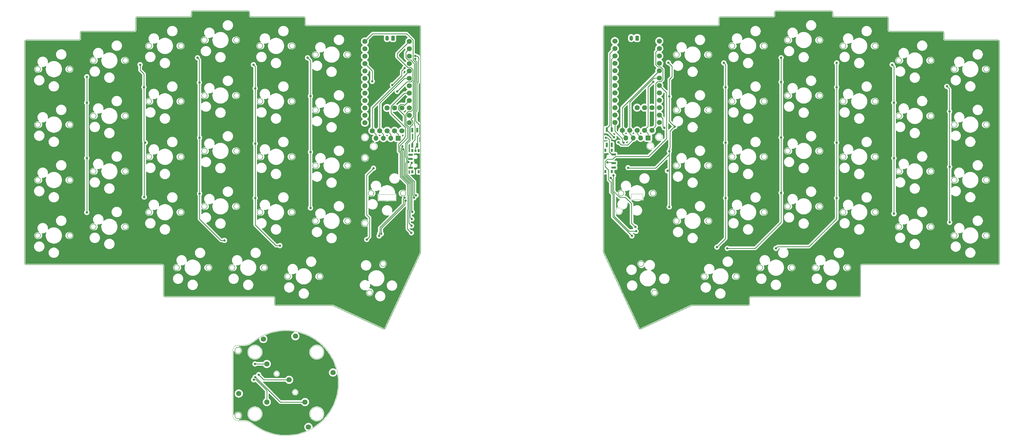
<source format=gtl>
G04 #@! TF.GenerationSoftware,KiCad,Pcbnew,9.0.3*
G04 #@! TF.CreationDate,2025-08-06T01:59:05-04:00*
G04 #@! TF.ProjectId,quartz58,71756172-747a-4353-982e-6b696361645f,rev?*
G04 #@! TF.SameCoordinates,Original*
G04 #@! TF.FileFunction,Copper,L1,Top*
G04 #@! TF.FilePolarity,Positive*
%FSLAX46Y46*%
G04 Gerber Fmt 4.6, Leading zero omitted, Abs format (unit mm)*
G04 Created by KiCad (PCBNEW 9.0.3) date 2025-08-06 01:59:05*
%MOMM*%
%LPD*%
G01*
G04 APERTURE LIST*
G04 Aperture macros list*
%AMRoundRect*
0 Rectangle with rounded corners*
0 $1 Rounding radius*
0 $2 $3 $4 $5 $6 $7 $8 $9 X,Y pos of 4 corners*
0 Add a 4 corners polygon primitive as box body*
4,1,4,$2,$3,$4,$5,$6,$7,$8,$9,$2,$3,0*
0 Add four circle primitives for the rounded corners*
1,1,$1+$1,$2,$3*
1,1,$1+$1,$4,$5*
1,1,$1+$1,$6,$7*
1,1,$1+$1,$8,$9*
0 Add four rect primitives between the rounded corners*
20,1,$1+$1,$2,$3,$4,$5,0*
20,1,$1+$1,$4,$5,$6,$7,0*
20,1,$1+$1,$6,$7,$8,$9,0*
20,1,$1+$1,$8,$9,$2,$3,0*%
G04 Aperture macros list end*
G04 #@! TA.AperFunction,SMDPad,CuDef*
%ADD10R,1.500000X0.700000*%
G04 #@! TD*
G04 #@! TA.AperFunction,SMDPad,CuDef*
%ADD11R,0.800000X1.000000*%
G04 #@! TD*
G04 #@! TA.AperFunction,ComponentPad*
%ADD12R,1.700000X1.700000*%
G04 #@! TD*
G04 #@! TA.AperFunction,ComponentPad*
%ADD13O,1.700000X1.700000*%
G04 #@! TD*
G04 #@! TA.AperFunction,ComponentPad*
%ADD14C,1.800000*%
G04 #@! TD*
G04 #@! TA.AperFunction,ComponentPad*
%ADD15C,1.752600*%
G04 #@! TD*
G04 #@! TA.AperFunction,SMDPad,CuDef*
%ADD16R,0.711200X1.549400*%
G04 #@! TD*
G04 #@! TA.AperFunction,ComponentPad*
%ADD17RoundRect,0.250000X0.350000X0.625000X-0.350000X0.625000X-0.350000X-0.625000X0.350000X-0.625000X0*%
G04 #@! TD*
G04 #@! TA.AperFunction,ComponentPad*
%ADD18O,1.200000X1.750000*%
G04 #@! TD*
G04 #@! TA.AperFunction,ViaPad*
%ADD19C,0.800000*%
G04 #@! TD*
G04 #@! TA.AperFunction,Conductor*
%ADD20C,0.250000*%
G04 #@! TD*
G04 #@! TA.AperFunction,Profile*
%ADD21C,0.150000*%
G04 #@! TD*
G04 #@! TA.AperFunction,Profile*
%ADD22C,0.100000*%
G04 #@! TD*
G04 #@! TA.AperFunction,Profile*
%ADD23C,0.200000*%
G04 #@! TD*
G04 APERTURE END LIST*
D10*
X178251607Y-128827544D03*
X178251607Y-125827544D03*
X178251607Y-124327544D03*
D11*
X178901607Y-130227544D03*
X178901607Y-122927544D03*
X181101607Y-130227544D03*
X181101607Y-122927544D03*
D12*
X259776607Y-118557544D03*
D13*
X257236607Y-118557544D03*
X254696607Y-118557544D03*
X252156607Y-118557544D03*
D14*
X128991571Y-196233942D03*
X128991571Y-209329562D03*
X142087191Y-209329562D03*
X136649381Y-201671752D03*
X127810701Y-187670882D03*
X119389061Y-206387992D03*
X143268061Y-217892622D03*
X151689701Y-199175512D03*
X138792071Y-186702142D03*
D15*
X250896607Y-116007544D03*
X253436607Y-116007544D03*
X255976607Y-116007544D03*
X258516607Y-116007544D03*
X261056607Y-116007544D03*
X165171607Y-116107544D03*
X167711607Y-116107544D03*
X170251607Y-116107544D03*
X172791607Y-116107544D03*
X175331607Y-116107544D03*
D16*
X178901606Y-121106444D03*
X180601608Y-121106444D03*
X180601608Y-115848644D03*
X178901606Y-115848644D03*
D12*
X174051607Y-118657544D03*
D13*
X171511607Y-118657544D03*
X168971607Y-118657544D03*
X166431607Y-118657544D03*
D10*
X247976607Y-124227544D03*
X247976607Y-127227544D03*
X247976607Y-128727544D03*
D11*
X247326607Y-122827544D03*
X247326607Y-130127544D03*
X245126607Y-122827544D03*
X245126607Y-130127544D03*
D16*
X247326608Y-115748644D03*
X245626606Y-115748644D03*
X245626606Y-121006444D03*
X247326608Y-121006444D03*
D17*
X172251607Y-84277544D03*
D18*
X170251607Y-84277544D03*
D17*
X255976607Y-84277544D03*
D18*
X253976607Y-84277544D03*
D15*
X263596607Y-85307544D03*
X263596607Y-87847544D03*
X263596607Y-90387544D03*
X263596607Y-92927544D03*
X263596607Y-95467544D03*
X263596607Y-98007544D03*
X263596607Y-100547544D03*
X263596607Y-103087544D03*
X263596607Y-105627544D03*
X263596607Y-108167544D03*
X263596607Y-110707544D03*
X263596607Y-113247544D03*
X248356607Y-113247544D03*
X248356607Y-110707544D03*
X248356607Y-108167544D03*
X248356607Y-105627544D03*
X248356607Y-103087544D03*
X248356607Y-100547544D03*
X248356607Y-98007544D03*
X248356607Y-95467544D03*
X248356607Y-92927544D03*
X248356607Y-90387544D03*
X248356607Y-87847544D03*
X248356607Y-85307544D03*
X261056607Y-108167544D03*
X258516607Y-108167544D03*
X255976607Y-108167544D03*
X177871607Y-85407544D03*
X177871607Y-87947544D03*
X177871607Y-90487544D03*
X177871607Y-93027544D03*
X177871607Y-95567544D03*
X177871607Y-98107544D03*
X177871607Y-100647544D03*
X177871607Y-103187544D03*
X177871607Y-105727544D03*
X177871607Y-108267544D03*
X177871607Y-110807544D03*
X177871607Y-113347544D03*
X162631607Y-113347544D03*
X162631607Y-110807544D03*
X162631607Y-108267544D03*
X162631607Y-105727544D03*
X162631607Y-103187544D03*
X162631607Y-100647544D03*
X162631607Y-98107544D03*
X162631607Y-95567544D03*
X162631607Y-93027544D03*
X162631607Y-90487544D03*
X162631607Y-87947544D03*
X162631607Y-85407544D03*
X175331607Y-108267544D03*
X172791607Y-108267544D03*
X170251607Y-108267544D03*
D19*
X178751607Y-127177544D03*
X179951607Y-123027544D03*
X176251607Y-94577544D03*
X179876607Y-90435153D03*
X248076607Y-118377544D03*
X261551607Y-99277544D03*
X172043954Y-100369891D03*
X245251607Y-118527544D03*
X178576607Y-151177544D03*
X178626607Y-148777544D03*
X175493109Y-121491970D03*
X178726607Y-146427544D03*
X175775607Y-122451240D03*
X178854607Y-144027544D03*
X163276607Y-153477544D03*
X165586620Y-128982460D03*
X165151607Y-99127544D03*
X173711858Y-102614553D03*
X255631670Y-150632301D03*
X246942778Y-132277544D03*
X249614138Y-120064636D03*
X247901607Y-131427544D03*
X255377607Y-149161658D03*
X67262458Y-144177544D03*
X67262458Y-106507239D03*
X67262543Y-97577544D03*
X67262458Y-125557255D03*
X86951607Y-138877544D03*
X87301607Y-120177544D03*
X85551607Y-93410353D03*
X86851607Y-101127544D03*
X105926607Y-118527544D03*
X114476607Y-153777544D03*
X105926607Y-137715052D03*
X105226607Y-91027544D03*
X105876607Y-99527544D03*
X125026607Y-120527544D03*
X124412506Y-93410353D03*
X133476607Y-155577544D03*
X125007819Y-139249454D03*
X125007819Y-101577544D03*
X143976607Y-142627544D03*
X143976607Y-104227544D03*
X143976607Y-123427544D03*
X142976607Y-91029101D03*
X363191607Y-128533820D03*
X363191607Y-147583836D03*
X362240050Y-100851765D03*
X363133019Y-109483804D03*
X344083003Y-144607271D03*
X344083003Y-106507239D03*
X343487690Y-93410353D03*
X344083003Y-125557255D03*
X324437674Y-101149422D03*
X303601719Y-156513531D03*
X324437674Y-120199438D03*
X324437674Y-92815040D03*
X324437674Y-139249454D03*
X305387658Y-118413499D03*
X305387658Y-99363483D03*
X286932955Y-156513531D03*
X305387658Y-91029101D03*
X305387658Y-137463515D03*
X265326607Y-115103544D03*
X286337642Y-139249454D03*
X285742329Y-92815040D03*
X286337642Y-101149422D03*
X283361077Y-156102544D03*
X286337642Y-120199438D03*
X251326607Y-120227544D03*
X268901607Y-114677544D03*
X266699309Y-92679842D03*
X252888354Y-128808281D03*
X266402133Y-129877018D03*
X267024607Y-142277544D03*
X267024607Y-123177544D03*
X267024607Y-104327544D03*
X254217883Y-152238633D03*
X176599607Y-140078715D03*
X168234402Y-151547091D03*
X176291214Y-139100441D03*
X167501607Y-152227544D03*
X179876607Y-91435156D03*
X177547666Y-126827544D03*
X180175607Y-138322819D03*
X126224294Y-199941665D03*
X124500449Y-201665511D03*
X125016099Y-200808709D03*
X124939380Y-196231750D03*
X179450606Y-139103240D03*
X245775607Y-126974251D03*
D20*
X178751607Y-127177544D02*
X178751607Y-127227544D01*
X178251607Y-127727544D02*
X178251607Y-128827544D01*
X178751607Y-127227544D02*
X178251607Y-127727544D01*
X180877907Y-92218754D02*
X180877907Y-99352793D01*
X172791607Y-116107544D02*
X174051607Y-117367544D01*
X180626608Y-121081444D02*
X180601608Y-121106444D01*
X180454607Y-99776093D02*
X180454607Y-109298283D01*
X175251607Y-95577544D02*
X176251607Y-94577544D01*
X258516607Y-115787544D02*
X259718907Y-114585244D01*
X259776607Y-117047544D02*
X258516607Y-115787544D01*
X180626608Y-118027543D02*
X180626608Y-121081444D01*
X180101607Y-109651283D02*
X180101607Y-112877544D01*
X259776607Y-118327544D02*
X259776607Y-117047544D01*
X181051607Y-90877544D02*
X181051607Y-92045054D01*
X172043954Y-100369891D02*
X175251607Y-97162238D01*
X179951607Y-123027544D02*
X179951607Y-121756445D01*
X181032267Y-90877544D02*
X181051607Y-90877544D01*
X179876607Y-90435153D02*
X179889338Y-90447884D01*
X180101607Y-112877544D02*
X181351607Y-114127544D01*
X181051607Y-92045054D02*
X180877907Y-92218754D01*
X259718907Y-101110244D02*
X261551607Y-99277544D01*
X174051607Y-117367544D02*
X174051607Y-118277544D01*
X179951607Y-121756445D02*
X180601608Y-121106444D01*
X180454607Y-109298283D02*
X180101607Y-109651283D01*
X245626606Y-115927543D02*
X245626606Y-115748644D01*
X181351607Y-117302544D02*
X180626608Y-118027543D01*
X248076607Y-118377544D02*
X245626606Y-115927543D01*
X259718907Y-114585244D02*
X259718907Y-101110244D01*
X181351607Y-114127544D02*
X181351607Y-117302544D01*
X180602607Y-90447884D02*
X181032267Y-90877544D01*
X175251607Y-97162238D02*
X175251607Y-95577544D01*
X246651607Y-114173643D02*
X246651607Y-89552544D01*
X245676606Y-115148644D02*
X246651607Y-114173643D01*
X179889338Y-90447884D02*
X180602607Y-90447884D01*
X180877907Y-99352793D02*
X180454607Y-99776093D01*
X246651607Y-89552544D02*
X248356607Y-87847544D01*
X245251607Y-118527544D02*
X245851607Y-118527544D01*
X246477607Y-123357076D02*
X247348075Y-124227544D01*
X247348075Y-124227544D02*
X247976607Y-124227544D01*
X246477607Y-119153544D02*
X246477607Y-123357076D01*
X245851607Y-118527544D02*
X246477607Y-119153544D01*
X177226607Y-143353204D02*
X177325607Y-143254204D01*
X176533907Y-114985773D02*
X171576607Y-110028473D01*
X176093106Y-118787045D02*
X176093106Y-118501942D01*
X178576607Y-151177544D02*
X177226607Y-149827544D01*
X174696607Y-123673164D02*
X174147607Y-123124164D01*
X177302607Y-134841354D02*
X177302605Y-134841350D01*
X171589307Y-107914844D02*
X171589307Y-107769535D01*
X177302607Y-134528544D02*
X174696607Y-131922544D01*
X176533907Y-118061141D02*
X176533907Y-114985773D01*
X174147607Y-121776900D02*
X174150607Y-121773900D01*
X174696607Y-131922544D02*
X174696607Y-123673164D01*
X174150607Y-120729544D02*
X176093106Y-118787045D01*
X177325607Y-143254204D02*
X177325607Y-138136924D01*
X177226607Y-149827544D02*
X177226607Y-143353204D01*
X171589307Y-107769535D02*
X176171298Y-103187544D01*
X177325607Y-138136924D02*
X177302607Y-138113924D01*
X176171298Y-103187544D02*
X177871607Y-103187544D01*
X177302605Y-134841350D02*
X177302605Y-134627099D01*
X177302605Y-134627099D02*
X177302607Y-134627097D01*
X174147607Y-123124164D02*
X174147607Y-121776900D01*
X176093106Y-118501942D02*
X176533907Y-118061141D01*
X171576607Y-110028473D02*
X171576607Y-107927544D01*
X174150607Y-121773900D02*
X174150607Y-120729544D01*
X177302607Y-134627097D02*
X177302607Y-134528544D01*
X177302607Y-138113924D02*
X177302607Y-134841354D01*
X171576607Y-107927544D02*
X171589307Y-107914844D01*
X177677607Y-143540014D02*
X177776607Y-143441014D01*
X176218307Y-114032363D02*
X176218307Y-110854553D01*
X174601607Y-121258479D02*
X177204800Y-118655286D01*
X177776607Y-134677544D02*
X177753607Y-134654544D01*
X178626607Y-148777544D02*
X177677607Y-147828544D01*
X177776607Y-143441014D02*
X177776607Y-134677544D01*
X174129307Y-107769535D02*
X174833598Y-107065244D01*
X177186788Y-115000844D02*
X176218307Y-114032363D01*
X174601607Y-121960710D02*
X174601607Y-121258479D01*
X177753609Y-134440290D02*
X177753607Y-134440288D01*
X174833598Y-107065244D02*
X175829616Y-107065244D01*
X177677607Y-147828544D02*
X177677607Y-143540014D01*
X174598607Y-122937354D02*
X174598607Y-121963710D01*
X177204800Y-115000844D02*
X177186788Y-115000844D01*
X174129307Y-108765553D02*
X174129307Y-107769535D01*
X176218307Y-110854553D02*
X174129307Y-108765553D01*
X176181762Y-107417389D02*
X177871607Y-105727544D01*
X175147607Y-123486354D02*
X174598607Y-122937354D01*
X177753607Y-134341735D02*
X175147607Y-131735735D01*
X175147607Y-131735735D02*
X175147607Y-123486354D01*
X174598607Y-121963710D02*
X174601607Y-121960710D01*
X177753607Y-134654544D02*
X177753609Y-134440290D01*
X175829616Y-107065244D02*
X176181762Y-107417389D01*
X177204800Y-118655286D02*
X177204800Y-115000844D01*
X177753607Y-134440288D02*
X177753607Y-134341735D01*
X178128607Y-143726824D02*
X178128607Y-145829544D01*
X178274607Y-139591771D02*
X178274607Y-143580824D01*
X178273606Y-138615710D02*
X178273606Y-139590770D01*
X178274607Y-134224925D02*
X178274607Y-138614709D01*
X178273606Y-139590770D02*
X178274607Y-139591771D01*
X175493109Y-123177240D02*
X175493109Y-123194046D01*
X175474887Y-121725240D02*
X175049607Y-122150520D01*
X178128607Y-145829544D02*
X178726607Y-146427544D01*
X175598607Y-131548925D02*
X178274607Y-134224925D01*
X175493109Y-123194046D02*
X175598607Y-123299544D01*
X175598607Y-123299544D02*
X175598607Y-131548925D01*
X175493109Y-121725240D02*
X175474887Y-121725240D01*
X175049607Y-122750544D02*
X175476303Y-123177240D01*
X175476303Y-123177240D02*
X175493109Y-123177240D01*
X178274607Y-143580824D02*
X178128607Y-143726824D01*
X178274607Y-138614709D02*
X178273606Y-138615710D01*
X175049607Y-122150520D02*
X175049607Y-122750544D01*
X175493109Y-121491970D02*
X175493109Y-121725240D01*
X176049607Y-122876164D02*
X176049607Y-131362114D01*
X178725607Y-139404961D02*
X178725607Y-143767634D01*
X178725607Y-143767634D02*
X178660152Y-143833089D01*
X178725607Y-138801519D02*
X178724606Y-138802520D01*
X175775607Y-122602164D02*
X176049607Y-122876164D01*
X178724606Y-138802520D02*
X178724606Y-139403960D01*
X178660152Y-143833089D02*
X178854607Y-144027544D01*
X178724606Y-139403960D02*
X178725607Y-139404961D01*
X176049607Y-131362114D02*
X178725607Y-134038114D01*
X178725607Y-134038114D02*
X178725607Y-138801519D01*
X175775607Y-122451240D02*
X175775607Y-122602164D01*
X165586620Y-128982460D02*
X165586620Y-129041531D01*
X164226607Y-145986203D02*
X164226607Y-152527544D01*
X165586620Y-129041531D02*
X163226607Y-131401544D01*
X164226607Y-152527544D02*
X163276607Y-153477544D01*
X163226607Y-131401544D02*
X163226607Y-144986203D01*
X163226607Y-144986203D02*
X164226607Y-145986203D01*
X171511607Y-117367544D02*
X171511607Y-118277544D01*
X255976607Y-117067544D02*
X255976607Y-115787544D01*
X165151607Y-95547544D02*
X162631607Y-93027544D01*
X257236607Y-118327544D02*
X255976607Y-117067544D01*
X165151607Y-99127544D02*
X165151607Y-95547544D01*
X170251607Y-116107544D02*
X171511607Y-117367544D01*
X170251607Y-116907544D02*
X170251607Y-115887544D01*
X178369616Y-94365244D02*
X177373598Y-94365244D01*
X178369616Y-99309844D02*
X179073907Y-98605553D01*
X179073907Y-98605553D02*
X179073907Y-95069535D01*
X173711858Y-89567293D02*
X177871607Y-85407544D01*
X177016567Y-99309844D02*
X178369616Y-99309844D01*
X177373598Y-94365244D02*
X173711858Y-90703504D01*
X173711858Y-102614553D02*
X177016567Y-99309844D01*
X179073907Y-95069535D02*
X178369616Y-94365244D01*
X173711858Y-90703504D02*
X173711858Y-89567293D01*
X166431607Y-117367544D02*
X166431607Y-118277544D01*
X165171607Y-116107544D02*
X166431607Y-117367544D01*
X165171607Y-116107544D02*
X165171607Y-108267544D01*
X165171607Y-108267544D02*
X177871607Y-95567544D01*
X167711607Y-115887544D02*
X167711607Y-116407544D01*
X176146607Y-98107544D02*
X177871607Y-98107544D01*
X167711607Y-116107544D02*
X168971607Y-117367544D01*
X168971607Y-117367544D02*
X168971607Y-118277544D01*
X167711607Y-115887544D02*
X167711607Y-106542544D01*
X167711607Y-106542544D02*
X176146607Y-98107544D01*
X255576913Y-150577544D02*
X255631670Y-150632301D01*
X253436607Y-106265354D02*
X261694417Y-98007544D01*
X253436607Y-117067544D02*
X253436607Y-115787544D01*
X250527046Y-120977544D02*
X252776607Y-120977544D01*
X252776607Y-120977544D02*
X254696607Y-119057544D01*
X249614138Y-120064636D02*
X250527046Y-120977544D01*
X248151607Y-145534547D02*
X253194604Y-150577544D01*
X254696607Y-119057544D02*
X254696607Y-118557544D01*
X253194604Y-150577544D02*
X255576913Y-150577544D01*
X247450607Y-137064601D02*
X248151607Y-137765601D01*
X261694417Y-98007544D02*
X263596607Y-98007544D01*
X246942778Y-132277544D02*
X247450607Y-132785373D01*
X248151607Y-137765601D02*
X248151607Y-145534547D01*
X253436607Y-115787544D02*
X253436607Y-106265354D01*
X247450607Y-132785373D02*
X247450607Y-137064601D01*
X254696607Y-118327544D02*
X253436607Y-117067544D01*
X262394307Y-114449844D02*
X262394307Y-99847653D01*
X264798907Y-98505553D02*
X264798907Y-94969535D01*
X263032116Y-99209844D02*
X264094616Y-99209844D01*
X261056607Y-115787544D02*
X262394307Y-114449844D01*
X262394307Y-89049844D02*
X262394307Y-92320244D01*
X262394307Y-92334844D02*
X262401607Y-92327544D01*
X262394307Y-92320244D02*
X262401607Y-92327544D01*
X262394307Y-93425553D02*
X262394307Y-92334844D01*
X262394307Y-99847653D02*
X263032116Y-99209844D01*
X263596607Y-87847544D02*
X262394307Y-89049844D01*
X264798907Y-94969535D02*
X263959216Y-94129844D01*
X264094616Y-99209844D02*
X264798907Y-98505553D01*
X263959216Y-94129844D02*
X263098598Y-94129844D01*
X263098598Y-94129844D02*
X262394307Y-93425553D01*
X250896607Y-117067544D02*
X250896607Y-115787544D01*
X254075607Y-141150314D02*
X254075607Y-147859658D01*
X247901607Y-131427544D02*
X247901607Y-136877791D01*
X250896607Y-108167544D02*
X263596607Y-95467544D01*
X247901607Y-136877791D02*
X250049360Y-139025544D01*
X252156607Y-118327544D02*
X250896607Y-117067544D01*
X254075607Y-147859658D02*
X255377607Y-149161658D01*
X251950837Y-139025544D02*
X254075607Y-141150314D01*
X250896607Y-115787544D02*
X250896607Y-108167544D01*
X250049360Y-139025544D02*
X251950837Y-139025544D01*
X67262543Y-97577544D02*
X67262543Y-104713480D01*
X67262543Y-104713480D02*
X67262458Y-104713565D01*
X67262458Y-104713565D02*
X67262458Y-106507239D01*
X67262458Y-125557255D02*
X67262458Y-106507239D01*
X67262458Y-144177544D02*
X67262458Y-125557255D01*
X86951607Y-120527544D02*
X87301607Y-120177544D01*
X85551607Y-93410353D02*
X85551607Y-95277544D01*
X85551607Y-95277544D02*
X86851607Y-96577544D01*
X87301607Y-120177544D02*
X86851607Y-119727544D01*
X86851607Y-119727544D02*
X86851607Y-101127544D01*
X86951607Y-138877544D02*
X86951607Y-120527544D01*
X86851607Y-96577544D02*
X86851607Y-101127544D01*
X105826607Y-99477544D02*
X105826607Y-91627544D01*
X105876607Y-118477544D02*
X105926607Y-118527544D01*
X105876607Y-99527544D02*
X105826607Y-99477544D01*
X114476607Y-153777544D02*
X113288187Y-153777544D01*
X105706266Y-137715052D02*
X105926607Y-137715052D01*
X105926607Y-146415964D02*
X105926607Y-137715052D01*
X113288187Y-153777544D02*
X105926607Y-146415964D01*
X105826607Y-91627544D02*
X105226607Y-91027544D01*
X105926607Y-137494711D02*
X105706266Y-137715052D01*
X105876607Y-99527544D02*
X105876607Y-118477544D01*
X105926607Y-118527544D02*
X105926607Y-137494711D01*
X125007819Y-120546332D02*
X125007819Y-139249454D01*
X125007819Y-148447176D02*
X125007819Y-139249454D01*
X125026607Y-120527544D02*
X125026607Y-119677544D01*
X125007819Y-101577544D02*
X125007819Y-94005666D01*
X133476607Y-155577544D02*
X132138187Y-155577544D01*
X125026607Y-119677544D02*
X125007819Y-119658756D01*
X125007819Y-94005666D02*
X124412506Y-93410353D01*
X125026607Y-120527544D02*
X125007819Y-120546332D01*
X125007819Y-119658756D02*
X125007819Y-101577544D01*
X132138187Y-155577544D02*
X125007819Y-148447176D01*
X143976607Y-104227544D02*
X143976607Y-92029101D01*
X143976607Y-123427544D02*
X143976607Y-142627544D01*
X143976607Y-104227544D02*
X143976607Y-123427544D01*
X143976607Y-92029101D02*
X142976607Y-91029101D01*
X363191607Y-128533820D02*
X363133019Y-128592408D01*
X363133019Y-128592408D02*
X363133019Y-147525248D01*
X363133019Y-109483804D02*
X363133019Y-128475232D01*
X363133019Y-101744735D02*
X363133019Y-109483804D01*
X363133019Y-147525248D02*
X363191607Y-147583836D01*
X362240050Y-100851765D02*
X363133019Y-101744735D01*
X363133019Y-128475232D02*
X363191607Y-128533820D01*
X344083003Y-144607271D02*
X344083003Y-125557255D01*
X344083003Y-94005666D02*
X344083003Y-106507239D01*
X344083003Y-125557255D02*
X344083003Y-106507239D01*
X343487690Y-93410353D02*
X344083003Y-94005666D01*
X324437674Y-146393210D02*
X324437674Y-139249454D01*
X314912666Y-155918218D02*
X324437674Y-146393210D01*
X304197032Y-155918218D02*
X314912666Y-155918218D01*
X324437674Y-92815040D02*
X324437674Y-101149422D01*
X303601719Y-156513531D02*
X304197032Y-155918218D01*
X324437674Y-120199438D02*
X324437674Y-139249454D01*
X324437674Y-101149422D02*
X324437674Y-120199438D01*
X305387658Y-147583836D02*
X296457963Y-156513531D01*
X305387658Y-137463515D02*
X305387658Y-147583836D01*
X305387658Y-118413499D02*
X305387658Y-137463515D01*
X296457963Y-156513531D02*
X286932955Y-156513531D01*
X264798907Y-111909844D02*
X263596607Y-110707544D01*
X305387658Y-99363483D02*
X305387658Y-118413499D01*
X264798907Y-114575844D02*
X264798907Y-111909844D01*
X265326607Y-115103544D02*
X264798907Y-114575844D01*
X305387658Y-91029101D02*
X305387658Y-99363483D01*
X286337642Y-101149422D02*
X286337642Y-120199438D01*
X283361077Y-156102544D02*
X286337642Y-153125979D01*
X286337642Y-93410353D02*
X286337642Y-101149422D01*
X286337642Y-153125979D02*
X286337642Y-139249454D01*
X286337642Y-120199438D02*
X286337642Y-139249454D01*
X285742329Y-92815040D02*
X286337642Y-93410353D01*
X248356607Y-116252544D02*
X248356607Y-113247544D01*
X268850607Y-114639659D02*
X267287626Y-116202640D01*
X266699309Y-92679842D02*
X267941607Y-93922140D01*
X267024607Y-124254544D02*
X267024607Y-123177544D01*
X266575133Y-129877018D02*
X267024607Y-129427544D01*
X253007617Y-128927544D02*
X262351607Y-128927544D01*
X262351607Y-128927544D02*
X267024607Y-124254544D01*
X267941607Y-93922140D02*
X267941607Y-97587544D01*
X250926607Y-118822544D02*
X248356607Y-116252544D01*
X267024607Y-122333968D02*
X267024607Y-123177544D01*
X267024607Y-98504544D02*
X267024607Y-104327544D01*
X267287626Y-116202640D02*
X267287626Y-122070949D01*
X268901607Y-114677544D02*
X267024607Y-112800544D01*
X267287626Y-122070949D02*
X267024607Y-122333968D01*
X267941607Y-97587544D02*
X267024607Y-98504544D01*
X251326607Y-120227544D02*
X250926607Y-119827544D01*
X267024607Y-129427544D02*
X267024607Y-142277544D01*
X267024607Y-112800544D02*
X267024607Y-104327544D01*
X266402133Y-129877018D02*
X266575133Y-129877018D01*
X267024607Y-123177544D02*
X267024607Y-129427544D01*
X250926607Y-119827544D02*
X250926607Y-118822544D01*
X252888354Y-128808281D02*
X253007617Y-128927544D01*
X247376608Y-115148644D02*
X247154307Y-114926343D01*
X247154307Y-91589844D02*
X248356607Y-90387544D01*
X247154307Y-114926343D02*
X247154307Y-91589844D01*
X245026607Y-126677544D02*
X245826607Y-125877544D01*
X245826607Y-125877544D02*
X247601607Y-125877544D01*
X259876607Y-124927544D02*
X266051607Y-118752544D01*
X247700607Y-137952411D02*
X246999607Y-137251411D01*
X246999607Y-133750544D02*
X246217778Y-132968715D01*
X248551607Y-124927544D02*
X259876607Y-124927544D01*
X266051607Y-103002544D02*
X263596607Y-100547544D01*
X254217883Y-152238633D02*
X247700607Y-145721357D01*
X246999607Y-137251411D02*
X246999607Y-133750544D01*
X247700607Y-145721357D02*
X247700607Y-137952411D01*
X246217778Y-132968715D02*
X246217778Y-129618715D01*
X247601607Y-125877544D02*
X248551607Y-124927544D01*
X246217778Y-129618715D02*
X245026607Y-128427544D01*
X245026607Y-128427544D02*
X245026607Y-126677544D01*
X266051607Y-118752544D02*
X266051607Y-103002544D01*
X176599607Y-140078715D02*
X176595590Y-140074698D01*
X176354453Y-140074698D02*
X176325607Y-140103544D01*
X176325607Y-141453544D02*
X168234402Y-149544749D01*
X176595590Y-140074698D02*
X176354453Y-140074698D01*
X168234402Y-149544749D02*
X168234402Y-151547091D01*
X176325607Y-140103544D02*
X176325607Y-141453544D01*
X167783402Y-150971371D02*
X167508402Y-151246371D01*
X167508402Y-151847811D02*
X167694871Y-152034280D01*
X175874607Y-141266734D02*
X167783402Y-149357939D01*
X167508402Y-151246371D02*
X167508402Y-151847811D01*
X176291214Y-139100441D02*
X175874607Y-139517048D01*
X167783402Y-149357939D02*
X167783402Y-150971371D01*
X167694871Y-152034280D02*
X167501607Y-152227544D01*
X175874607Y-139517048D02*
X175874607Y-141266734D01*
X180003607Y-99589283D02*
X180003607Y-109111473D01*
X179650607Y-109464473D02*
X179650607Y-114234754D01*
X179650607Y-114234754D02*
X179851607Y-114435754D01*
X180426907Y-92405564D02*
X180426907Y-99165983D01*
X180003607Y-109111473D02*
X179650607Y-109464473D01*
X178901606Y-120181444D02*
X178901606Y-121106444D01*
X180426907Y-99165983D02*
X180003607Y-99589283D01*
X179851607Y-119231443D02*
X178901606Y-120181444D01*
X179876607Y-91855264D02*
X180426907Y-92405564D01*
X179876607Y-91435156D02*
X179876607Y-91855264D01*
X179851607Y-114435754D02*
X179851607Y-119231443D01*
X177547666Y-126827544D02*
X177101607Y-127273603D01*
X179627607Y-133664494D02*
X179627607Y-138163729D01*
X177101607Y-127273603D02*
X177101607Y-127277544D01*
X177101607Y-127277544D02*
X177001607Y-127377544D01*
X179627607Y-138163729D02*
X179786697Y-138322819D01*
X177001607Y-131038494D02*
X179627607Y-133664494D01*
X179786697Y-138322819D02*
X180175607Y-138322819D01*
X177001607Y-127377544D02*
X177001607Y-131038494D01*
X127929381Y-201671752D02*
X136649381Y-201671752D01*
X126201883Y-199941665D02*
X126189381Y-199954167D01*
X126189381Y-199954167D02*
X126211796Y-199954167D01*
X126211796Y-199954167D02*
X127929381Y-201671752D01*
X126224294Y-199941665D02*
X126201883Y-199941665D01*
X124500449Y-201665511D02*
X124584210Y-201581750D01*
X128991571Y-205321751D02*
X128991571Y-209329562D01*
X125251570Y-201581750D02*
X128991571Y-205321751D01*
X124584210Y-201581750D02*
X125251570Y-201581750D01*
X133637192Y-209329562D02*
X142087191Y-209329562D01*
X125116339Y-200808709D02*
X133637192Y-209329562D01*
X125016099Y-200808709D02*
X125116339Y-200808709D01*
X125737188Y-196233942D02*
X128991571Y-196233942D01*
X124939380Y-196231750D02*
X125734996Y-196231750D01*
X125734996Y-196231750D02*
X125737188Y-196233942D01*
X179101607Y-108737853D02*
X178369616Y-109469844D01*
X179176607Y-138350539D02*
X179450606Y-138624538D01*
X177655800Y-119308541D02*
X176533907Y-120430434D01*
X176550607Y-131225304D02*
X179176607Y-133851304D01*
X179176607Y-133851304D02*
X179176607Y-138350539D01*
X179524907Y-98792363D02*
X179101607Y-99215663D01*
X176533907Y-125097654D02*
X176850607Y-125414354D01*
X176821666Y-126526824D02*
X176821666Y-126915734D01*
X179524907Y-93050844D02*
X179524907Y-98792363D01*
X177871607Y-87947544D02*
X176669307Y-89149844D01*
X176533907Y-120430434D02*
X176533907Y-125097654D01*
X177373598Y-114549844D02*
X177391610Y-114549844D01*
X179450606Y-138624538D02*
X179450606Y-139103240D01*
X176669307Y-89149844D02*
X176669307Y-90985553D01*
X176821666Y-126915734D02*
X176650607Y-127086793D01*
X176669307Y-110309535D02*
X176669307Y-113845553D01*
X177167372Y-126181119D02*
X176821666Y-126526824D01*
X176850607Y-125414354D02*
X176850607Y-125864354D01*
X176669307Y-113845553D02*
X177373598Y-114549844D01*
X177391610Y-114549844D02*
X177655800Y-114814034D01*
X177411298Y-91727544D02*
X178407316Y-91727544D01*
X178407316Y-91727544D02*
X179073907Y-92394135D01*
X176650607Y-127086793D02*
X176650607Y-127090734D01*
X176650607Y-127090734D02*
X176550607Y-127190734D01*
X179073907Y-92394135D02*
X179073907Y-92599844D01*
X179073907Y-92599844D02*
X179524907Y-93050844D01*
X178369616Y-109469844D02*
X177508998Y-109469844D01*
X176550607Y-127190734D02*
X176550607Y-131225304D01*
X177508998Y-109469844D02*
X176669307Y-110309535D01*
X176669307Y-90985553D02*
X177411298Y-91727544D01*
X177655800Y-114814034D02*
X177655800Y-119308541D01*
X179101607Y-99215663D02*
X179101607Y-108737853D01*
X176850607Y-125864354D02*
X177167372Y-126181119D01*
X178139491Y-114549844D02*
X178369616Y-114549844D01*
X178251607Y-125827544D02*
X177451607Y-125827544D01*
X179199607Y-111304544D02*
X179199607Y-109277663D01*
X178139491Y-119462660D02*
X178139491Y-114549844D01*
X179073907Y-113845553D02*
X179073907Y-112849535D01*
X178369616Y-114549844D02*
X179073907Y-113845553D01*
X179101607Y-84927545D02*
X176951606Y-82777544D01*
X179199607Y-109277663D02*
X179552607Y-108924663D01*
X179151607Y-91768074D02*
X179151607Y-90074824D01*
X179552607Y-108924663D02*
X179552607Y-99402473D01*
X165261607Y-82777544D02*
X162631607Y-85407544D01*
X179975907Y-92592374D02*
X179151607Y-91768074D01*
X179975907Y-98979173D02*
X179975907Y-92592374D01*
X178369616Y-112145244D02*
X178358907Y-112145244D01*
X176951606Y-82777544D02*
X165261607Y-82777544D01*
X179552607Y-99402473D02*
X179975907Y-98979173D01*
X179073907Y-112849535D02*
X178369616Y-112145244D01*
X179101607Y-90024824D02*
X179101607Y-84927545D01*
X179151607Y-90074824D02*
X179101607Y-90024824D01*
X177301607Y-125677544D02*
X177301607Y-125227544D01*
X178358907Y-112145244D02*
X179199607Y-111304544D01*
X177301607Y-125227544D02*
X176984907Y-124910844D01*
X176984907Y-124910844D02*
X176984907Y-120617244D01*
X176984907Y-120617244D02*
X178139491Y-119462660D01*
X177451607Y-125827544D02*
X177301607Y-125677544D01*
X247334193Y-127227544D02*
X247976607Y-127227544D01*
X247080900Y-126974251D02*
X247334193Y-127227544D01*
X245775607Y-126974251D02*
X247080900Y-126974251D01*
G04 #@! TA.AperFunction,NonConductor*
G36*
X176406141Y-87871427D02*
G01*
X176462074Y-87913299D01*
X176486491Y-87978763D01*
X176486807Y-87987609D01*
X176486807Y-88056535D01*
X176520904Y-88271819D01*
X176529432Y-88298063D01*
X176531427Y-88367905D01*
X176499182Y-88424063D01*
X176265474Y-88657773D01*
X176223890Y-88699357D01*
X176177234Y-88746012D01*
X176107910Y-88849762D01*
X176107905Y-88849771D01*
X176060152Y-88965058D01*
X176060150Y-88965066D01*
X176035807Y-89087445D01*
X176035807Y-91047951D01*
X176060150Y-91170330D01*
X176060152Y-91170338D01*
X176107905Y-91285625D01*
X176107910Y-91285634D01*
X176177235Y-91389385D01*
X176177238Y-91389389D01*
X176781657Y-91993808D01*
X176815142Y-92055131D01*
X176810158Y-92124823D01*
X176794294Y-92154374D01*
X176687220Y-92301749D01*
X176602273Y-92468465D01*
X176554299Y-92519260D01*
X176486478Y-92536055D01*
X176420343Y-92513517D01*
X176404108Y-92499850D01*
X174381677Y-90477419D01*
X174348192Y-90416096D01*
X174345358Y-90389738D01*
X174345358Y-89881058D01*
X174365043Y-89814019D01*
X174381672Y-89793382D01*
X176275126Y-87899927D01*
X176336449Y-87866443D01*
X176406141Y-87871427D01*
G37*
G04 #@! TD.AperFunction*
G04 #@! TA.AperFunction,NonConductor*
G36*
X176383507Y-95490549D02*
G01*
X176408175Y-95492750D01*
X176416685Y-95499357D01*
X176427100Y-95502122D01*
X176443800Y-95520408D01*
X176463365Y-95535597D01*
X176466952Y-95545757D01*
X176474218Y-95553713D01*
X176478381Y-95578128D01*
X176486627Y-95601481D01*
X176486807Y-95608152D01*
X176486807Y-95676535D01*
X176520904Y-95891819D01*
X176529432Y-95918063D01*
X176531427Y-95987905D01*
X176499182Y-96044063D01*
X176096788Y-96446458D01*
X176035465Y-96479943D01*
X175965774Y-96474959D01*
X175909840Y-96433088D01*
X175885423Y-96367623D01*
X175885107Y-96358777D01*
X175885107Y-95891310D01*
X175904792Y-95824271D01*
X175921426Y-95803629D01*
X176202693Y-95522363D01*
X176228257Y-95508403D01*
X176252344Y-95492020D01*
X176260653Y-95490714D01*
X176264016Y-95488878D01*
X176287136Y-95486086D01*
X176288744Y-95486044D01*
X176341086Y-95486044D01*
X176348998Y-95484470D01*
X176359569Y-95484194D01*
X176383507Y-95490549D01*
G37*
G04 #@! TD.AperFunction*
G04 #@! TA.AperFunction,NonConductor*
G36*
X261703846Y-100205729D02*
G01*
X261749601Y-100258533D01*
X261760807Y-100310044D01*
X261760807Y-106770122D01*
X261741122Y-106837161D01*
X261688318Y-106882916D01*
X261619160Y-106892860D01*
X261592840Y-106885641D01*
X261592819Y-106885706D01*
X261591428Y-106885254D01*
X261589375Y-106884691D01*
X261588207Y-106884207D01*
X261588186Y-106884200D01*
X261380882Y-106816842D01*
X261380876Y-106816841D01*
X261165598Y-106782744D01*
X261165593Y-106782744D01*
X260947621Y-106782744D01*
X260947616Y-106782744D01*
X260732337Y-106816841D01*
X260732335Y-106816841D01*
X260732332Y-106816842D01*
X260593404Y-106861983D01*
X260525006Y-106884207D01*
X260523839Y-106884691D01*
X260523360Y-106884742D01*
X260520395Y-106885706D01*
X260520192Y-106885082D01*
X260454369Y-106892148D01*
X260391895Y-106860862D01*
X260356253Y-106800767D01*
X260352407Y-106770122D01*
X260352407Y-101424010D01*
X260372092Y-101356971D01*
X260388726Y-101336329D01*
X261502692Y-100222363D01*
X261529619Y-100207659D01*
X261555438Y-100191067D01*
X261561638Y-100190175D01*
X261564015Y-100188878D01*
X261590373Y-100186044D01*
X261636807Y-100186044D01*
X261703846Y-100205729D01*
G37*
G04 #@! TD.AperFunction*
G04 #@! TA.AperFunction,NonConductor*
G36*
X176631246Y-103840729D02*
G01*
X176674691Y-103888748D01*
X176684530Y-103908057D01*
X176687222Y-103913341D01*
X176815335Y-104089674D01*
X176815339Y-104089679D01*
X176969471Y-104243811D01*
X176969476Y-104243815D01*
X177125573Y-104357226D01*
X177168239Y-104412556D01*
X177174218Y-104482169D01*
X177141613Y-104543964D01*
X177125573Y-104557862D01*
X176969476Y-104671272D01*
X176969471Y-104671276D01*
X176815339Y-104825408D01*
X176815335Y-104825413D01*
X176687222Y-105001747D01*
X176588264Y-105195960D01*
X176564425Y-105269330D01*
X176520905Y-105403269D01*
X176520904Y-105403272D01*
X176520904Y-105403274D01*
X176486807Y-105618552D01*
X176486807Y-105836535D01*
X176520904Y-106051819D01*
X176529432Y-106078063D01*
X176531427Y-106147905D01*
X176499182Y-106204063D01*
X176237571Y-106465674D01*
X176176248Y-106499159D01*
X176106556Y-106494175D01*
X176102438Y-106492555D01*
X176099744Y-106491439D01*
X176031993Y-106463376D01*
X176014401Y-106456089D01*
X176014393Y-106456087D01*
X175892014Y-106431744D01*
X175892010Y-106431744D01*
X174895992Y-106431744D01*
X174771204Y-106431744D01*
X174771199Y-106431744D01*
X174648820Y-106456087D01*
X174648812Y-106456089D01*
X174533525Y-106503842D01*
X174533516Y-106503847D01*
X174429765Y-106573172D01*
X174429761Y-106573175D01*
X173825343Y-107177594D01*
X173764020Y-107211079D01*
X173694328Y-107206095D01*
X173664777Y-107190231D01*
X173517403Y-107083159D01*
X173517402Y-107083158D01*
X173517400Y-107083157D01*
X173443663Y-107045586D01*
X173440382Y-107043914D01*
X173389586Y-106995939D01*
X173372791Y-106928118D01*
X173395329Y-106861983D01*
X173408990Y-106845754D01*
X176397383Y-103857363D01*
X176424310Y-103842659D01*
X176450129Y-103826067D01*
X176456329Y-103825175D01*
X176458706Y-103823878D01*
X176485064Y-103821044D01*
X176564207Y-103821044D01*
X176631246Y-103840729D01*
G37*
G04 #@! TD.AperFunction*
G04 #@! TA.AperFunction,NonConductor*
G36*
X176688027Y-108997537D02*
G01*
X176701920Y-109013571D01*
X176762557Y-109097030D01*
X176794295Y-109140714D01*
X176817774Y-109206521D01*
X176801948Y-109274575D01*
X176781657Y-109301280D01*
X176265474Y-109817464D01*
X176258979Y-109823959D01*
X176197656Y-109857444D01*
X176127964Y-109852460D01*
X176083617Y-109823959D01*
X175948997Y-109689339D01*
X175915512Y-109628016D01*
X175920496Y-109558324D01*
X175962368Y-109502391D01*
X175980383Y-109491173D01*
X175987743Y-109487423D01*
X176057400Y-109451931D01*
X176233744Y-109323810D01*
X176387873Y-109169681D01*
X176387875Y-109169677D01*
X176387878Y-109169675D01*
X176501289Y-109013577D01*
X176556618Y-108970911D01*
X176626232Y-108964932D01*
X176688027Y-108997537D01*
G37*
G04 #@! TD.AperFunction*
G04 #@! TA.AperFunction,NonConductor*
G36*
X265186610Y-103033897D02*
G01*
X265193088Y-103039929D01*
X265381788Y-103228629D01*
X265415273Y-103289952D01*
X265418107Y-103316310D01*
X265418107Y-111333777D01*
X265411871Y-111355013D01*
X265410295Y-111377095D01*
X265402218Y-111387887D01*
X265398422Y-111400816D01*
X265381696Y-111415309D01*
X265368431Y-111433034D01*
X265355802Y-111437746D01*
X265345618Y-111446571D01*
X265323710Y-111449721D01*
X265302970Y-111457460D01*
X265289800Y-111454596D01*
X265276460Y-111456515D01*
X265256323Y-111447319D01*
X265234695Y-111442617D01*
X265216952Y-111429338D01*
X265212904Y-111427490D01*
X265206438Y-111421470D01*
X265202752Y-111417785D01*
X264969030Y-111184063D01*
X264935545Y-111122740D01*
X264938781Y-111058061D01*
X264947309Y-111031819D01*
X264969600Y-110891076D01*
X264981407Y-110816535D01*
X264981407Y-110598552D01*
X264955076Y-110432309D01*
X264947309Y-110383269D01*
X264879951Y-110175965D01*
X264879949Y-110175962D01*
X264879949Y-110175960D01*
X264841413Y-110100330D01*
X264780994Y-109981751D01*
X264752103Y-109941986D01*
X264652878Y-109805413D01*
X264652874Y-109805408D01*
X264498738Y-109651272D01*
X264342640Y-109537862D01*
X264299974Y-109482533D01*
X264293995Y-109412919D01*
X264326600Y-109351124D01*
X264342640Y-109337226D01*
X264498738Y-109223815D01*
X264498740Y-109223812D01*
X264498744Y-109223810D01*
X264652873Y-109069681D01*
X264780994Y-108893337D01*
X264879951Y-108699123D01*
X264947309Y-108491819D01*
X264970379Y-108346161D01*
X264981407Y-108276535D01*
X264981407Y-108058552D01*
X264961153Y-107930680D01*
X264947309Y-107843269D01*
X264879951Y-107635965D01*
X264879949Y-107635962D01*
X264879949Y-107635960D01*
X264834857Y-107547464D01*
X264780994Y-107441751D01*
X264746236Y-107393911D01*
X264652878Y-107265413D01*
X264652874Y-107265408D01*
X264498738Y-107111272D01*
X264342640Y-106997862D01*
X264299974Y-106942533D01*
X264293995Y-106872919D01*
X264326600Y-106811124D01*
X264342640Y-106797226D01*
X264498738Y-106683815D01*
X264498740Y-106683812D01*
X264498744Y-106683810D01*
X264652873Y-106529681D01*
X264780994Y-106353337D01*
X264879951Y-106159123D01*
X264947309Y-105951819D01*
X264981018Y-105738989D01*
X264981407Y-105736535D01*
X264981407Y-105518552D01*
X264958408Y-105373345D01*
X264947309Y-105303269D01*
X264879951Y-105095965D01*
X264879949Y-105095962D01*
X264879949Y-105095960D01*
X264839057Y-105015707D01*
X264780994Y-104901751D01*
X264755549Y-104866729D01*
X264652878Y-104725413D01*
X264652874Y-104725408D01*
X264498738Y-104571272D01*
X264342640Y-104457862D01*
X264299974Y-104402533D01*
X264293995Y-104332919D01*
X264326600Y-104271124D01*
X264342640Y-104257226D01*
X264498738Y-104143815D01*
X264498740Y-104143812D01*
X264498744Y-104143810D01*
X264652873Y-103989681D01*
X264780994Y-103813337D01*
X264879951Y-103619123D01*
X264947309Y-103411819D01*
X264971046Y-103261948D01*
X264981407Y-103196535D01*
X264981407Y-103127610D01*
X265001092Y-103060571D01*
X265053896Y-103014816D01*
X265123054Y-103004872D01*
X265186610Y-103033897D01*
G37*
G04 #@! TD.AperFunction*
G04 #@! TA.AperFunction,NonConductor*
G36*
X173798637Y-109337201D02*
G01*
X173825343Y-109357493D01*
X175548488Y-111080638D01*
X175581973Y-111141961D01*
X175584807Y-111168319D01*
X175584807Y-112841407D01*
X175565122Y-112908446D01*
X175512318Y-112954201D01*
X175443160Y-112964145D01*
X175379604Y-112935120D01*
X175373126Y-112929088D01*
X172246426Y-109802388D01*
X172231722Y-109775460D01*
X172215130Y-109749642D01*
X172214238Y-109743441D01*
X172212941Y-109741065D01*
X172210107Y-109714707D01*
X172210107Y-109705339D01*
X172229792Y-109638300D01*
X172282596Y-109592545D01*
X172351754Y-109582601D01*
X172372417Y-109587406D01*
X172467332Y-109618246D01*
X172574976Y-109635295D01*
X172682616Y-109652344D01*
X172682621Y-109652344D01*
X172900598Y-109652344D01*
X172998451Y-109636844D01*
X173115882Y-109618246D01*
X173323186Y-109550888D01*
X173325575Y-109549671D01*
X173349375Y-109537544D01*
X173517400Y-109451931D01*
X173642995Y-109360681D01*
X173664777Y-109344856D01*
X173730583Y-109321376D01*
X173798637Y-109337201D01*
G37*
G04 #@! TD.AperFunction*
G04 #@! TA.AperFunction,NonConductor*
G36*
X181445441Y-99783678D02*
G01*
X181501374Y-99825550D01*
X181525791Y-99891014D01*
X181526107Y-99899860D01*
X181526107Y-113106778D01*
X181506422Y-113173817D01*
X181453618Y-113219572D01*
X181384460Y-113229516D01*
X181320904Y-113200491D01*
X181314426Y-113194459D01*
X180771426Y-112651459D01*
X180737941Y-112590136D01*
X180735107Y-112563778D01*
X180735107Y-109965049D01*
X180754792Y-109898010D01*
X180771426Y-109877368D01*
X180946675Y-109702119D01*
X180946678Y-109702116D01*
X181016007Y-109598358D01*
X181063762Y-109483068D01*
X181088107Y-109360677D01*
X181088107Y-109235890D01*
X181088107Y-100089859D01*
X181107792Y-100022820D01*
X181124426Y-100002178D01*
X181314426Y-99812179D01*
X181375749Y-99778694D01*
X181445441Y-99783678D01*
G37*
G04 #@! TD.AperFunction*
G04 #@! TA.AperFunction,NonConductor*
G36*
X260520373Y-109449447D02*
G01*
X260520395Y-109449382D01*
X260521803Y-109449839D01*
X260523857Y-109450403D01*
X260525020Y-109450885D01*
X260525025Y-109450886D01*
X260525028Y-109450888D01*
X260732332Y-109518246D01*
X260833707Y-109534302D01*
X260947616Y-109552344D01*
X260947621Y-109552344D01*
X261165598Y-109552344D01*
X261263451Y-109536844D01*
X261380882Y-109518246D01*
X261588186Y-109450888D01*
X261588189Y-109450885D01*
X261588193Y-109450885D01*
X261589357Y-109450403D01*
X261589834Y-109450351D01*
X261592819Y-109449382D01*
X261593022Y-109450008D01*
X261658827Y-109442936D01*
X261721305Y-109474212D01*
X261756956Y-109534302D01*
X261760807Y-109564965D01*
X261760807Y-114136077D01*
X261741122Y-114203116D01*
X261724488Y-114223758D01*
X261348314Y-114599932D01*
X261286991Y-114633417D01*
X261241235Y-114634724D01*
X261165598Y-114622744D01*
X261165593Y-114622744D01*
X260947621Y-114622744D01*
X260947616Y-114622744D01*
X260732337Y-114656841D01*
X260732335Y-114656841D01*
X260732332Y-114656842D01*
X260599067Y-114700143D01*
X260525006Y-114724207D01*
X260523839Y-114724691D01*
X260523360Y-114724742D01*
X260520395Y-114725706D01*
X260520192Y-114725082D01*
X260454369Y-114732148D01*
X260391895Y-114700862D01*
X260356253Y-114640767D01*
X260352407Y-114610122D01*
X260352407Y-109564965D01*
X260372092Y-109497926D01*
X260424896Y-109452171D01*
X260494054Y-109442227D01*
X260520373Y-109449447D01*
G37*
G04 #@! TD.AperFunction*
G04 #@! TA.AperFunction,NonConductor*
G36*
X259004741Y-101695638D02*
G01*
X259060674Y-101737510D01*
X259085091Y-101802974D01*
X259085407Y-101811820D01*
X259085407Y-106725622D01*
X259065722Y-106792661D01*
X259012918Y-106838416D01*
X258943760Y-106848360D01*
X258923089Y-106843553D01*
X258907279Y-106838416D01*
X258840882Y-106816842D01*
X258840880Y-106816841D01*
X258840878Y-106816841D01*
X258625598Y-106782744D01*
X258625593Y-106782744D01*
X258407621Y-106782744D01*
X258407616Y-106782744D01*
X258192337Y-106816841D01*
X258192335Y-106816841D01*
X258192332Y-106816842D01*
X258110125Y-106843553D01*
X257985023Y-106884201D01*
X257790810Y-106983159D01*
X257614476Y-107111272D01*
X257614471Y-107111276D01*
X257460339Y-107265408D01*
X257460335Y-107265413D01*
X257346925Y-107421510D01*
X257291595Y-107464176D01*
X257221982Y-107470155D01*
X257160187Y-107437550D01*
X257146289Y-107421510D01*
X257032878Y-107265413D01*
X257032874Y-107265408D01*
X256878742Y-107111276D01*
X256878737Y-107111272D01*
X256702403Y-106983159D01*
X256702402Y-106983158D01*
X256702400Y-106983157D01*
X256622671Y-106942533D01*
X256508190Y-106884201D01*
X256439810Y-106861983D01*
X256300882Y-106816842D01*
X256300876Y-106816841D01*
X256085598Y-106782744D01*
X256085593Y-106782744D01*
X255867621Y-106782744D01*
X255867616Y-106782744D01*
X255652337Y-106816841D01*
X255652335Y-106816841D01*
X255652332Y-106816842D01*
X255570125Y-106843553D01*
X255445023Y-106884201D01*
X255250810Y-106983159D01*
X255074476Y-107111272D01*
X255074471Y-107111276D01*
X254920339Y-107265408D01*
X254920335Y-107265413D01*
X254792222Y-107441747D01*
X254693264Y-107635960D01*
X254673092Y-107698044D01*
X254625905Y-107843269D01*
X254625904Y-107843272D01*
X254625904Y-107843274D01*
X254591807Y-108058552D01*
X254591807Y-108276535D01*
X254625904Y-108491813D01*
X254625905Y-108491819D01*
X254667136Y-108618714D01*
X254693264Y-108699127D01*
X254761217Y-108832491D01*
X254780793Y-108870911D01*
X254792222Y-108893340D01*
X254920335Y-109069674D01*
X254920339Y-109069679D01*
X255074471Y-109223811D01*
X255074476Y-109223815D01*
X255221449Y-109330596D01*
X255250814Y-109351931D01*
X255341942Y-109398363D01*
X255445023Y-109450886D01*
X255445025Y-109450886D01*
X255445028Y-109450888D01*
X255652332Y-109518246D01*
X255753707Y-109534302D01*
X255867616Y-109552344D01*
X255867621Y-109552344D01*
X256085598Y-109552344D01*
X256183451Y-109536844D01*
X256300882Y-109518246D01*
X256508186Y-109450888D01*
X256702400Y-109351931D01*
X256878744Y-109223810D01*
X257032873Y-109069681D01*
X257032875Y-109069677D01*
X257032878Y-109069675D01*
X257146289Y-108913577D01*
X257201618Y-108870911D01*
X257271232Y-108864932D01*
X257333027Y-108897537D01*
X257346925Y-108913577D01*
X257460335Y-109069675D01*
X257614471Y-109223811D01*
X257614476Y-109223815D01*
X257761449Y-109330596D01*
X257790814Y-109351931D01*
X257881942Y-109398363D01*
X257985023Y-109450886D01*
X257985025Y-109450886D01*
X257985028Y-109450888D01*
X258192332Y-109518246D01*
X258293707Y-109534302D01*
X258407616Y-109552344D01*
X258407621Y-109552344D01*
X258625598Y-109552344D01*
X258723451Y-109536844D01*
X258840882Y-109518246D01*
X258923092Y-109491533D01*
X258992929Y-109489538D01*
X259052762Y-109525618D01*
X259083591Y-109588319D01*
X259085407Y-109609465D01*
X259085407Y-114271477D01*
X259065722Y-114338516D01*
X259049088Y-114359158D01*
X258808314Y-114599932D01*
X258746991Y-114633417D01*
X258701235Y-114634724D01*
X258625598Y-114622744D01*
X258625593Y-114622744D01*
X258407621Y-114622744D01*
X258407616Y-114622744D01*
X258192337Y-114656841D01*
X258192335Y-114656841D01*
X258192332Y-114656842D01*
X258102099Y-114686161D01*
X257985023Y-114724201D01*
X257790810Y-114823159D01*
X257614476Y-114951272D01*
X257614471Y-114951276D01*
X257460339Y-115105408D01*
X257460335Y-115105413D01*
X257346925Y-115261510D01*
X257291595Y-115304176D01*
X257221982Y-115310155D01*
X257160187Y-115277550D01*
X257146289Y-115261510D01*
X257032878Y-115105413D01*
X257032874Y-115105408D01*
X256878742Y-114951276D01*
X256878737Y-114951272D01*
X256702403Y-114823159D01*
X256702402Y-114823158D01*
X256702400Y-114823157D01*
X256626761Y-114784617D01*
X256508190Y-114724201D01*
X256434147Y-114700143D01*
X256300882Y-114656842D01*
X256300876Y-114656841D01*
X256085598Y-114622744D01*
X256085593Y-114622744D01*
X255867621Y-114622744D01*
X255867616Y-114622744D01*
X255652337Y-114656841D01*
X255652335Y-114656841D01*
X255652332Y-114656842D01*
X255562099Y-114686161D01*
X255445023Y-114724201D01*
X255250810Y-114823159D01*
X255074476Y-114951272D01*
X255074471Y-114951276D01*
X254920339Y-115105408D01*
X254920335Y-115105413D01*
X254806925Y-115261510D01*
X254751595Y-115304176D01*
X254681982Y-115310155D01*
X254620187Y-115277550D01*
X254606289Y-115261510D01*
X254492878Y-115105413D01*
X254492874Y-115105408D01*
X254338742Y-114951276D01*
X254338737Y-114951272D01*
X254162401Y-114823157D01*
X254137809Y-114810626D01*
X254087015Y-114762651D01*
X254070107Y-114700143D01*
X254070107Y-106579120D01*
X254089792Y-106512081D01*
X254106426Y-106491439D01*
X258873726Y-101724139D01*
X258935049Y-101690654D01*
X259004741Y-101695638D01*
G37*
G04 #@! TD.AperFunction*
G04 #@! TA.AperFunction,NonConductor*
G36*
X252722441Y-107340128D02*
G01*
X252778374Y-107382000D01*
X252802791Y-107447464D01*
X252803107Y-107456310D01*
X252803107Y-114700143D01*
X252783422Y-114767182D01*
X252735405Y-114810626D01*
X252710812Y-114823157D01*
X252534476Y-114951272D01*
X252534471Y-114951276D01*
X252380339Y-115105408D01*
X252380335Y-115105413D01*
X252266925Y-115261510D01*
X252211595Y-115304176D01*
X252141982Y-115310155D01*
X252080187Y-115277550D01*
X252066289Y-115261510D01*
X251952878Y-115105413D01*
X251952874Y-115105408D01*
X251798742Y-114951276D01*
X251798737Y-114951272D01*
X251622401Y-114823157D01*
X251597809Y-114810626D01*
X251547015Y-114762651D01*
X251530107Y-114700143D01*
X251530107Y-108481310D01*
X251549792Y-108414271D01*
X251566426Y-108393629D01*
X252591426Y-107368629D01*
X252652749Y-107335144D01*
X252722441Y-107340128D01*
G37*
G04 #@! TD.AperFunction*
G04 #@! TA.AperFunction,NonConductor*
G36*
X176443003Y-100881825D02*
G01*
X176498936Y-100923697D01*
X176519367Y-100967195D01*
X176519400Y-100967185D01*
X176519484Y-100967445D01*
X176520242Y-100969058D01*
X176520902Y-100971809D01*
X176520904Y-100971817D01*
X176520905Y-100971819D01*
X176529545Y-100998409D01*
X176588264Y-101179127D01*
X176618723Y-101238905D01*
X176668363Y-101336329D01*
X176687222Y-101373340D01*
X176815335Y-101549674D01*
X176815339Y-101549679D01*
X176969471Y-101703811D01*
X176969476Y-101703815D01*
X177125573Y-101817226D01*
X177168239Y-101872556D01*
X177174218Y-101942169D01*
X177141613Y-102003964D01*
X177125573Y-102017862D01*
X176969476Y-102131272D01*
X176969471Y-102131276D01*
X176815339Y-102285408D01*
X176815335Y-102285413D01*
X176687222Y-102461746D01*
X176674692Y-102486339D01*
X176626718Y-102537135D01*
X176564207Y-102554044D01*
X176108899Y-102554044D01*
X175986520Y-102578387D01*
X175986512Y-102578389D01*
X175871225Y-102626142D01*
X175871216Y-102626147D01*
X175767465Y-102695472D01*
X175767461Y-102695475D01*
X171285343Y-107177594D01*
X171224020Y-107211079D01*
X171154328Y-107206095D01*
X171124777Y-107190231D01*
X170977403Y-107083159D01*
X170977402Y-107083158D01*
X170977400Y-107083157D01*
X170903663Y-107045586D01*
X170783190Y-106984201D01*
X170724578Y-106965157D01*
X170575882Y-106916842D01*
X170575876Y-106916841D01*
X170360598Y-106882744D01*
X170360593Y-106882744D01*
X170142621Y-106882744D01*
X170142616Y-106882744D01*
X169927337Y-106916841D01*
X169927335Y-106916841D01*
X169927332Y-106916842D01*
X169823680Y-106950521D01*
X169720023Y-106984201D01*
X169525810Y-107083159D01*
X169349476Y-107211272D01*
X169349471Y-107211276D01*
X169195339Y-107365408D01*
X169195335Y-107365413D01*
X169067222Y-107541747D01*
X168968264Y-107735960D01*
X168947359Y-107800300D01*
X168900905Y-107943269D01*
X168900904Y-107943272D01*
X168900904Y-107943274D01*
X168866807Y-108158552D01*
X168866807Y-108376535D01*
X168900156Y-108587088D01*
X168900905Y-108591819D01*
X168950073Y-108743140D01*
X168968264Y-108799127D01*
X169023771Y-108908063D01*
X169058246Y-108975725D01*
X169067222Y-108993340D01*
X169195335Y-109169674D01*
X169195339Y-109169679D01*
X169349471Y-109323811D01*
X169349476Y-109323815D01*
X169472118Y-109412919D01*
X169525814Y-109451931D01*
X169629346Y-109504683D01*
X169720023Y-109550886D01*
X169720025Y-109550886D01*
X169720028Y-109550888D01*
X169927332Y-109618246D01*
X170034976Y-109635295D01*
X170142616Y-109652344D01*
X170142621Y-109652344D01*
X170360598Y-109652344D01*
X170458451Y-109636844D01*
X170575882Y-109618246D01*
X170780791Y-109551665D01*
X170850629Y-109549671D01*
X170910462Y-109585751D01*
X170941291Y-109648452D01*
X170943107Y-109669597D01*
X170943107Y-110090871D01*
X170967450Y-110213250D01*
X170967452Y-110213258D01*
X171015205Y-110328545D01*
X171015210Y-110328554D01*
X171084535Y-110432305D01*
X171084538Y-110432309D01*
X175182058Y-114529828D01*
X175215543Y-114591151D01*
X175210559Y-114660843D01*
X175168687Y-114716776D01*
X175113776Y-114739982D01*
X175007336Y-114756841D01*
X175007333Y-114756841D01*
X175007332Y-114756842D01*
X174960303Y-114772123D01*
X174800023Y-114824201D01*
X174605810Y-114923159D01*
X174429476Y-115051272D01*
X174429471Y-115051276D01*
X174275339Y-115205408D01*
X174275335Y-115205413D01*
X174161925Y-115361510D01*
X174106595Y-115404176D01*
X174036982Y-115410155D01*
X173975187Y-115377550D01*
X173961289Y-115361510D01*
X173847878Y-115205413D01*
X173847874Y-115205408D01*
X173693742Y-115051276D01*
X173693737Y-115051272D01*
X173517403Y-114923159D01*
X173517402Y-114923158D01*
X173517400Y-114923157D01*
X173426394Y-114876787D01*
X173323190Y-114824201D01*
X173249147Y-114800143D01*
X173115882Y-114756842D01*
X173115876Y-114756841D01*
X172900598Y-114722744D01*
X172900593Y-114722744D01*
X172682621Y-114722744D01*
X172682616Y-114722744D01*
X172467337Y-114756841D01*
X172467335Y-114756841D01*
X172467332Y-114756842D01*
X172377099Y-114786161D01*
X172260023Y-114824201D01*
X172065810Y-114923159D01*
X171889476Y-115051272D01*
X171889471Y-115051276D01*
X171735339Y-115205408D01*
X171735335Y-115205413D01*
X171621925Y-115361510D01*
X171566595Y-115404176D01*
X171496982Y-115410155D01*
X171435187Y-115377550D01*
X171421289Y-115361510D01*
X171307878Y-115205413D01*
X171307874Y-115205408D01*
X171153742Y-115051276D01*
X171153737Y-115051272D01*
X170977403Y-114923159D01*
X170977402Y-114923158D01*
X170977400Y-114923157D01*
X170886394Y-114876787D01*
X170783190Y-114824201D01*
X170709147Y-114800143D01*
X170575882Y-114756842D01*
X170575876Y-114756841D01*
X170360598Y-114722744D01*
X170360593Y-114722744D01*
X170142621Y-114722744D01*
X170142616Y-114722744D01*
X169927337Y-114756841D01*
X169927335Y-114756841D01*
X169927332Y-114756842D01*
X169837099Y-114786161D01*
X169720023Y-114824201D01*
X169525810Y-114923159D01*
X169349476Y-115051272D01*
X169349471Y-115051276D01*
X169195339Y-115205408D01*
X169195335Y-115205413D01*
X169081925Y-115361510D01*
X169026595Y-115404176D01*
X168956982Y-115410155D01*
X168895187Y-115377550D01*
X168881289Y-115361510D01*
X168767878Y-115205413D01*
X168767874Y-115205408D01*
X168613742Y-115051276D01*
X168613737Y-115051272D01*
X168437401Y-114923157D01*
X168412809Y-114910626D01*
X168362015Y-114862651D01*
X168345107Y-114800143D01*
X168345107Y-106856309D01*
X168364792Y-106789270D01*
X168381421Y-106768633D01*
X172591677Y-102558376D01*
X172653000Y-102524892D01*
X172722692Y-102529876D01*
X172778625Y-102571748D01*
X172803042Y-102637212D01*
X172803358Y-102646058D01*
X172803358Y-102704036D01*
X172838269Y-102879545D01*
X172838271Y-102879553D01*
X172906754Y-103044885D01*
X172906759Y-103044895D01*
X173006179Y-103193687D01*
X173006182Y-103193691D01*
X173132719Y-103320228D01*
X173132723Y-103320231D01*
X173281515Y-103419651D01*
X173281519Y-103419653D01*
X173281522Y-103419655D01*
X173446858Y-103488140D01*
X173622374Y-103523052D01*
X173622378Y-103523053D01*
X173622379Y-103523053D01*
X173801338Y-103523053D01*
X173801339Y-103523052D01*
X173976858Y-103488140D01*
X174142194Y-103419655D01*
X174290993Y-103320231D01*
X174417536Y-103193688D01*
X174516960Y-103044889D01*
X174585445Y-102879553D01*
X174620358Y-102704032D01*
X174620358Y-102653319D01*
X174640043Y-102586280D01*
X174656677Y-102565638D01*
X175481349Y-101740966D01*
X176311990Y-100910324D01*
X176373311Y-100876841D01*
X176443003Y-100881825D01*
G37*
G04 #@! TD.AperFunction*
G04 #@! TA.AperFunction,NonConductor*
G36*
X166997441Y-107440128D02*
G01*
X167053374Y-107482000D01*
X167077791Y-107547464D01*
X167078107Y-107556310D01*
X167078107Y-114800143D01*
X167058422Y-114867182D01*
X167010405Y-114910626D01*
X166985812Y-114923157D01*
X166809476Y-115051272D01*
X166809471Y-115051276D01*
X166655339Y-115205408D01*
X166655335Y-115205413D01*
X166541925Y-115361510D01*
X166486595Y-115404176D01*
X166416982Y-115410155D01*
X166355187Y-115377550D01*
X166341289Y-115361510D01*
X166227878Y-115205413D01*
X166227874Y-115205408D01*
X166073742Y-115051276D01*
X166073737Y-115051272D01*
X165897401Y-114923157D01*
X165872809Y-114910626D01*
X165822015Y-114862651D01*
X165805107Y-114800143D01*
X165805107Y-108581310D01*
X165824792Y-108514271D01*
X165841426Y-108493629D01*
X166866426Y-107468629D01*
X166927749Y-107435144D01*
X166997441Y-107440128D01*
G37*
G04 #@! TD.AperFunction*
G04 #@! TA.AperFunction,NonConductor*
G36*
X266890310Y-113562597D02*
G01*
X266896788Y-113568629D01*
X267873579Y-114545420D01*
X267907064Y-114606743D01*
X267902080Y-114676435D01*
X267873579Y-114720782D01*
X266896788Y-115697573D01*
X266835465Y-115731058D01*
X266765773Y-115726074D01*
X266709840Y-115684202D01*
X266685423Y-115618738D01*
X266685107Y-115609892D01*
X266685107Y-113656310D01*
X266704792Y-113589271D01*
X266757596Y-113543516D01*
X266826754Y-113533572D01*
X266890310Y-113562597D01*
G37*
G04 #@! TD.AperFunction*
G04 #@! TA.AperFunction,NonConductor*
G36*
X252253027Y-116737537D02*
G01*
X252266925Y-116753577D01*
X252380335Y-116909675D01*
X252476289Y-117005629D01*
X252509774Y-117066952D01*
X252504790Y-117136644D01*
X252462918Y-117192577D01*
X252397454Y-117216994D01*
X252369210Y-117215783D01*
X252296916Y-117204333D01*
X252263523Y-117199044D01*
X252049691Y-117199044D01*
X252049689Y-117199044D01*
X252003595Y-117206344D01*
X251998169Y-117205642D01*
X251993045Y-117207554D01*
X251963896Y-117201212D01*
X251934302Y-117197388D01*
X251928698Y-117193556D01*
X251924772Y-117192702D01*
X251896518Y-117171551D01*
X251881441Y-117156474D01*
X251847956Y-117095151D01*
X251852940Y-117025459D01*
X251881437Y-116981116D01*
X251952873Y-116909681D01*
X251953271Y-116909134D01*
X252066289Y-116753577D01*
X252121618Y-116710911D01*
X252191232Y-116704932D01*
X252253027Y-116737537D01*
G37*
G04 #@! TD.AperFunction*
G04 #@! TA.AperFunction,NonConductor*
G36*
X257333027Y-116737537D02*
G01*
X257346925Y-116753577D01*
X257457650Y-116905979D01*
X257457655Y-116905984D01*
X257460341Y-116909681D01*
X257556636Y-117005976D01*
X257556734Y-117006075D01*
X257573242Y-117036677D01*
X257589774Y-117066952D01*
X257589750Y-117067278D01*
X257589907Y-117067568D01*
X257587265Y-117102038D01*
X257584790Y-117136644D01*
X257584592Y-117136907D01*
X257584568Y-117137233D01*
X257563709Y-117164803D01*
X257542918Y-117192577D01*
X257542610Y-117192691D01*
X257542413Y-117192953D01*
X257509961Y-117204869D01*
X257477454Y-117216994D01*
X257476995Y-117216974D01*
X257476825Y-117217037D01*
X257476436Y-117216950D01*
X257449210Y-117215783D01*
X257376916Y-117204333D01*
X257343523Y-117199044D01*
X257129691Y-117199044D01*
X257129689Y-117199044D01*
X257083595Y-117206344D01*
X257078169Y-117205642D01*
X257073045Y-117207554D01*
X257043896Y-117201212D01*
X257014302Y-117197388D01*
X257008698Y-117193556D01*
X257004772Y-117192702D01*
X256976518Y-117171551D01*
X256961441Y-117156474D01*
X256927956Y-117095151D01*
X256932940Y-117025459D01*
X256961437Y-116981116D01*
X257032873Y-116909681D01*
X257033271Y-116909134D01*
X257146289Y-116753577D01*
X257201618Y-116710911D01*
X257271232Y-116704932D01*
X257333027Y-116737537D01*
G37*
G04 #@! TD.AperFunction*
G04 #@! TA.AperFunction,NonConductor*
G36*
X254793027Y-116737537D02*
G01*
X254806925Y-116753577D01*
X254917650Y-116905979D01*
X254917655Y-116905984D01*
X254920341Y-116909681D01*
X255016636Y-117005976D01*
X255016734Y-117006075D01*
X255033242Y-117036677D01*
X255049774Y-117066952D01*
X255049750Y-117067278D01*
X255049907Y-117067568D01*
X255047265Y-117102038D01*
X255044790Y-117136644D01*
X255044592Y-117136907D01*
X255044568Y-117137233D01*
X255023709Y-117164803D01*
X255002918Y-117192577D01*
X255002610Y-117192691D01*
X255002413Y-117192953D01*
X254969961Y-117204869D01*
X254937454Y-117216994D01*
X254936995Y-117216974D01*
X254936825Y-117217037D01*
X254936436Y-117216950D01*
X254909210Y-117215783D01*
X254836916Y-117204333D01*
X254803523Y-117199044D01*
X254589691Y-117199044D01*
X254589689Y-117199044D01*
X254543595Y-117206344D01*
X254538169Y-117205642D01*
X254533045Y-117207554D01*
X254503896Y-117201212D01*
X254474302Y-117197388D01*
X254468698Y-117193556D01*
X254464772Y-117192702D01*
X254436518Y-117171551D01*
X254421441Y-117156474D01*
X254387956Y-117095151D01*
X254392940Y-117025459D01*
X254421437Y-116981116D01*
X254492873Y-116909681D01*
X254493271Y-116909134D01*
X254606289Y-116753577D01*
X254661618Y-116710911D01*
X254731232Y-116704932D01*
X254793027Y-116737537D01*
G37*
G04 #@! TD.AperFunction*
G04 #@! TA.AperFunction,NonConductor*
G36*
X248062503Y-116907517D02*
G01*
X248071916Y-116905559D01*
X248096086Y-116914823D01*
X248121380Y-116920325D01*
X248132857Y-116928916D01*
X248137158Y-116930565D01*
X248139722Y-116934055D01*
X248149636Y-116941477D01*
X248533303Y-117325144D01*
X248566788Y-117386467D01*
X248561804Y-117456159D01*
X248519932Y-117512092D01*
X248454468Y-117536509D01*
X248398169Y-117527386D01*
X248376156Y-117518268D01*
X248341607Y-117503957D01*
X248341599Y-117503955D01*
X248166090Y-117469044D01*
X248166086Y-117469044D01*
X248115374Y-117469044D01*
X248048335Y-117449359D01*
X248027693Y-117432725D01*
X247803218Y-117208250D01*
X247790297Y-117184587D01*
X247774331Y-117162853D01*
X247773801Y-117154378D01*
X247769733Y-117146927D01*
X247771656Y-117120033D01*
X247769975Y-117093119D01*
X247774111Y-117085703D01*
X247774717Y-117077235D01*
X247790876Y-117055649D01*
X247804012Y-117032101D01*
X247812591Y-117026641D01*
X247816589Y-117021302D01*
X247832456Y-117011205D01*
X247839778Y-117007291D01*
X247928412Y-116974233D01*
X247995200Y-116924235D01*
X248003512Y-116919794D01*
X248028854Y-116914520D01*
X248053107Y-116905474D01*
X248062503Y-116907517D01*
G37*
G04 #@! TD.AperFunction*
G04 #@! TA.AperFunction,NonConductor*
G36*
X170074708Y-117518267D02*
G01*
X170189211Y-117541043D01*
X170189212Y-117541044D01*
X170189213Y-117541044D01*
X170314002Y-117541044D01*
X170314002Y-117541043D01*
X170403537Y-117523234D01*
X170473126Y-117529461D01*
X170528304Y-117572323D01*
X170551549Y-117638213D01*
X170535482Y-117706210D01*
X170515409Y-117732531D01*
X170475403Y-117772537D01*
X170349712Y-117945535D01*
X170347334Y-117949417D01*
X170295521Y-117996292D01*
X170226591Y-118007713D01*
X170162429Y-117980056D01*
X170135880Y-117949417D01*
X170133501Y-117945535D01*
X170113777Y-117918387D01*
X170007813Y-117772540D01*
X169962839Y-117727566D01*
X169946622Y-117697867D01*
X169929843Y-117668401D01*
X169929904Y-117667251D01*
X169929354Y-117666243D01*
X169931768Y-117632480D01*
X169933583Y-117598631D01*
X169934255Y-117597697D01*
X169934338Y-117596551D01*
X169954629Y-117569445D01*
X169974450Y-117541960D01*
X169975520Y-117541538D01*
X169976210Y-117540618D01*
X170007929Y-117528787D01*
X170039468Y-117516378D01*
X170040981Y-117516459D01*
X170041674Y-117516201D01*
X170074708Y-117518267D01*
G37*
G04 #@! TD.AperFunction*
G04 #@! TA.AperFunction,NonConductor*
G36*
X167486451Y-117473945D02*
G01*
X167602616Y-117492344D01*
X167602621Y-117492344D01*
X167820598Y-117492344D01*
X167912998Y-117477709D01*
X167982291Y-117486663D01*
X168035743Y-117531659D01*
X168056383Y-117598411D01*
X168037658Y-117665725D01*
X168020078Y-117687863D01*
X167935400Y-117772541D01*
X167809712Y-117945535D01*
X167807334Y-117949417D01*
X167755521Y-117996292D01*
X167686591Y-118007713D01*
X167622429Y-117980056D01*
X167595880Y-117949417D01*
X167593501Y-117945535D01*
X167573777Y-117918387D01*
X167467813Y-117772540D01*
X167379372Y-117684099D01*
X167345887Y-117622776D01*
X167350871Y-117553084D01*
X167392743Y-117497151D01*
X167458207Y-117472734D01*
X167486451Y-117473945D01*
G37*
G04 #@! TD.AperFunction*
G04 #@! TA.AperFunction,NonConductor*
G36*
X175867762Y-117465618D02*
G01*
X175898591Y-117528319D01*
X175900407Y-117549465D01*
X175900407Y-117747374D01*
X175880722Y-117814413D01*
X175864088Y-117835055D01*
X175689275Y-118009868D01*
X175689274Y-118009869D01*
X175689273Y-118009871D01*
X175643162Y-118055982D01*
X175621788Y-118077356D01*
X175560464Y-118110840D01*
X175490773Y-118105855D01*
X175434839Y-118063984D01*
X175410423Y-117998519D01*
X175410107Y-117989674D01*
X175410107Y-117758906D01*
X175410106Y-117758889D01*
X175406187Y-117722442D01*
X175403596Y-117698343D01*
X175403418Y-117697867D01*
X175386107Y-117651453D01*
X175381121Y-117581761D01*
X175414606Y-117520438D01*
X175475928Y-117486952D01*
X175482890Y-117485645D01*
X175507412Y-117481761D01*
X175655882Y-117458246D01*
X175738092Y-117431533D01*
X175807929Y-117429538D01*
X175867762Y-117465618D01*
G37*
G04 #@! TD.AperFunction*
G04 #@! TA.AperFunction,NonConductor*
G36*
X179161146Y-117151529D02*
G01*
X179206901Y-117204333D01*
X179218107Y-117255844D01*
X179218107Y-118917677D01*
X179198422Y-118984716D01*
X179181788Y-119005358D01*
X178984672Y-119202474D01*
X178923349Y-119235959D01*
X178853657Y-119230975D01*
X178797724Y-119189103D01*
X178773307Y-119123639D01*
X178772991Y-119114793D01*
X178772991Y-117255844D01*
X178775541Y-117247158D01*
X178774253Y-117238197D01*
X178785231Y-117214156D01*
X178792676Y-117188805D01*
X178799516Y-117182877D01*
X178803278Y-117174641D01*
X178825512Y-117160351D01*
X178845480Y-117143050D01*
X178855994Y-117140762D01*
X178862056Y-117136867D01*
X178896991Y-117131844D01*
X179094107Y-117131844D01*
X179161146Y-117151529D01*
G37*
G04 #@! TD.AperFunction*
G04 #@! TA.AperFunction,NonConductor*
G36*
X245793107Y-119365059D02*
G01*
X245796293Y-119368134D01*
X245807788Y-119379629D01*
X245841273Y-119440952D01*
X245844107Y-119467310D01*
X245844107Y-119599244D01*
X245824422Y-119666283D01*
X245771618Y-119712038D01*
X245720107Y-119723244D01*
X245222351Y-119723244D01*
X245161803Y-119729755D01*
X245161801Y-119729755D01*
X245024801Y-119780855D01*
X244973261Y-119819438D01*
X244907745Y-119868483D01*
X244907743Y-119868484D01*
X244900646Y-119873798D01*
X244898423Y-119870829D01*
X244852465Y-119895925D01*
X244782773Y-119890941D01*
X244726840Y-119849069D01*
X244702423Y-119783605D01*
X244702107Y-119774759D01*
X244702107Y-119468866D01*
X244721792Y-119401827D01*
X244774596Y-119356072D01*
X244843754Y-119346128D01*
X244873560Y-119354305D01*
X244986607Y-119401131D01*
X245162123Y-119436043D01*
X245162127Y-119436044D01*
X245162128Y-119436044D01*
X245341087Y-119436044D01*
X245341088Y-119436043D01*
X245516607Y-119401131D01*
X245661162Y-119341253D01*
X245730628Y-119333785D01*
X245793107Y-119365059D01*
G37*
G04 #@! TD.AperFunction*
G04 #@! TA.AperFunction,NonConductor*
G36*
X181445441Y-118207128D02*
G01*
X181501374Y-118249000D01*
X181525791Y-118314464D01*
X181526107Y-118323310D01*
X181526107Y-119874759D01*
X181522276Y-119887804D01*
X181523218Y-119901367D01*
X181512625Y-119920670D01*
X181506422Y-119941798D01*
X181496147Y-119950700D01*
X181489607Y-119962621D01*
X181470257Y-119973134D01*
X181453618Y-119987553D01*
X181440161Y-119989487D01*
X181428215Y-119995979D01*
X181406256Y-119994363D01*
X181384460Y-119997497D01*
X181370599Y-119991739D01*
X181358533Y-119990851D01*
X181340496Y-119979232D01*
X181327592Y-119973872D01*
X181320526Y-119968560D01*
X181320469Y-119968483D01*
X181309987Y-119960636D01*
X181309593Y-119960340D01*
X181288854Y-119932516D01*
X181267925Y-119904557D01*
X181267896Y-119904400D01*
X181267837Y-119904320D01*
X181267808Y-119903912D01*
X181260108Y-119861227D01*
X181260108Y-118341309D01*
X181279793Y-118274270D01*
X181296427Y-118253628D01*
X181314426Y-118235629D01*
X181375749Y-118202144D01*
X181445441Y-118207128D01*
G37*
G04 #@! TD.AperFunction*
G04 #@! TA.AperFunction,NonConductor*
G36*
X252855331Y-119807562D02*
G01*
X252895588Y-119864668D01*
X252898581Y-119934473D01*
X252865898Y-119992348D01*
X252550522Y-120307725D01*
X252489199Y-120341210D01*
X252462841Y-120344044D01*
X252359107Y-120344044D01*
X252292068Y-120324359D01*
X252246313Y-120271555D01*
X252235107Y-120220044D01*
X252235107Y-120138064D01*
X252235106Y-120138063D01*
X252218321Y-120053676D01*
X252224548Y-119984086D01*
X252267410Y-119928909D01*
X252320538Y-119907013D01*
X252474723Y-119882593D01*
X252678090Y-119816516D01*
X252721921Y-119794183D01*
X252790590Y-119781286D01*
X252855331Y-119807562D01*
G37*
G04 #@! TD.AperFunction*
G04 #@! TA.AperFunction,NonConductor*
G36*
X263157645Y-114560981D02*
G01*
X263272332Y-114598246D01*
X263379976Y-114615295D01*
X263487616Y-114632344D01*
X263487621Y-114632344D01*
X263705598Y-114632344D01*
X263808799Y-114615998D01*
X263920882Y-114598246D01*
X264010380Y-114569165D01*
X264080218Y-114567171D01*
X264140051Y-114603251D01*
X264170313Y-114662906D01*
X264189750Y-114760621D01*
X264189752Y-114760629D01*
X264237505Y-114875916D01*
X264237510Y-114875925D01*
X264306834Y-114979675D01*
X264306835Y-114979676D01*
X264306836Y-114979677D01*
X264381789Y-115054630D01*
X264415273Y-115115951D01*
X264418107Y-115142310D01*
X264418107Y-115193027D01*
X264453018Y-115368536D01*
X264453020Y-115368544D01*
X264521503Y-115533876D01*
X264521508Y-115533886D01*
X264620928Y-115682678D01*
X264620931Y-115682682D01*
X264747468Y-115809219D01*
X264747472Y-115809222D01*
X264896264Y-115908642D01*
X264896268Y-115908644D01*
X264896271Y-115908646D01*
X265061607Y-115977131D01*
X265235107Y-116011642D01*
X265237123Y-116012043D01*
X265237127Y-116012044D01*
X265294107Y-116012044D01*
X265361146Y-116031729D01*
X265406901Y-116084533D01*
X265418107Y-116136044D01*
X265418107Y-118438777D01*
X265398422Y-118505816D01*
X265381788Y-118526458D01*
X265010977Y-118897268D01*
X264949654Y-118930753D01*
X264879962Y-118925769D01*
X264824029Y-118883897D01*
X264799612Y-118818433D01*
X264805364Y-118771274D01*
X264868853Y-118575877D01*
X264902107Y-118365921D01*
X264902107Y-118153347D01*
X264868853Y-117943391D01*
X264803164Y-117741222D01*
X264706658Y-117551818D01*
X264706656Y-117551815D01*
X264706655Y-117551813D01*
X264581713Y-117379844D01*
X264431393Y-117229524D01*
X264259427Y-117104585D01*
X264070021Y-117008078D01*
X264070020Y-117008077D01*
X264070019Y-117008077D01*
X263867850Y-116942388D01*
X263867848Y-116942387D01*
X263867847Y-116942387D01*
X263706564Y-116916842D01*
X263657894Y-116909134D01*
X263445320Y-116909134D01*
X263396649Y-116916842D01*
X263235367Y-116942387D01*
X263235364Y-116942388D01*
X263039357Y-117006075D01*
X263033192Y-117008078D01*
X262843786Y-117104585D01*
X262671820Y-117229524D01*
X262521501Y-117379843D01*
X262521501Y-117379844D01*
X262396558Y-117551813D01*
X262300051Y-117741219D01*
X262234360Y-117943394D01*
X262201875Y-118148496D01*
X262201107Y-118153347D01*
X262201107Y-118176368D01*
X262201107Y-118365921D01*
X262203652Y-118381990D01*
X262232604Y-118564788D01*
X262234361Y-118575877D01*
X262296598Y-118767423D01*
X262300051Y-118778048D01*
X262396558Y-118967454D01*
X262521497Y-119139420D01*
X262671820Y-119289743D01*
X262843786Y-119414682D01*
X262843788Y-119414683D01*
X262843791Y-119414685D01*
X263033195Y-119511191D01*
X263235364Y-119576880D01*
X263445320Y-119610134D01*
X263445321Y-119610134D01*
X263657893Y-119610134D01*
X263657894Y-119610134D01*
X263867850Y-119576880D01*
X264063245Y-119513391D01*
X264133083Y-119511397D01*
X264192916Y-119547477D01*
X264223744Y-119610178D01*
X264215780Y-119679592D01*
X264189241Y-119719004D01*
X262070530Y-121837716D01*
X262009207Y-121871201D01*
X261939515Y-121866217D01*
X261883582Y-121824345D01*
X261859165Y-121758881D01*
X261864917Y-121711721D01*
X261877243Y-121673787D01*
X261910497Y-121463831D01*
X261910497Y-121251257D01*
X261877243Y-121041301D01*
X261811554Y-120839132D01*
X261715048Y-120649728D01*
X261715046Y-120649725D01*
X261715045Y-120649723D01*
X261590106Y-120477757D01*
X261439783Y-120327434D01*
X261267817Y-120202495D01*
X261078413Y-120105988D01*
X260963338Y-120068598D01*
X260931858Y-120058369D01*
X260874184Y-120018932D01*
X260846986Y-119954573D01*
X260858901Y-119885727D01*
X260895866Y-119841173D01*
X260989868Y-119770805D01*
X261077496Y-119653748D01*
X261128596Y-119516745D01*
X261133421Y-119471865D01*
X261135106Y-119456198D01*
X261135107Y-119456181D01*
X261135107Y-117658906D01*
X261135106Y-117658889D01*
X261131068Y-117621338D01*
X261128596Y-117598343D01*
X261128355Y-117597697D01*
X261111107Y-117551453D01*
X261106121Y-117481761D01*
X261139606Y-117420438D01*
X261200928Y-117386952D01*
X261207890Y-117385645D01*
X261227736Y-117382501D01*
X261380882Y-117358246D01*
X261588186Y-117290888D01*
X261782400Y-117191931D01*
X261958744Y-117063810D01*
X262112873Y-116909681D01*
X262240994Y-116733337D01*
X262339951Y-116539123D01*
X262407309Y-116331819D01*
X262428655Y-116197044D01*
X262441407Y-116116535D01*
X262441407Y-115898552D01*
X262414878Y-115731058D01*
X262407309Y-115683269D01*
X262344826Y-115490971D01*
X262342832Y-115421135D01*
X262375075Y-115364978D01*
X262886378Y-114853677D01*
X262955707Y-114749919D01*
X262964894Y-114727740D01*
X262971959Y-114710684D01*
X262991749Y-114662906D01*
X263003462Y-114634629D01*
X263003462Y-114634625D01*
X263004773Y-114631462D01*
X263007355Y-114628257D01*
X263008057Y-114624202D01*
X263029093Y-114601281D01*
X263048613Y-114577058D01*
X263052518Y-114575758D01*
X263055301Y-114572726D01*
X263085385Y-114564818D01*
X263114907Y-114554993D01*
X263120035Y-114555711D01*
X263122876Y-114554965D01*
X263157645Y-114560981D01*
G37*
G04 #@! TD.AperFunction*
G04 #@! TA.AperFunction,NonConductor*
G36*
X177956840Y-120643729D02*
G01*
X178012773Y-120685601D01*
X178037190Y-120751065D01*
X178037506Y-120759911D01*
X178037506Y-121929798D01*
X178044016Y-121990343D01*
X178070131Y-122060359D01*
X178075115Y-122130051D01*
X178053220Y-122177998D01*
X178050719Y-122181338D01*
X178050717Y-122181343D01*
X177999618Y-122318339D01*
X177999618Y-122318341D01*
X177993107Y-122378889D01*
X177993107Y-123345044D01*
X177990556Y-123353729D01*
X177991845Y-123362691D01*
X177980866Y-123386731D01*
X177973422Y-123412083D01*
X177966581Y-123418010D01*
X177962820Y-123426247D01*
X177940585Y-123440536D01*
X177920618Y-123457838D01*
X177910103Y-123460125D01*
X177904042Y-123464021D01*
X177869107Y-123469044D01*
X177742407Y-123469044D01*
X177675368Y-123449359D01*
X177629613Y-123396555D01*
X177618407Y-123345044D01*
X177618407Y-120931010D01*
X177638092Y-120863971D01*
X177654726Y-120843329D01*
X177825825Y-120672230D01*
X177887148Y-120638745D01*
X177956840Y-120643729D01*
G37*
G04 #@! TD.AperFunction*
G04 #@! TA.AperFunction,NonConductor*
G36*
X244899372Y-116882991D02*
G01*
X244900646Y-116881290D01*
X244907743Y-116886603D01*
X244907745Y-116886605D01*
X245024802Y-116974233D01*
X245119841Y-117009681D01*
X245150997Y-117021302D01*
X245161805Y-117025333D01*
X245189056Y-117028262D01*
X245222351Y-117031843D01*
X245222368Y-117031844D01*
X245783641Y-117031844D01*
X245850680Y-117051529D01*
X245871322Y-117068163D01*
X247131788Y-118328629D01*
X247165273Y-118389952D01*
X247168107Y-118416310D01*
X247168107Y-118467027D01*
X247201477Y-118634788D01*
X247203020Y-118642544D01*
X247271505Y-118807880D01*
X247312652Y-118869461D01*
X247312655Y-118869467D01*
X247370928Y-118956678D01*
X247370931Y-118956682D01*
X247497468Y-119083219D01*
X247497472Y-119083222D01*
X247646264Y-119182642D01*
X247646268Y-119182644D01*
X247646271Y-119182646D01*
X247811607Y-119251131D01*
X247911406Y-119270982D01*
X247987123Y-119286043D01*
X247987127Y-119286044D01*
X247987128Y-119286044D01*
X248166087Y-119286044D01*
X248166088Y-119286043D01*
X248341607Y-119251131D01*
X248506943Y-119182646D01*
X248655742Y-119083222D01*
X248782285Y-118956679D01*
X248881709Y-118807880D01*
X248950194Y-118642544D01*
X248985107Y-118467023D01*
X248985107Y-118288065D01*
X248950194Y-118112544D01*
X248926763Y-118055978D01*
X248919295Y-117986512D01*
X248950569Y-117924033D01*
X249010658Y-117888380D01*
X249080483Y-117890873D01*
X249129006Y-117920847D01*
X250256788Y-119048629D01*
X250271491Y-119075556D01*
X250288084Y-119101375D01*
X250288975Y-119107575D01*
X250290273Y-119109952D01*
X250293107Y-119136310D01*
X250293107Y-119193676D01*
X250273422Y-119260715D01*
X250220618Y-119306470D01*
X250151460Y-119316414D01*
X250100217Y-119296779D01*
X250044478Y-119259536D01*
X250044470Y-119259532D01*
X249879138Y-119191049D01*
X249879130Y-119191047D01*
X249703621Y-119156136D01*
X249703617Y-119156136D01*
X249524659Y-119156136D01*
X249524654Y-119156136D01*
X249349145Y-119191047D01*
X249349137Y-119191049D01*
X249183805Y-119259532D01*
X249183795Y-119259537D01*
X249035003Y-119358957D01*
X249034999Y-119358960D01*
X248908462Y-119485497D01*
X248908459Y-119485501D01*
X248809039Y-119634293D01*
X248809034Y-119634303D01*
X248740551Y-119799635D01*
X248740549Y-119799643D01*
X248705638Y-119975152D01*
X248705638Y-120154119D01*
X248740549Y-120329628D01*
X248740551Y-120329636D01*
X248809034Y-120494968D01*
X248809039Y-120494978D01*
X248908459Y-120643770D01*
X248908462Y-120643774D01*
X249034999Y-120770311D01*
X249035003Y-120770314D01*
X249183795Y-120869734D01*
X249183799Y-120869736D01*
X249183802Y-120869738D01*
X249349138Y-120938223D01*
X249524654Y-120973135D01*
X249524658Y-120973136D01*
X249524659Y-120973136D01*
X249575372Y-120973136D01*
X249642411Y-120992821D01*
X249663053Y-121009455D01*
X250123209Y-121469612D01*
X250123213Y-121469615D01*
X250226964Y-121538940D01*
X250226970Y-121538943D01*
X250226971Y-121538944D01*
X250342261Y-121586699D01*
X250464647Y-121611043D01*
X250464651Y-121611044D01*
X250464652Y-121611044D01*
X252839002Y-121611044D01*
X252839003Y-121611043D01*
X252961392Y-121586699D01*
X253076682Y-121538944D01*
X253180440Y-121469615D01*
X254697692Y-119952363D01*
X254759015Y-119918878D01*
X254785373Y-119916044D01*
X254803522Y-119916044D01*
X254803523Y-119916044D01*
X255014723Y-119882593D01*
X255218090Y-119816516D01*
X255408616Y-119719438D01*
X255581611Y-119593750D01*
X255732813Y-119442548D01*
X255858501Y-119269553D01*
X255858503Y-119269548D01*
X255860877Y-119265676D01*
X255912687Y-119218798D01*
X255981616Y-119207373D01*
X256045780Y-119235027D01*
X256072337Y-119265676D01*
X256074710Y-119269549D01*
X256074713Y-119269553D01*
X256200401Y-119442548D01*
X256351603Y-119593750D01*
X256524598Y-119719438D01*
X256591933Y-119753747D01*
X256715123Y-119816516D01*
X256715126Y-119816517D01*
X256791008Y-119841172D01*
X256918491Y-119882593D01*
X257129691Y-119916044D01*
X257129692Y-119916044D01*
X257343522Y-119916044D01*
X257343523Y-119916044D01*
X257554723Y-119882593D01*
X257758090Y-119816516D01*
X257948616Y-119719438D01*
X258121611Y-119593750D01*
X258226791Y-119488569D01*
X258288110Y-119455087D01*
X258357802Y-119460071D01*
X258413736Y-119501942D01*
X258430650Y-119532919D01*
X258475717Y-119653747D01*
X258493034Y-119676880D01*
X258563346Y-119770805D01*
X258680403Y-119858433D01*
X258780922Y-119895925D01*
X258810649Y-119907013D01*
X258817406Y-119909533D01*
X258844657Y-119912462D01*
X258877952Y-119916043D01*
X258877969Y-119916044D01*
X259897871Y-119916044D01*
X259964910Y-119935729D01*
X260010665Y-119988533D01*
X260020609Y-120057691D01*
X259991584Y-120121247D01*
X259954166Y-120150529D01*
X259852177Y-120202495D01*
X259680210Y-120327434D01*
X259529887Y-120477757D01*
X259404948Y-120649723D01*
X259308441Y-120839129D01*
X259308440Y-120839131D01*
X259308440Y-120839132D01*
X259294115Y-120883219D01*
X259242750Y-121041304D01*
X259209497Y-121251257D01*
X259209497Y-121463830D01*
X259240159Y-121657426D01*
X259242751Y-121673787D01*
X259302784Y-121858550D01*
X259308441Y-121875958D01*
X259404948Y-122065364D01*
X259529887Y-122237330D01*
X259680210Y-122387653D01*
X259852176Y-122512592D01*
X259852178Y-122512593D01*
X259852181Y-122512595D01*
X260041585Y-122609101D01*
X260243754Y-122674790D01*
X260453710Y-122708044D01*
X260453711Y-122708044D01*
X260666283Y-122708044D01*
X260666284Y-122708044D01*
X260876240Y-122674790D01*
X260914172Y-122662464D01*
X260984010Y-122660469D01*
X261043843Y-122696549D01*
X261074672Y-122759250D01*
X261066708Y-122828664D01*
X261040169Y-122868077D01*
X259650522Y-124257725D01*
X259589199Y-124291210D01*
X259562841Y-124294044D01*
X249359107Y-124294044D01*
X249292068Y-124274359D01*
X249246313Y-124221555D01*
X249235107Y-124170044D01*
X249235107Y-123828906D01*
X249235106Y-123828889D01*
X249230468Y-123785758D01*
X249228596Y-123768343D01*
X249228252Y-123767422D01*
X249200321Y-123692536D01*
X249177496Y-123631340D01*
X249089868Y-123514283D01*
X248972811Y-123426655D01*
X248966334Y-123424239D01*
X248835810Y-123375555D01*
X248775261Y-123369044D01*
X248775245Y-123369044D01*
X248359107Y-123369044D01*
X248292068Y-123349359D01*
X248246313Y-123296555D01*
X248235107Y-123245044D01*
X248235107Y-122278906D01*
X248235106Y-122278889D01*
X248230637Y-122237330D01*
X248228596Y-122218343D01*
X248228594Y-122218339D01*
X248228594Y-122218336D01*
X248177498Y-122081344D01*
X248177495Y-122081338D01*
X248174998Y-122078003D01*
X248173541Y-122074097D01*
X248173245Y-122073555D01*
X248173323Y-122073512D01*
X248150580Y-122012539D01*
X248158083Y-121960356D01*
X248162450Y-121948650D01*
X248184197Y-121890345D01*
X248186791Y-121866217D01*
X248190707Y-121829798D01*
X248190708Y-121829781D01*
X248190708Y-120183106D01*
X248190707Y-120183089D01*
X248186542Y-120144358D01*
X248184197Y-120122543D01*
X248179686Y-120110450D01*
X248148792Y-120027619D01*
X248133097Y-119985540D01*
X248045469Y-119868483D01*
X247928412Y-119780855D01*
X247901470Y-119770806D01*
X247791411Y-119729755D01*
X247730862Y-119723244D01*
X247730846Y-119723244D01*
X247235107Y-119723244D01*
X247168068Y-119703559D01*
X247122313Y-119650755D01*
X247111107Y-119599244D01*
X247111107Y-119091149D01*
X247111106Y-119091145D01*
X247087890Y-118974427D01*
X247087889Y-118974425D01*
X247086762Y-118968759D01*
X247069826Y-118927872D01*
X247039008Y-118853469D01*
X246969679Y-118749711D01*
X246969677Y-118749708D01*
X246969676Y-118749707D01*
X246255443Y-118035475D01*
X246255439Y-118035472D01*
X246151688Y-117966147D01*
X246151679Y-117966142D01*
X246036392Y-117918389D01*
X246036384Y-117918387D01*
X245937060Y-117898630D01*
X245875149Y-117866245D01*
X245873569Y-117864693D01*
X245830745Y-117821868D01*
X245830741Y-117821865D01*
X245681949Y-117722445D01*
X245681939Y-117722440D01*
X245516607Y-117653957D01*
X245516599Y-117653955D01*
X245341090Y-117619044D01*
X245341086Y-117619044D01*
X245162128Y-117619044D01*
X245162123Y-117619044D01*
X244986614Y-117653955D01*
X244986602Y-117653958D01*
X244873559Y-117700782D01*
X244804090Y-117708251D01*
X244741611Y-117676975D01*
X244705959Y-117616886D01*
X244702107Y-117586221D01*
X244702107Y-116980329D01*
X244721792Y-116913290D01*
X244774596Y-116867535D01*
X244843754Y-116857591D01*
X244899372Y-116882991D01*
G37*
G04 #@! TD.AperFunction*
G04 #@! TA.AperFunction,NonConductor*
G36*
X245952293Y-123734622D02*
G01*
X245980147Y-123757682D01*
X245981228Y-123756602D01*
X246289989Y-124065363D01*
X246323474Y-124126686D01*
X246318490Y-124196378D01*
X246276618Y-124252311D01*
X246211154Y-124276728D01*
X246202308Y-124277044D01*
X246157612Y-124277044D01*
X246022284Y-124303962D01*
X246022274Y-124303965D01*
X245894802Y-124356765D01*
X245894789Y-124356772D01*
X245780065Y-124433429D01*
X245780061Y-124433432D01*
X245682495Y-124530998D01*
X245682492Y-124531002D01*
X245605835Y-124645726D01*
X245605828Y-124645739D01*
X245553028Y-124773211D01*
X245553025Y-124773221D01*
X245526107Y-124908548D01*
X245526107Y-124908551D01*
X245526107Y-125046537D01*
X245526107Y-125046539D01*
X245526106Y-125046539D01*
X245553025Y-125181866D01*
X245554795Y-125187699D01*
X245552881Y-125188279D01*
X245559370Y-125248621D01*
X245528096Y-125311100D01*
X245506231Y-125329708D01*
X245422774Y-125385472D01*
X245422770Y-125385475D01*
X244913788Y-125894458D01*
X244852465Y-125927943D01*
X244782773Y-125922959D01*
X244726840Y-125881087D01*
X244702423Y-125815623D01*
X244702107Y-125806777D01*
X244702107Y-123960044D01*
X244721792Y-123893005D01*
X244774596Y-123847250D01*
X244826107Y-123836044D01*
X245575245Y-123836044D01*
X245575261Y-123836043D01*
X245602299Y-123833135D01*
X245635808Y-123829533D01*
X245637621Y-123828857D01*
X245734997Y-123792537D01*
X245772811Y-123778433D01*
X245772811Y-123778432D01*
X245772813Y-123778432D01*
X245772814Y-123778431D01*
X245818556Y-123744189D01*
X245884020Y-123719771D01*
X245952293Y-123734622D01*
G37*
G04 #@! TD.AperFunction*
G04 #@! TA.AperFunction,NonConductor*
G36*
X177936146Y-129705729D02*
G01*
X177981901Y-129758533D01*
X177993107Y-129810044D01*
X177993107Y-130776184D01*
X177998648Y-130827725D01*
X177993576Y-130855831D01*
X177991540Y-130884313D01*
X177987452Y-130889772D01*
X177986242Y-130896484D01*
X177966781Y-130917386D01*
X177949668Y-130940246D01*
X177943278Y-130942629D01*
X177938631Y-130947621D01*
X177910960Y-130954683D01*
X177884204Y-130964663D01*
X177877539Y-130963213D01*
X177870931Y-130964900D01*
X177843832Y-130955880D01*
X177815931Y-130949811D01*
X177808193Y-130944018D01*
X177804637Y-130942835D01*
X177787677Y-130928660D01*
X177671426Y-130812409D01*
X177637941Y-130751086D01*
X177635107Y-130724728D01*
X177635107Y-129810044D01*
X177654792Y-129743005D01*
X177707596Y-129697250D01*
X177759107Y-129686044D01*
X177869107Y-129686044D01*
X177936146Y-129705729D01*
G37*
G04 #@! TD.AperFunction*
G04 #@! TA.AperFunction,NonConductor*
G36*
X253268775Y-136487401D02*
G01*
X253302556Y-136494031D01*
X253302950Y-136494409D01*
X253303485Y-136494519D01*
X253328118Y-136518571D01*
X253352959Y-136542418D01*
X253353085Y-136542949D01*
X253353477Y-136543331D01*
X253361198Y-136576889D01*
X253369201Y-136610374D01*
X253369063Y-136611075D01*
X253369143Y-136611422D01*
X253362404Y-136645008D01*
X253305378Y-136807978D01*
X253236011Y-137111894D01*
X253236009Y-137111910D01*
X253201107Y-137421670D01*
X253201107Y-137733417D01*
X253236009Y-138043177D01*
X253236011Y-138043193D01*
X253305378Y-138347111D01*
X253305382Y-138347123D01*
X253408340Y-138641358D01*
X253543595Y-138922218D01*
X253707101Y-139182437D01*
X253726107Y-139248409D01*
X253726107Y-139605546D01*
X253706422Y-139672585D01*
X253653618Y-139718340D01*
X253584460Y-139728284D01*
X253520904Y-139699259D01*
X253514426Y-139693227D01*
X252354673Y-138533475D01*
X252354669Y-138533472D01*
X252250918Y-138464147D01*
X252250909Y-138464142D01*
X252135622Y-138416389D01*
X252135614Y-138416387D01*
X252013235Y-138392044D01*
X252013231Y-138392044D01*
X251939396Y-138392044D01*
X251872357Y-138372359D01*
X251826602Y-138319555D01*
X251816658Y-138250397D01*
X251839078Y-138195158D01*
X251842607Y-138190301D01*
X251859221Y-138167434D01*
X251939649Y-138009586D01*
X251994393Y-137841099D01*
X252022107Y-137666123D01*
X252022107Y-137488965D01*
X251994393Y-137313989D01*
X251956874Y-137198515D01*
X251939650Y-137145504D01*
X251939647Y-137145496D01*
X251857120Y-136983531D01*
X251844223Y-136914861D01*
X251870499Y-136850121D01*
X251927605Y-136809863D01*
X251983788Y-136804296D01*
X252043171Y-136812114D01*
X252050219Y-136813042D01*
X252050235Y-136813044D01*
X252050242Y-136813044D01*
X252282972Y-136813044D01*
X252282979Y-136813044D01*
X252513733Y-136782665D01*
X252738547Y-136722426D01*
X252796560Y-136698396D01*
X252953567Y-136633363D01*
X252953570Y-136633361D01*
X252953576Y-136633359D01*
X253155139Y-136516986D01*
X253169874Y-136505679D01*
X253201982Y-136493264D01*
X253233995Y-136480575D01*
X253234530Y-136480680D01*
X253235040Y-136480483D01*
X253268775Y-136487401D01*
G37*
G04 #@! TD.AperFunction*
G04 #@! TA.AperFunction,NonConductor*
G36*
X248990310Y-138862844D02*
G01*
X248996788Y-138868876D01*
X249557289Y-139429377D01*
X249642358Y-139514446D01*
X249645528Y-139517616D01*
X249749278Y-139586940D01*
X249749284Y-139586943D01*
X249749285Y-139586944D01*
X249864575Y-139634699D01*
X249918896Y-139645504D01*
X249972621Y-139656191D01*
X250034532Y-139688576D01*
X250069106Y-139749291D01*
X250065367Y-139819061D01*
X250024501Y-139875733D01*
X250010431Y-139885194D01*
X249988087Y-139898094D01*
X249988066Y-139898108D01*
X249803427Y-140039786D01*
X249803420Y-140039792D01*
X249638855Y-140204357D01*
X249638849Y-140204364D01*
X249497171Y-140389003D01*
X249497160Y-140389019D01*
X249380795Y-140590567D01*
X249380787Y-140590583D01*
X249291727Y-140805596D01*
X249231485Y-141030421D01*
X249201108Y-141261161D01*
X249201107Y-141261178D01*
X249201107Y-141493909D01*
X249201108Y-141493926D01*
X249228028Y-141698409D01*
X249231486Y-141724670D01*
X249249704Y-141792662D01*
X249291727Y-141949491D01*
X249380787Y-142164504D01*
X249380797Y-142164524D01*
X249402500Y-142202113D01*
X249418974Y-142270013D01*
X249396122Y-142336040D01*
X249341202Y-142379231D01*
X249333433Y-142382045D01*
X249198190Y-142425988D01*
X249008789Y-142522494D01*
X248981990Y-142541964D01*
X248916184Y-142565442D01*
X248848130Y-142549615D01*
X248799436Y-142499509D01*
X248785107Y-142441644D01*
X248785107Y-138956557D01*
X248804792Y-138889518D01*
X248857596Y-138843763D01*
X248926754Y-138833819D01*
X248990310Y-138862844D01*
G37*
G04 #@! TD.AperFunction*
G04 #@! TA.AperFunction,NonConductor*
G36*
X252891710Y-140871966D02*
G01*
X252925212Y-140895823D01*
X253405788Y-141376399D01*
X253439273Y-141437722D01*
X253442107Y-141464080D01*
X253442107Y-147922056D01*
X253466450Y-148044435D01*
X253466452Y-148044443D01*
X253514205Y-148159730D01*
X253514210Y-148159739D01*
X253583535Y-148263490D01*
X253583538Y-148263494D01*
X254432788Y-149112743D01*
X254466273Y-149174066D01*
X254469107Y-149200424D01*
X254469107Y-149251141D01*
X254504018Y-149426650D01*
X254504020Y-149426658D01*
X254572503Y-149591990D01*
X254572508Y-149592000D01*
X254671930Y-149740796D01*
X254672414Y-149741385D01*
X254672570Y-149741753D01*
X254675313Y-149745858D01*
X254674534Y-149746378D01*
X254699723Y-149805696D01*
X254687928Y-149874563D01*
X254640773Y-149926120D01*
X254576556Y-149944044D01*
X253508371Y-149944044D01*
X253441332Y-149924359D01*
X253420690Y-149907725D01*
X248821426Y-145308461D01*
X248787941Y-145247138D01*
X248785107Y-145220780D01*
X248785107Y-144913443D01*
X248804792Y-144846404D01*
X248857596Y-144800649D01*
X248926754Y-144790705D01*
X248981992Y-144813124D01*
X249008791Y-144832595D01*
X249198195Y-144929101D01*
X249400364Y-144994790D01*
X249610320Y-145028044D01*
X249610321Y-145028044D01*
X249822893Y-145028044D01*
X249822894Y-145028044D01*
X250032850Y-144994790D01*
X250235019Y-144929101D01*
X250424423Y-144832595D01*
X250487119Y-144787044D01*
X250596393Y-144707653D01*
X250596395Y-144707650D01*
X250596399Y-144707648D01*
X250746711Y-144557336D01*
X250746713Y-144557332D01*
X250746716Y-144557330D01*
X250871655Y-144385364D01*
X250871654Y-144385364D01*
X250871658Y-144385360D01*
X250968164Y-144195956D01*
X251033853Y-143993787D01*
X251067107Y-143783831D01*
X251067107Y-143571257D01*
X251033853Y-143361301D01*
X251017458Y-143310845D01*
X251015464Y-143241008D01*
X251051544Y-143181175D01*
X251114244Y-143150346D01*
X251119189Y-143149593D01*
X251323733Y-143122665D01*
X251548547Y-143062426D01*
X251617167Y-143034003D01*
X251763567Y-142973363D01*
X251763570Y-142973361D01*
X251763576Y-142973359D01*
X251965139Y-142856986D01*
X252149788Y-142715300D01*
X252314363Y-142550725D01*
X252456049Y-142366076D01*
X252572422Y-142164513D01*
X252573818Y-142161144D01*
X252661486Y-141949491D01*
X252661485Y-141949491D01*
X252661489Y-141949484D01*
X252721728Y-141724670D01*
X252752107Y-141493916D01*
X252752107Y-141261172D01*
X252721728Y-141030418D01*
X252717757Y-141015598D01*
X252719418Y-140945750D01*
X252758580Y-140887887D01*
X252822808Y-140860381D01*
X252891710Y-140871966D01*
G37*
G04 #@! TD.AperFunction*
G04 #@! TA.AperFunction,NonConductor*
G36*
X322661233Y-75179569D02*
G01*
X322709320Y-75187185D01*
X322711556Y-75187912D01*
X322712803Y-75187787D01*
X322746211Y-75199172D01*
X322780783Y-75216787D01*
X322812162Y-75239582D01*
X322839600Y-75267017D01*
X322862402Y-75298398D01*
X322880019Y-75332968D01*
X322892009Y-75369858D01*
X322899578Y-75417612D01*
X322901107Y-75437024D01*
X322901107Y-76489249D01*
X322901148Y-76489678D01*
X322901147Y-76501427D01*
X322901148Y-76501432D01*
X322901148Y-76501434D01*
X322901790Y-76504662D01*
X322929976Y-76646434D01*
X322986537Y-76783017D01*
X322986538Y-76783019D01*
X322986539Y-76783020D01*
X323068665Y-76905947D01*
X323173196Y-77010488D01*
X323173226Y-77010508D01*
X323296112Y-77092624D01*
X323296117Y-77092627D01*
X323432605Y-77149165D01*
X323432697Y-77149203D01*
X323577501Y-77178006D01*
X323577687Y-77178043D01*
X323577691Y-77178044D01*
X323577692Y-77178044D01*
X323601779Y-77178044D01*
X341691846Y-77178044D01*
X341711233Y-77179569D01*
X341759320Y-77187185D01*
X341796211Y-77199172D01*
X341830783Y-77216787D01*
X341862162Y-77239582D01*
X341889600Y-77267017D01*
X341912402Y-77298398D01*
X341930019Y-77332968D01*
X341942009Y-77369858D01*
X341949578Y-77417612D01*
X341951107Y-77437024D01*
X341951107Y-81489249D01*
X341951148Y-81489678D01*
X341951147Y-81501427D01*
X341951148Y-81501432D01*
X341951148Y-81501434D01*
X341962280Y-81557426D01*
X341979976Y-81646434D01*
X342036537Y-81783017D01*
X342036538Y-81783019D01*
X342036539Y-81783020D01*
X342118665Y-81905947D01*
X342223196Y-82010488D01*
X342346115Y-82092626D01*
X342482697Y-82149203D01*
X342579153Y-82168389D01*
X342627687Y-82178043D01*
X342627691Y-82178044D01*
X342627692Y-82178044D01*
X342651779Y-82178044D01*
X360741846Y-82178044D01*
X360761233Y-82179569D01*
X360809320Y-82187185D01*
X360846211Y-82199172D01*
X360880783Y-82216787D01*
X360912162Y-82239582D01*
X360939600Y-82267017D01*
X360962402Y-82298398D01*
X360980019Y-82332968D01*
X360992009Y-82369858D01*
X360999578Y-82417612D01*
X361001107Y-82437024D01*
X361001107Y-84489249D01*
X361001148Y-84489678D01*
X361001147Y-84501427D01*
X361001148Y-84501432D01*
X361001148Y-84501434D01*
X361017116Y-84581751D01*
X361029976Y-84646434D01*
X361086537Y-84783017D01*
X361086538Y-84783019D01*
X361086539Y-84783020D01*
X361168665Y-84905947D01*
X361273196Y-85010488D01*
X361327881Y-85047030D01*
X361396112Y-85092624D01*
X361396117Y-85092627D01*
X361480118Y-85127423D01*
X361532697Y-85149203D01*
X361677501Y-85178006D01*
X361677687Y-85178043D01*
X361677691Y-85178044D01*
X361677692Y-85178044D01*
X361701779Y-85178044D01*
X379791846Y-85178044D01*
X379811233Y-85179569D01*
X379859320Y-85187185D01*
X379896211Y-85199172D01*
X379930783Y-85216787D01*
X379962162Y-85239582D01*
X379989600Y-85267017D01*
X380012402Y-85298398D01*
X380030019Y-85332968D01*
X380042009Y-85369858D01*
X380049406Y-85416530D01*
X380049578Y-85417612D01*
X380051107Y-85437024D01*
X380051107Y-161617760D01*
X380049579Y-161637163D01*
X380046092Y-161659168D01*
X380041960Y-161685248D01*
X380029974Y-161722133D01*
X380012357Y-161756710D01*
X379989557Y-161788093D01*
X379962116Y-161815537D01*
X379930739Y-161838339D01*
X379896163Y-161855962D01*
X379859274Y-161867954D01*
X379811599Y-161875514D01*
X379792179Y-161877044D01*
X333115026Y-161877044D01*
X333114509Y-161877093D01*
X333102740Y-161877091D01*
X333102734Y-161877092D01*
X332957737Y-161905908D01*
X332957732Y-161905909D01*
X332957732Y-161905910D01*
X332891252Y-161933436D01*
X332821130Y-161962470D01*
X332698202Y-162044589D01*
X332698200Y-162044591D01*
X332593654Y-162149125D01*
X332593652Y-162149127D01*
X332511513Y-162272048D01*
X332511512Y-162272051D01*
X332462275Y-162390926D01*
X332454938Y-162408639D01*
X332454937Y-162408641D01*
X332426102Y-162553644D01*
X332426107Y-162621681D01*
X332426107Y-172667760D01*
X332424579Y-172687163D01*
X332421092Y-172709168D01*
X332416960Y-172735248D01*
X332404974Y-172772133D01*
X332387357Y-172806710D01*
X332364557Y-172838093D01*
X332337116Y-172865537D01*
X332305739Y-172888339D01*
X332271163Y-172905962D01*
X332234274Y-172917954D01*
X332186599Y-172925514D01*
X332167179Y-172927044D01*
X295015026Y-172927044D01*
X295014509Y-172927093D01*
X295002740Y-172927091D01*
X295002734Y-172927092D01*
X294857737Y-172955908D01*
X294857732Y-172955909D01*
X294857732Y-172955910D01*
X294789433Y-172984189D01*
X294721130Y-173012470D01*
X294598202Y-173094589D01*
X294598200Y-173094591D01*
X294493654Y-173199125D01*
X294493652Y-173199127D01*
X294411513Y-173322048D01*
X294411512Y-173322051D01*
X294362553Y-173440255D01*
X294354938Y-173458639D01*
X294354937Y-173458641D01*
X294326102Y-173603644D01*
X294326107Y-173677522D01*
X294326107Y-175667760D01*
X294324579Y-175687168D01*
X294316960Y-175735248D01*
X294304974Y-175772133D01*
X294287357Y-175806710D01*
X294264557Y-175838093D01*
X294237116Y-175865537D01*
X294205739Y-175888339D01*
X294171163Y-175905962D01*
X294134274Y-175917954D01*
X294086599Y-175925514D01*
X294067179Y-175927044D01*
X274646447Y-175927044D01*
X274619094Y-175927029D01*
X274591742Y-175927014D01*
X274591741Y-175927014D01*
X274591740Y-175927014D01*
X274483481Y-175942860D01*
X274378682Y-175974247D01*
X274329114Y-175997395D01*
X274329066Y-175997417D01*
X274328142Y-175997848D01*
X274328129Y-175997854D01*
X257173183Y-183997335D01*
X257154949Y-184004152D01*
X257108171Y-184017562D01*
X257069668Y-184022287D01*
X257030906Y-184020932D01*
X256992827Y-184013529D01*
X256956376Y-184000261D01*
X256954316Y-183999119D01*
X256953072Y-183999005D01*
X256922452Y-183981457D01*
X256891884Y-183957576D01*
X256865428Y-183929208D01*
X256838149Y-183888769D01*
X256828568Y-183871835D01*
X253357440Y-176428107D01*
X250973818Y-171316502D01*
X260674697Y-171316502D01*
X260674697Y-171493659D01*
X260702411Y-171668637D01*
X260757153Y-171837119D01*
X260757153Y-171837120D01*
X260767416Y-171857262D01*
X260779403Y-171894155D01*
X260806756Y-172066849D01*
X260865150Y-172246566D01*
X260943159Y-172399666D01*
X260950936Y-172414929D01*
X261062006Y-172567803D01*
X261195623Y-172701420D01*
X261348497Y-172812490D01*
X261398713Y-172838076D01*
X261516859Y-172898275D01*
X261516861Y-172898275D01*
X261516864Y-172898277D01*
X261600690Y-172925514D01*
X261696577Y-172956670D01*
X261883210Y-172986230D01*
X261883215Y-172986230D01*
X262072182Y-172986230D01*
X262258814Y-172956670D01*
X262261215Y-172955890D01*
X262438528Y-172898277D01*
X262606895Y-172812490D01*
X262759769Y-172701420D01*
X262893386Y-172567803D01*
X263004456Y-172414929D01*
X263090243Y-172246562D01*
X263148636Y-172066848D01*
X263167143Y-171950000D01*
X263169332Y-171936178D01*
X282776107Y-171936178D01*
X282776107Y-172168909D01*
X282776108Y-172168926D01*
X282806485Y-172399666D01*
X282866727Y-172624491D01*
X282955787Y-172839504D01*
X282955795Y-172839520D01*
X283072160Y-173041068D01*
X283072171Y-173041084D01*
X283213849Y-173225723D01*
X283213855Y-173225730D01*
X283378420Y-173390295D01*
X283378427Y-173390301D01*
X283467487Y-173458639D01*
X283563075Y-173531986D01*
X283563082Y-173531990D01*
X283764630Y-173648355D01*
X283764646Y-173648363D01*
X283979659Y-173737423D01*
X283979661Y-173737423D01*
X283979667Y-173737426D01*
X284204481Y-173797665D01*
X284435235Y-173828044D01*
X284435242Y-173828044D01*
X284667972Y-173828044D01*
X284667979Y-173828044D01*
X284898733Y-173797665D01*
X285123547Y-173737426D01*
X285268170Y-173677522D01*
X285338567Y-173648363D01*
X285338570Y-173648361D01*
X285338576Y-173648359D01*
X285540139Y-173531986D01*
X285724788Y-173390300D01*
X285889363Y-173225725D01*
X286031049Y-173041076D01*
X286147422Y-172839513D01*
X286158617Y-172812487D01*
X286218564Y-172667760D01*
X286236489Y-172624484D01*
X286296728Y-172399670D01*
X286327107Y-172168916D01*
X286327107Y-171936172D01*
X286296728Y-171705418D01*
X286236489Y-171480604D01*
X286236486Y-171480596D01*
X286147426Y-171265583D01*
X286147418Y-171265567D01*
X286031053Y-171064019D01*
X286031049Y-171064012D01*
X285984736Y-171003656D01*
X285889364Y-170879364D01*
X285889358Y-170879357D01*
X285724793Y-170714792D01*
X285724786Y-170714786D01*
X285540147Y-170573108D01*
X285540145Y-170573106D01*
X285540139Y-170573102D01*
X285540134Y-170573099D01*
X285540131Y-170573097D01*
X285338583Y-170456732D01*
X285338567Y-170456724D01*
X285123554Y-170367664D01*
X285117049Y-170365921D01*
X284898733Y-170307423D01*
X284898732Y-170307422D01*
X284898729Y-170307422D01*
X284667989Y-170277045D01*
X284667984Y-170277044D01*
X284667979Y-170277044D01*
X284435235Y-170277044D01*
X284435229Y-170277044D01*
X284435224Y-170277045D01*
X284204484Y-170307422D01*
X283979659Y-170367664D01*
X283764646Y-170456724D01*
X283764630Y-170456732D01*
X283563082Y-170573097D01*
X283563066Y-170573108D01*
X283378427Y-170714786D01*
X283378420Y-170714792D01*
X283213855Y-170879357D01*
X283213849Y-170879364D01*
X283072171Y-171064003D01*
X283072160Y-171064019D01*
X282955795Y-171265567D01*
X282955787Y-171265583D01*
X282866727Y-171480596D01*
X282806485Y-171705421D01*
X282776108Y-171936161D01*
X282776107Y-171936178D01*
X263169332Y-171936178D01*
X263173049Y-171912715D01*
X263173049Y-171912714D01*
X263178196Y-171880217D01*
X263178196Y-171691243D01*
X263148636Y-171504611D01*
X263096031Y-171342713D01*
X263090243Y-171324898D01*
X263090241Y-171324895D01*
X263090241Y-171324893D01*
X263044986Y-171236077D01*
X263004456Y-171156531D01*
X262893386Y-171003657D01*
X262836839Y-170947110D01*
X262814035Y-170915724D01*
X262788445Y-170865501D01*
X262762811Y-170815191D01*
X262658680Y-170671867D01*
X262533411Y-170546598D01*
X262390087Y-170442467D01*
X262232239Y-170362038D01*
X262232236Y-170362037D01*
X262063753Y-170307295D01*
X261976264Y-170293438D01*
X261888776Y-170279581D01*
X261711618Y-170279581D01*
X261653292Y-170288819D01*
X261536640Y-170307295D01*
X261368157Y-170362037D01*
X261368154Y-170362038D01*
X261210306Y-170442467D01*
X261128535Y-170501877D01*
X261066983Y-170546598D01*
X261066981Y-170546600D01*
X261066980Y-170546600D01*
X260941716Y-170671864D01*
X260941716Y-170671865D01*
X260941714Y-170671867D01*
X260910532Y-170714786D01*
X260837583Y-170815190D01*
X260757154Y-170973038D01*
X260757153Y-170973041D01*
X260702411Y-171141524D01*
X260674697Y-171316502D01*
X250973818Y-171316502D01*
X249976656Y-169178119D01*
X252530580Y-169178119D01*
X252530580Y-169410850D01*
X252530581Y-169410867D01*
X252556194Y-169605421D01*
X252560959Y-169641611D01*
X252603404Y-169800019D01*
X252621200Y-169866432D01*
X252710260Y-170081445D01*
X252710268Y-170081461D01*
X252826633Y-170283009D01*
X252826644Y-170283025D01*
X252968322Y-170467664D01*
X252968328Y-170467671D01*
X253132893Y-170632236D01*
X253132900Y-170632242D01*
X253240474Y-170714786D01*
X253317548Y-170773927D01*
X253317555Y-170773931D01*
X253519103Y-170890296D01*
X253519119Y-170890304D01*
X253734132Y-170979364D01*
X253734134Y-170979364D01*
X253734140Y-170979367D01*
X253958954Y-171039606D01*
X254189708Y-171069985D01*
X254189715Y-171069985D01*
X254422445Y-171069985D01*
X254422452Y-171069985D01*
X254653206Y-171039606D01*
X254878020Y-170979367D01*
X254989435Y-170933218D01*
X255093040Y-170890304D01*
X255093043Y-170890302D01*
X255093049Y-170890300D01*
X255294612Y-170773927D01*
X255479261Y-170632241D01*
X255643836Y-170467666D01*
X255785522Y-170283017D01*
X255901895Y-170081454D01*
X255907089Y-170068916D01*
X255990960Y-169866430D01*
X255990960Y-169866429D01*
X255990962Y-169866425D01*
X255999067Y-169836178D01*
X277776107Y-169836178D01*
X277776107Y-170068909D01*
X277776108Y-170068926D01*
X277804477Y-170284417D01*
X277806486Y-170299670D01*
X277824704Y-170367662D01*
X277866727Y-170524491D01*
X277955787Y-170739504D01*
X277955795Y-170739520D01*
X278072160Y-170941068D01*
X278072171Y-170941084D01*
X278213849Y-171125723D01*
X278213855Y-171125730D01*
X278378420Y-171290295D01*
X278378427Y-171290301D01*
X278446728Y-171342710D01*
X278563075Y-171431986D01*
X278563082Y-171431990D01*
X278764630Y-171548355D01*
X278764646Y-171548363D01*
X278979659Y-171637423D01*
X278979661Y-171637423D01*
X278979667Y-171637426D01*
X279204481Y-171697665D01*
X279435235Y-171728044D01*
X279435242Y-171728044D01*
X279667972Y-171728044D01*
X279667979Y-171728044D01*
X279898733Y-171697665D01*
X280123547Y-171637426D01*
X280212051Y-171600767D01*
X280338567Y-171548363D01*
X280338570Y-171548361D01*
X280338576Y-171548359D01*
X280540139Y-171431986D01*
X280724788Y-171290300D01*
X280889363Y-171125725D01*
X281031049Y-170941076D01*
X281147422Y-170739513D01*
X281148287Y-170737426D01*
X281233382Y-170531986D01*
X281236489Y-170524484D01*
X281296728Y-170299670D01*
X281327107Y-170068916D01*
X281327107Y-169836172D01*
X281296728Y-169605418D01*
X281236489Y-169380604D01*
X281201853Y-169296984D01*
X281147426Y-169165583D01*
X281147418Y-169165567D01*
X281031053Y-168964019D01*
X281031049Y-168964012D01*
X281009691Y-168936178D01*
X301826107Y-168936178D01*
X301826107Y-169168909D01*
X301826108Y-169168926D01*
X301856485Y-169399666D01*
X301916727Y-169624491D01*
X302005787Y-169839504D01*
X302005795Y-169839520D01*
X302122160Y-170041068D01*
X302122171Y-170041084D01*
X302263849Y-170225723D01*
X302263855Y-170225730D01*
X302428420Y-170390295D01*
X302428427Y-170390301D01*
X302514998Y-170456729D01*
X302613075Y-170531986D01*
X302613082Y-170531990D01*
X302814630Y-170648355D01*
X302814646Y-170648363D01*
X303029659Y-170737423D01*
X303029661Y-170737423D01*
X303029667Y-170737426D01*
X303254481Y-170797665D01*
X303485235Y-170828044D01*
X303485242Y-170828044D01*
X303717972Y-170828044D01*
X303717979Y-170828044D01*
X303948733Y-170797665D01*
X304173547Y-170737426D01*
X304331827Y-170671865D01*
X304388567Y-170648363D01*
X304388570Y-170648361D01*
X304388576Y-170648359D01*
X304590139Y-170531986D01*
X304774788Y-170390300D01*
X304939363Y-170225725D01*
X305081049Y-170041076D01*
X305197422Y-169839513D01*
X305198804Y-169836178D01*
X305286486Y-169624491D01*
X305286485Y-169624491D01*
X305286489Y-169624484D01*
X305346728Y-169399670D01*
X305377107Y-169168916D01*
X305377107Y-168936178D01*
X320876107Y-168936178D01*
X320876107Y-169168909D01*
X320876108Y-169168926D01*
X320906485Y-169399666D01*
X320966727Y-169624491D01*
X321055787Y-169839504D01*
X321055795Y-169839520D01*
X321172160Y-170041068D01*
X321172171Y-170041084D01*
X321313849Y-170225723D01*
X321313855Y-170225730D01*
X321478420Y-170390295D01*
X321478427Y-170390301D01*
X321564998Y-170456729D01*
X321663075Y-170531986D01*
X321663082Y-170531990D01*
X321864630Y-170648355D01*
X321864646Y-170648363D01*
X322079659Y-170737423D01*
X322079661Y-170737423D01*
X322079667Y-170737426D01*
X322304481Y-170797665D01*
X322535235Y-170828044D01*
X322535242Y-170828044D01*
X322767972Y-170828044D01*
X322767979Y-170828044D01*
X322998733Y-170797665D01*
X323223547Y-170737426D01*
X323381827Y-170671865D01*
X323438567Y-170648363D01*
X323438570Y-170648361D01*
X323438576Y-170648359D01*
X323640139Y-170531986D01*
X323824788Y-170390300D01*
X323989363Y-170225725D01*
X324131049Y-170041076D01*
X324247422Y-169839513D01*
X324248804Y-169836178D01*
X324336486Y-169624491D01*
X324336485Y-169624491D01*
X324336489Y-169624484D01*
X324396728Y-169399670D01*
X324427107Y-169168916D01*
X324427107Y-168936172D01*
X324396728Y-168705418D01*
X324336489Y-168480604D01*
X324311262Y-168419700D01*
X324247426Y-168265583D01*
X324247418Y-168265567D01*
X324131053Y-168064019D01*
X324131049Y-168064012D01*
X324048728Y-167956729D01*
X323989364Y-167879364D01*
X323989358Y-167879357D01*
X323824793Y-167714792D01*
X323824786Y-167714786D01*
X323640147Y-167573108D01*
X323640145Y-167573106D01*
X323640139Y-167573102D01*
X323640134Y-167573099D01*
X323640131Y-167573097D01*
X323438583Y-167456732D01*
X323438567Y-167456724D01*
X323223554Y-167367664D01*
X322998729Y-167307422D01*
X322767989Y-167277045D01*
X322767984Y-167277044D01*
X322767979Y-167277044D01*
X322535235Y-167277044D01*
X322535229Y-167277044D01*
X322535224Y-167277045D01*
X322304484Y-167307422D01*
X322079659Y-167367664D01*
X321864646Y-167456724D01*
X321864630Y-167456732D01*
X321663082Y-167573097D01*
X321663066Y-167573108D01*
X321478427Y-167714786D01*
X321478420Y-167714792D01*
X321313855Y-167879357D01*
X321313849Y-167879364D01*
X321172171Y-168064003D01*
X321172160Y-168064019D01*
X321055795Y-168265567D01*
X321055787Y-168265583D01*
X320966727Y-168480596D01*
X320906485Y-168705421D01*
X320876108Y-168936161D01*
X320876107Y-168936178D01*
X305377107Y-168936178D01*
X305377107Y-168936172D01*
X305346728Y-168705418D01*
X305286489Y-168480604D01*
X305261262Y-168419700D01*
X305197426Y-168265583D01*
X305197418Y-168265567D01*
X305081053Y-168064019D01*
X305081049Y-168064012D01*
X304998728Y-167956729D01*
X304939364Y-167879364D01*
X304939358Y-167879357D01*
X304774793Y-167714792D01*
X304774786Y-167714786D01*
X304590147Y-167573108D01*
X304590145Y-167573106D01*
X304590139Y-167573102D01*
X304590134Y-167573099D01*
X304590131Y-167573097D01*
X304388583Y-167456732D01*
X304388567Y-167456724D01*
X304173554Y-167367664D01*
X303948729Y-167307422D01*
X303717989Y-167277045D01*
X303717984Y-167277044D01*
X303717979Y-167277044D01*
X303485235Y-167277044D01*
X303485229Y-167277044D01*
X303485224Y-167277045D01*
X303254484Y-167307422D01*
X303029659Y-167367664D01*
X302814646Y-167456724D01*
X302814630Y-167456732D01*
X302613082Y-167573097D01*
X302613066Y-167573108D01*
X302428427Y-167714786D01*
X302428420Y-167714792D01*
X302263855Y-167879357D01*
X302263849Y-167879364D01*
X302122171Y-168064003D01*
X302122160Y-168064019D01*
X302005795Y-168265567D01*
X302005787Y-168265583D01*
X301916727Y-168480596D01*
X301856485Y-168705421D01*
X301826108Y-168936161D01*
X301826107Y-168936178D01*
X281009691Y-168936178D01*
X280966337Y-168879677D01*
X280889364Y-168779364D01*
X280889358Y-168779357D01*
X280724793Y-168614792D01*
X280724786Y-168614786D01*
X280540147Y-168473108D01*
X280540145Y-168473106D01*
X280540139Y-168473102D01*
X280540134Y-168473099D01*
X280540131Y-168473097D01*
X280338583Y-168356732D01*
X280338567Y-168356724D01*
X280123554Y-168267664D01*
X279898729Y-168207422D01*
X279667989Y-168177045D01*
X279667984Y-168177044D01*
X279667979Y-168177044D01*
X279435235Y-168177044D01*
X279435229Y-168177044D01*
X279435224Y-168177045D01*
X279204484Y-168207422D01*
X278979659Y-168267664D01*
X278764646Y-168356724D01*
X278764630Y-168356732D01*
X278563082Y-168473097D01*
X278563066Y-168473108D01*
X278378427Y-168614786D01*
X278378420Y-168614792D01*
X278213855Y-168779357D01*
X278213849Y-168779364D01*
X278072171Y-168964003D01*
X278072160Y-168964019D01*
X277955795Y-169165567D01*
X277955787Y-169165583D01*
X277866727Y-169380596D01*
X277806485Y-169605421D01*
X277776108Y-169836161D01*
X277776107Y-169836178D01*
X255999067Y-169836178D01*
X256051201Y-169641611D01*
X256081580Y-169410857D01*
X256081580Y-169178113D01*
X256051201Y-168947359D01*
X255990962Y-168722545D01*
X255990244Y-168720812D01*
X255901899Y-168507524D01*
X255901891Y-168507508D01*
X255785526Y-168305960D01*
X255785522Y-168305953D01*
X255686607Y-168177044D01*
X255643837Y-168121305D01*
X255643831Y-168121298D01*
X255479266Y-167956733D01*
X255479259Y-167956727D01*
X255294620Y-167815049D01*
X255294618Y-167815047D01*
X255294612Y-167815043D01*
X255294607Y-167815040D01*
X255294604Y-167815038D01*
X255093056Y-167698673D01*
X255093040Y-167698665D01*
X254878027Y-167609605D01*
X254785450Y-167584799D01*
X254653206Y-167549364D01*
X254653205Y-167549363D01*
X254653202Y-167549363D01*
X254422462Y-167518986D01*
X254422457Y-167518985D01*
X254422452Y-167518985D01*
X254189708Y-167518985D01*
X254189702Y-167518985D01*
X254189697Y-167518986D01*
X253958957Y-167549363D01*
X253734132Y-167609605D01*
X253519119Y-167698665D01*
X253519103Y-167698673D01*
X253317555Y-167815038D01*
X253317539Y-167815049D01*
X253132900Y-167956727D01*
X253132893Y-167956733D01*
X252968328Y-168121298D01*
X252968322Y-168121305D01*
X252826644Y-168305944D01*
X252826633Y-168305960D01*
X252710268Y-168507508D01*
X252710260Y-168507524D01*
X252621200Y-168722537D01*
X252560958Y-168947362D01*
X252530581Y-169178102D01*
X252530580Y-169178119D01*
X249976656Y-169178119D01*
X249972361Y-169168909D01*
X247472215Y-163807421D01*
X247449673Y-163759081D01*
X252320735Y-163759081D01*
X252320735Y-163991812D01*
X252320736Y-163991829D01*
X252350295Y-164216358D01*
X252351114Y-164222573D01*
X252390088Y-164368027D01*
X252411355Y-164447394D01*
X252500415Y-164662407D01*
X252500423Y-164662423D01*
X252616788Y-164863971D01*
X252616799Y-164863987D01*
X252758477Y-165048626D01*
X252758483Y-165048633D01*
X252923048Y-165213198D01*
X252923055Y-165213204D01*
X252953879Y-165236856D01*
X253107703Y-165354889D01*
X253107710Y-165354893D01*
X253309258Y-165471258D01*
X253309274Y-165471266D01*
X253524287Y-165560326D01*
X253524289Y-165560326D01*
X253524295Y-165560329D01*
X253749109Y-165620568D01*
X253979863Y-165650947D01*
X253979870Y-165650947D01*
X254212600Y-165650947D01*
X254212607Y-165650947D01*
X254443361Y-165620568D01*
X254668175Y-165560329D01*
X254838302Y-165489861D01*
X254883195Y-165471266D01*
X254883198Y-165471264D01*
X254883204Y-165471262D01*
X255084767Y-165354889D01*
X255269416Y-165213203D01*
X255433991Y-165048628D01*
X255575677Y-164863979D01*
X255692050Y-164662416D01*
X255741136Y-164543912D01*
X255781114Y-164447394D01*
X255781113Y-164447394D01*
X255781117Y-164447387D01*
X255841356Y-164222573D01*
X255871735Y-163991819D01*
X255871735Y-163759075D01*
X255841356Y-163528321D01*
X255781117Y-163303507D01*
X255777502Y-163294779D01*
X255692054Y-163088486D01*
X255692046Y-163088470D01*
X255575681Y-162886922D01*
X255575677Y-162886915D01*
X255491597Y-162777340D01*
X255433992Y-162702267D01*
X255433986Y-162702260D01*
X255269421Y-162537695D01*
X255269414Y-162537689D01*
X255084775Y-162396011D01*
X255084773Y-162396009D01*
X255084767Y-162396005D01*
X255084762Y-162396002D01*
X255084759Y-162396000D01*
X254883211Y-162279635D01*
X254883195Y-162279627D01*
X254668182Y-162190567D01*
X254547320Y-162158182D01*
X254443361Y-162130326D01*
X254443360Y-162130325D01*
X254443357Y-162130325D01*
X254212617Y-162099948D01*
X254212612Y-162099947D01*
X254212607Y-162099947D01*
X253979863Y-162099947D01*
X253979857Y-162099947D01*
X253979852Y-162099948D01*
X253749112Y-162130325D01*
X253524287Y-162190567D01*
X253309274Y-162279627D01*
X253309258Y-162279635D01*
X253107710Y-162396000D01*
X253107694Y-162396011D01*
X252923055Y-162537689D01*
X252923048Y-162537695D01*
X252758483Y-162702260D01*
X252758477Y-162702267D01*
X252616799Y-162886906D01*
X252616788Y-162886922D01*
X252500423Y-163088470D01*
X252500415Y-163088486D01*
X252411355Y-163303499D01*
X252351113Y-163528324D01*
X252320736Y-163759064D01*
X252320735Y-163759081D01*
X247449673Y-163759081D01*
X246521852Y-161769396D01*
X246499684Y-161721857D01*
X256128397Y-161721857D01*
X256128397Y-161910830D01*
X256157956Y-162097461D01*
X256216351Y-162277180D01*
X256292022Y-162425692D01*
X256302137Y-162445543D01*
X256398167Y-162577716D01*
X256413208Y-162598417D01*
X256469749Y-162654958D01*
X256492552Y-162686343D01*
X256543779Y-162786881D01*
X256566145Y-162817665D01*
X256647912Y-162930207D01*
X256773181Y-163055476D01*
X256916505Y-163159607D01*
X256993924Y-163199054D01*
X257074352Y-163240035D01*
X257074355Y-163240036D01*
X257145322Y-163263094D01*
X257242840Y-163294779D01*
X257417816Y-163322493D01*
X257417817Y-163322493D01*
X257594973Y-163322493D01*
X257594974Y-163322493D01*
X257769950Y-163294779D01*
X257938437Y-163240035D01*
X258096285Y-163159607D01*
X258239609Y-163055476D01*
X258364878Y-162930207D01*
X258444944Y-162820004D01*
X258500272Y-162777340D01*
X258569886Y-162771361D01*
X258631681Y-162803966D01*
X258659822Y-162845439D01*
X258749322Y-163061513D01*
X258749330Y-163061530D01*
X258865695Y-163263078D01*
X258865706Y-163263094D01*
X259007384Y-163447733D01*
X259007390Y-163447740D01*
X259171955Y-163612305D01*
X259171961Y-163612310D01*
X259356610Y-163753996D01*
X259356612Y-163753997D01*
X259356616Y-163754000D01*
X259446782Y-163806057D01*
X259494998Y-163856624D01*
X259508220Y-163925231D01*
X259482252Y-163990096D01*
X259425338Y-164030624D01*
X259398666Y-164036664D01*
X259187662Y-164060439D01*
X259187646Y-164060441D01*
X258883728Y-164129808D01*
X258883716Y-164129812D01*
X258589481Y-164232770D01*
X258308621Y-164368025D01*
X258044664Y-164533880D01*
X257800937Y-164728245D01*
X257580504Y-164948678D01*
X257386139Y-165192405D01*
X257220284Y-165456362D01*
X257085029Y-165737222D01*
X256982071Y-166031457D01*
X256982067Y-166031469D01*
X256912700Y-166335387D01*
X256912698Y-166335403D01*
X256877796Y-166645163D01*
X256877796Y-166956910D01*
X256912698Y-167266670D01*
X256912700Y-167266686D01*
X256982067Y-167570604D01*
X256982071Y-167570616D01*
X257085029Y-167864851D01*
X257220284Y-168145711D01*
X257249418Y-168192078D01*
X257386140Y-168409670D01*
X257442702Y-168480596D01*
X257549714Y-168614786D01*
X257580505Y-168653396D01*
X257800937Y-168873828D01*
X258044663Y-169068193D01*
X258308619Y-169234047D01*
X258589485Y-169369305D01*
X258810470Y-169446631D01*
X258883716Y-169472261D01*
X258883728Y-169472265D01*
X259187650Y-169541633D01*
X259497422Y-169576536D01*
X259497423Y-169576537D01*
X259497427Y-169576537D01*
X259809169Y-169576537D01*
X259809169Y-169576536D01*
X260118942Y-169541633D01*
X260422864Y-169472265D01*
X260717107Y-169369305D01*
X260997973Y-169234047D01*
X261261929Y-169068193D01*
X261505655Y-168873828D01*
X261726087Y-168653396D01*
X261920452Y-168409670D01*
X262086306Y-168145714D01*
X262221564Y-167864848D01*
X262324524Y-167570605D01*
X262393892Y-167266683D01*
X262428796Y-166956906D01*
X262428796Y-166839792D01*
X263555290Y-166839792D01*
X263555290Y-167072523D01*
X263555291Y-167072540D01*
X263585192Y-167299666D01*
X263585669Y-167303284D01*
X263643466Y-167518986D01*
X263645910Y-167528105D01*
X263734970Y-167743118D01*
X263734978Y-167743134D01*
X263851343Y-167944682D01*
X263851354Y-167944698D01*
X263993032Y-168129337D01*
X263993038Y-168129344D01*
X264157603Y-168293909D01*
X264157610Y-168293915D01*
X264239465Y-168356724D01*
X264342258Y-168435600D01*
X264342265Y-168435604D01*
X264543813Y-168551969D01*
X264543829Y-168551977D01*
X264758842Y-168641037D01*
X264758844Y-168641037D01*
X264758850Y-168641040D01*
X264983664Y-168701279D01*
X265214418Y-168731658D01*
X265214425Y-168731658D01*
X265447155Y-168731658D01*
X265447162Y-168731658D01*
X265677916Y-168701279D01*
X265902730Y-168641040D01*
X265980857Y-168608679D01*
X266117750Y-168551977D01*
X266117753Y-168551975D01*
X266117759Y-168551973D01*
X266319322Y-168435600D01*
X266503971Y-168293914D01*
X266668546Y-168129339D01*
X266810232Y-167944690D01*
X266926605Y-167743127D01*
X267015672Y-167528098D01*
X267075911Y-167303284D01*
X267106290Y-167072530D01*
X267106290Y-166839786D01*
X267075911Y-166609032D01*
X267015672Y-166384218D01*
X267014172Y-166380596D01*
X266926609Y-166169197D01*
X266926601Y-166169181D01*
X266895431Y-166115193D01*
X266895430Y-166115192D01*
X266874328Y-166078644D01*
X266862442Y-166058057D01*
X277851107Y-166058057D01*
X277851107Y-166247030D01*
X277880666Y-166433662D01*
X277939061Y-166613380D01*
X278004818Y-166742434D01*
X278024847Y-166781743D01*
X278135917Y-166934617D01*
X278269534Y-167068234D01*
X278422408Y-167179304D01*
X278495125Y-167216355D01*
X278590770Y-167265089D01*
X278590772Y-167265089D01*
X278590775Y-167265091D01*
X278687104Y-167296390D01*
X278770488Y-167323484D01*
X278957121Y-167353044D01*
X278957126Y-167353044D01*
X279146093Y-167353044D01*
X279332725Y-167323484D01*
X279382158Y-167307422D01*
X279453896Y-167284112D01*
X279492214Y-167278044D01*
X279560185Y-167278044D01*
X279560186Y-167278044D01*
X279735162Y-167250330D01*
X279903649Y-167195586D01*
X280061497Y-167115158D01*
X280204821Y-167011027D01*
X280330090Y-166885758D01*
X280434221Y-166742434D01*
X280514649Y-166584586D01*
X280569393Y-166416099D01*
X280597107Y-166241123D01*
X280597107Y-166063965D01*
X280569393Y-165888989D01*
X280514649Y-165720502D01*
X280514647Y-165720496D01*
X280432120Y-165558531D01*
X280419223Y-165489861D01*
X280445499Y-165425121D01*
X280502605Y-165384863D01*
X280558788Y-165379296D01*
X280618171Y-165387114D01*
X280625219Y-165388042D01*
X280625235Y-165388044D01*
X280625242Y-165388044D01*
X280857972Y-165388044D01*
X280857979Y-165388044D01*
X281088733Y-165357665D01*
X281313547Y-165297426D01*
X281385404Y-165267662D01*
X281528567Y-165208363D01*
X281528570Y-165208361D01*
X281528576Y-165208359D01*
X281730139Y-165091986D01*
X281744874Y-165080679D01*
X281810040Y-165055483D01*
X281878485Y-165069519D01*
X281928477Y-165118331D01*
X281944143Y-165186422D01*
X281937404Y-165220008D01*
X281880378Y-165382978D01*
X281811011Y-165686894D01*
X281811009Y-165686910D01*
X281776107Y-165996670D01*
X281776107Y-166308417D01*
X281811009Y-166618177D01*
X281811011Y-166618193D01*
X281880378Y-166922111D01*
X281880382Y-166922123D01*
X281983340Y-167216358D01*
X282118595Y-167497218D01*
X282164706Y-167570604D01*
X282284451Y-167761177D01*
X282378701Y-167879363D01*
X282440398Y-167956729D01*
X282478816Y-168004903D01*
X282699248Y-168225335D01*
X282942974Y-168419700D01*
X283206930Y-168585554D01*
X283206932Y-168585555D01*
X283267631Y-168614786D01*
X283487796Y-168720812D01*
X283708781Y-168798138D01*
X283782027Y-168823768D01*
X283782039Y-168823772D01*
X284085961Y-168893140D01*
X284395733Y-168928043D01*
X284395734Y-168928044D01*
X284395738Y-168928044D01*
X284707480Y-168928044D01*
X284707480Y-168928043D01*
X285017253Y-168893140D01*
X285321175Y-168823772D01*
X285325970Y-168822094D01*
X285346040Y-168815072D01*
X285503476Y-168759982D01*
X285615418Y-168720812D01*
X285896284Y-168585554D01*
X286160240Y-168419700D01*
X286403966Y-168225335D01*
X286624398Y-168004903D01*
X286818763Y-167761177D01*
X286984617Y-167497221D01*
X287119875Y-167216355D01*
X287222835Y-166922112D01*
X287292203Y-166618190D01*
X287327107Y-166308413D01*
X287327107Y-166063965D01*
X288506107Y-166063965D01*
X288506107Y-166241122D01*
X288533821Y-166416100D01*
X288588563Y-166584583D01*
X288588564Y-166584586D01*
X288619431Y-166645164D01*
X288668993Y-166742434D01*
X288773124Y-166885758D01*
X288898393Y-167011027D01*
X289041717Y-167115158D01*
X289119136Y-167154605D01*
X289199564Y-167195586D01*
X289199567Y-167195587D01*
X289283808Y-167222958D01*
X289368052Y-167250330D01*
X289543028Y-167278044D01*
X289611000Y-167278044D01*
X289649317Y-167284112D01*
X289697185Y-167299666D01*
X289770488Y-167323484D01*
X289957121Y-167353044D01*
X289957126Y-167353044D01*
X290146093Y-167353044D01*
X290332725Y-167323484D01*
X290382158Y-167307422D01*
X290512439Y-167265091D01*
X290680806Y-167179304D01*
X290833680Y-167068234D01*
X290967297Y-166934617D01*
X291038817Y-166836178D01*
X296826107Y-166836178D01*
X296826107Y-167068909D01*
X296826108Y-167068926D01*
X296854437Y-167284113D01*
X296856486Y-167299670D01*
X296874704Y-167367662D01*
X296916727Y-167524491D01*
X297005787Y-167739504D01*
X297005795Y-167739520D01*
X297122160Y-167941068D01*
X297122171Y-167941084D01*
X297263849Y-168125723D01*
X297263855Y-168125730D01*
X297428420Y-168290295D01*
X297428427Y-168290301D01*
X297514998Y-168356729D01*
X297613075Y-168431986D01*
X297619335Y-168435600D01*
X297814630Y-168548355D01*
X297814646Y-168548363D01*
X298029659Y-168637423D01*
X298029661Y-168637423D01*
X298029667Y-168637426D01*
X298254481Y-168697665D01*
X298485235Y-168728044D01*
X298485242Y-168728044D01*
X298717972Y-168728044D01*
X298717979Y-168728044D01*
X298948733Y-168697665D01*
X299173547Y-168637426D01*
X299298776Y-168585555D01*
X299388567Y-168548363D01*
X299388570Y-168548361D01*
X299388576Y-168548359D01*
X299590139Y-168431986D01*
X299774788Y-168290300D01*
X299939363Y-168125725D01*
X300081049Y-167941076D01*
X300197422Y-167739513D01*
X300207664Y-167714788D01*
X300286486Y-167524491D01*
X300286485Y-167524491D01*
X300286489Y-167524484D01*
X300346728Y-167299670D01*
X300377107Y-167068916D01*
X300377107Y-166836178D01*
X315876107Y-166836178D01*
X315876107Y-167068909D01*
X315876108Y-167068926D01*
X315904437Y-167284113D01*
X315906486Y-167299670D01*
X315924704Y-167367662D01*
X315966727Y-167524491D01*
X316055787Y-167739504D01*
X316055795Y-167739520D01*
X316172160Y-167941068D01*
X316172171Y-167941084D01*
X316313849Y-168125723D01*
X316313855Y-168125730D01*
X316478420Y-168290295D01*
X316478427Y-168290301D01*
X316564998Y-168356729D01*
X316663075Y-168431986D01*
X316669335Y-168435600D01*
X316864630Y-168548355D01*
X316864646Y-168548363D01*
X317079659Y-168637423D01*
X317079661Y-168637423D01*
X317079667Y-168637426D01*
X317304481Y-168697665D01*
X317535235Y-168728044D01*
X317535242Y-168728044D01*
X317767972Y-168728044D01*
X317767979Y-168728044D01*
X317998733Y-168697665D01*
X318223547Y-168637426D01*
X318348776Y-168585555D01*
X318438567Y-168548363D01*
X318438570Y-168548361D01*
X318438576Y-168548359D01*
X318640139Y-168431986D01*
X318824788Y-168290300D01*
X318989363Y-168125725D01*
X319131049Y-167941076D01*
X319247422Y-167739513D01*
X319257664Y-167714788D01*
X319336486Y-167524491D01*
X319336485Y-167524491D01*
X319336489Y-167524484D01*
X319396728Y-167299670D01*
X319427107Y-167068916D01*
X319427107Y-166836172D01*
X319396728Y-166605418D01*
X319336489Y-166380604D01*
X319336486Y-166380596D01*
X319247426Y-166165583D01*
X319247418Y-166165567D01*
X319131053Y-165964019D01*
X319131049Y-165964012D01*
X318989363Y-165779363D01*
X318989358Y-165779357D01*
X318824793Y-165614792D01*
X318824786Y-165614786D01*
X318640147Y-165473108D01*
X318640145Y-165473106D01*
X318640139Y-165473102D01*
X318640134Y-165473099D01*
X318640131Y-165473097D01*
X318438583Y-165356732D01*
X318438567Y-165356724D01*
X318223554Y-165267664D01*
X318045700Y-165220008D01*
X317998733Y-165207423D01*
X317998732Y-165207422D01*
X317998729Y-165207422D01*
X317767989Y-165177045D01*
X317767984Y-165177044D01*
X317767979Y-165177044D01*
X317535235Y-165177044D01*
X317535229Y-165177044D01*
X317535224Y-165177045D01*
X317304484Y-165207422D01*
X317079659Y-165267664D01*
X316864646Y-165356724D01*
X316864630Y-165356732D01*
X316663082Y-165473097D01*
X316663066Y-165473108D01*
X316478427Y-165614786D01*
X316478420Y-165614792D01*
X316313855Y-165779357D01*
X316313849Y-165779364D01*
X316172171Y-165964003D01*
X316172160Y-165964019D01*
X316055795Y-166165567D01*
X316055787Y-166165583D01*
X315966727Y-166380596D01*
X315906485Y-166605421D01*
X315876108Y-166836161D01*
X315876107Y-166836178D01*
X300377107Y-166836178D01*
X300377107Y-166836172D01*
X300346728Y-166605418D01*
X300286489Y-166380604D01*
X300286486Y-166380596D01*
X300197426Y-166165583D01*
X300197418Y-166165567D01*
X300081053Y-165964019D01*
X300081049Y-165964012D01*
X299939363Y-165779363D01*
X299939358Y-165779357D01*
X299774793Y-165614792D01*
X299774786Y-165614786D01*
X299590147Y-165473108D01*
X299590145Y-165473106D01*
X299590139Y-165473102D01*
X299590134Y-165473099D01*
X299590131Y-165473097D01*
X299388583Y-165356732D01*
X299388567Y-165356724D01*
X299173554Y-165267664D01*
X298995700Y-165220008D01*
X298948733Y-165207423D01*
X298948732Y-165207422D01*
X298948729Y-165207422D01*
X298717989Y-165177045D01*
X298717984Y-165177044D01*
X298717979Y-165177044D01*
X298485235Y-165177044D01*
X298485229Y-165177044D01*
X298485224Y-165177045D01*
X298254484Y-165207422D01*
X298029659Y-165267664D01*
X297814646Y-165356724D01*
X297814630Y-165356732D01*
X297613082Y-165473097D01*
X297613066Y-165473108D01*
X297428427Y-165614786D01*
X297428420Y-165614792D01*
X297263855Y-165779357D01*
X297263849Y-165779364D01*
X297122171Y-165964003D01*
X297122160Y-165964019D01*
X297005795Y-166165567D01*
X297005787Y-166165583D01*
X296916727Y-166380596D01*
X296856485Y-166605421D01*
X296826108Y-166836161D01*
X296826107Y-166836178D01*
X291038817Y-166836178D01*
X291078367Y-166781743D01*
X291164154Y-166613376D01*
X291222547Y-166433662D01*
X291230378Y-166384218D01*
X291252107Y-166247030D01*
X291252107Y-166058057D01*
X291222547Y-165871425D01*
X291173609Y-165720812D01*
X291164154Y-165691712D01*
X291164152Y-165691709D01*
X291164152Y-165691707D01*
X291097211Y-165560329D01*
X291078367Y-165523345D01*
X290967297Y-165370471D01*
X290833680Y-165236854D01*
X290680806Y-165125784D01*
X290648847Y-165109500D01*
X290512443Y-165039998D01*
X290332725Y-164981603D01*
X290146093Y-164952044D01*
X290146088Y-164952044D01*
X289957126Y-164952044D01*
X289957121Y-164952044D01*
X289770488Y-164981603D01*
X289666290Y-165015460D01*
X289649317Y-165020975D01*
X289611000Y-165027044D01*
X289543028Y-165027044D01*
X289484702Y-165036282D01*
X289368050Y-165054758D01*
X289199567Y-165109500D01*
X289199564Y-165109501D01*
X289041716Y-165189930D01*
X288977129Y-165236856D01*
X288898393Y-165294061D01*
X288898391Y-165294063D01*
X288898390Y-165294063D01*
X288773126Y-165419327D01*
X288773126Y-165419328D01*
X288773124Y-165419330D01*
X288768917Y-165425121D01*
X288668993Y-165562653D01*
X288588564Y-165720501D01*
X288588563Y-165720504D01*
X288533821Y-165888987D01*
X288506107Y-166063965D01*
X287327107Y-166063965D01*
X287327107Y-165996675D01*
X287292203Y-165686898D01*
X287222835Y-165382976D01*
X287221547Y-165379296D01*
X287183750Y-165271278D01*
X287119875Y-165088733D01*
X286984617Y-164807867D01*
X286818763Y-164543911D01*
X286624398Y-164300185D01*
X286403966Y-164079753D01*
X286160240Y-163885388D01*
X285911231Y-163728926D01*
X285896281Y-163719532D01*
X285615421Y-163584277D01*
X285321186Y-163481319D01*
X285321174Y-163481315D01*
X285017256Y-163411948D01*
X285017240Y-163411946D01*
X284707480Y-163377044D01*
X284707476Y-163377044D01*
X284395738Y-163377044D01*
X284395734Y-163377044D01*
X284085973Y-163411946D01*
X284085957Y-163411948D01*
X283782039Y-163481315D01*
X283782027Y-163481319D01*
X283487792Y-163584277D01*
X283206932Y-163719532D01*
X282942975Y-163885387D01*
X282699252Y-164079749D01*
X282692212Y-164086789D01*
X282630887Y-164120271D01*
X282561195Y-164115282D01*
X282505264Y-164073408D01*
X282480850Y-164007943D01*
X282484762Y-163967004D01*
X282486728Y-163959670D01*
X282517107Y-163728916D01*
X282517107Y-163496172D01*
X282486728Y-163265418D01*
X282431166Y-163058057D01*
X296901107Y-163058057D01*
X296901107Y-163247030D01*
X296930666Y-163433662D01*
X296989061Y-163613380D01*
X297063297Y-163759075D01*
X297074847Y-163781743D01*
X297185917Y-163934617D01*
X297319534Y-164068234D01*
X297472408Y-164179304D01*
X297545125Y-164216355D01*
X297640770Y-164265089D01*
X297640772Y-164265089D01*
X297640775Y-164265091D01*
X297737104Y-164296390D01*
X297820488Y-164323484D01*
X298007121Y-164353044D01*
X298007126Y-164353044D01*
X298196093Y-164353044D01*
X298382725Y-164323484D01*
X298454431Y-164300185D01*
X298503896Y-164284112D01*
X298542214Y-164278044D01*
X298610185Y-164278044D01*
X298610186Y-164278044D01*
X298785162Y-164250330D01*
X298953649Y-164195586D01*
X299111497Y-164115158D01*
X299254821Y-164011027D01*
X299380090Y-163885758D01*
X299484221Y-163742434D01*
X299564649Y-163584586D01*
X299619393Y-163416099D01*
X299647107Y-163241123D01*
X299647107Y-163063965D01*
X299619393Y-162888989D01*
X299564649Y-162720502D01*
X299564647Y-162720496D01*
X299496090Y-162585948D01*
X299484221Y-162562654D01*
X299484220Y-162562653D01*
X299482120Y-162558531D01*
X299469223Y-162489861D01*
X299495499Y-162425121D01*
X299552605Y-162384863D01*
X299608788Y-162379296D01*
X299668171Y-162387114D01*
X299675219Y-162388042D01*
X299675235Y-162388044D01*
X299675242Y-162388044D01*
X299907972Y-162388044D01*
X299907979Y-162388044D01*
X300138733Y-162357665D01*
X300363547Y-162297426D01*
X300424816Y-162272048D01*
X300578567Y-162208363D01*
X300578570Y-162208361D01*
X300578576Y-162208359D01*
X300780139Y-162091986D01*
X300794874Y-162080679D01*
X300860040Y-162055483D01*
X300928485Y-162069519D01*
X300978477Y-162118331D01*
X300994143Y-162186422D01*
X300987404Y-162220008D01*
X300930378Y-162382978D01*
X300861011Y-162686894D01*
X300861009Y-162686910D01*
X300826107Y-162996670D01*
X300826107Y-163308417D01*
X300861009Y-163618177D01*
X300861011Y-163618193D01*
X300930378Y-163922111D01*
X300930382Y-163922123D01*
X301033340Y-164216358D01*
X301168595Y-164497218D01*
X301168597Y-164497221D01*
X301334451Y-164761177D01*
X301416433Y-164863979D01*
X301504341Y-164974213D01*
X301528816Y-165004903D01*
X301749248Y-165225335D01*
X301992974Y-165419700D01*
X302256930Y-165585554D01*
X302537796Y-165720812D01*
X302758781Y-165798138D01*
X302832027Y-165823768D01*
X302832039Y-165823772D01*
X303135961Y-165893140D01*
X303445733Y-165928043D01*
X303445734Y-165928044D01*
X303445738Y-165928044D01*
X303757480Y-165928044D01*
X303757480Y-165928043D01*
X304067253Y-165893140D01*
X304371175Y-165823772D01*
X304665418Y-165720812D01*
X304946284Y-165585554D01*
X305210240Y-165419700D01*
X305453966Y-165225335D01*
X305674398Y-165004903D01*
X305868763Y-164761177D01*
X306034617Y-164497221D01*
X306169875Y-164216355D01*
X306272835Y-163922112D01*
X306342203Y-163618190D01*
X306377107Y-163308413D01*
X306377107Y-163063965D01*
X307556107Y-163063965D01*
X307556107Y-163241123D01*
X307564605Y-163294778D01*
X307583821Y-163416100D01*
X307638563Y-163584583D01*
X307638564Y-163584586D01*
X307707324Y-163719532D01*
X307718993Y-163742434D01*
X307823124Y-163885758D01*
X307948393Y-164011027D01*
X308091717Y-164115158D01*
X308169136Y-164154605D01*
X308249564Y-164195586D01*
X308249567Y-164195587D01*
X308332611Y-164222569D01*
X308418052Y-164250330D01*
X308593028Y-164278044D01*
X308661000Y-164278044D01*
X308699317Y-164284112D01*
X308747676Y-164299825D01*
X308820488Y-164323484D01*
X309007121Y-164353044D01*
X309007126Y-164353044D01*
X309196093Y-164353044D01*
X309382725Y-164323484D01*
X309454431Y-164300185D01*
X309562439Y-164265091D01*
X309730806Y-164179304D01*
X309883680Y-164068234D01*
X310017297Y-163934617D01*
X310128367Y-163781743D01*
X310214154Y-163613376D01*
X310272547Y-163433662D01*
X310275986Y-163411948D01*
X310302107Y-163247030D01*
X310302107Y-163058057D01*
X315951107Y-163058057D01*
X315951107Y-163247030D01*
X315980666Y-163433662D01*
X316039061Y-163613380D01*
X316113297Y-163759075D01*
X316124847Y-163781743D01*
X316235917Y-163934617D01*
X316369534Y-164068234D01*
X316522408Y-164179304D01*
X316595125Y-164216355D01*
X316690770Y-164265089D01*
X316690772Y-164265089D01*
X316690775Y-164265091D01*
X316787104Y-164296390D01*
X316870488Y-164323484D01*
X317057121Y-164353044D01*
X317057126Y-164353044D01*
X317246093Y-164353044D01*
X317432725Y-164323484D01*
X317504431Y-164300185D01*
X317553896Y-164284112D01*
X317592214Y-164278044D01*
X317660185Y-164278044D01*
X317660186Y-164278044D01*
X317835162Y-164250330D01*
X318003649Y-164195586D01*
X318161497Y-164115158D01*
X318304821Y-164011027D01*
X318430090Y-163885758D01*
X318534221Y-163742434D01*
X318614649Y-163584586D01*
X318669393Y-163416099D01*
X318697107Y-163241123D01*
X318697107Y-163063965D01*
X318669393Y-162888989D01*
X318614649Y-162720502D01*
X318614647Y-162720496D01*
X318546090Y-162585948D01*
X318534221Y-162562654D01*
X318534220Y-162562653D01*
X318532120Y-162558531D01*
X318519223Y-162489861D01*
X318545499Y-162425121D01*
X318602605Y-162384863D01*
X318658788Y-162379296D01*
X318718171Y-162387114D01*
X318725219Y-162388042D01*
X318725235Y-162388044D01*
X318725242Y-162388044D01*
X318957972Y-162388044D01*
X318957979Y-162388044D01*
X319188733Y-162357665D01*
X319413547Y-162297426D01*
X319474816Y-162272048D01*
X319628567Y-162208363D01*
X319628570Y-162208361D01*
X319628576Y-162208359D01*
X319830139Y-162091986D01*
X319844874Y-162080679D01*
X319910040Y-162055483D01*
X319978485Y-162069519D01*
X320028477Y-162118331D01*
X320044143Y-162186422D01*
X320037404Y-162220008D01*
X319980378Y-162382978D01*
X319911011Y-162686894D01*
X319911009Y-162686910D01*
X319876107Y-162996670D01*
X319876107Y-163308417D01*
X319911009Y-163618177D01*
X319911011Y-163618193D01*
X319980378Y-163922111D01*
X319980382Y-163922123D01*
X320083340Y-164216358D01*
X320218595Y-164497218D01*
X320218597Y-164497221D01*
X320384451Y-164761177D01*
X320466433Y-164863979D01*
X320554341Y-164974213D01*
X320578816Y-165004903D01*
X320799248Y-165225335D01*
X321042974Y-165419700D01*
X321306930Y-165585554D01*
X321587796Y-165720812D01*
X321808781Y-165798138D01*
X321882027Y-165823768D01*
X321882039Y-165823772D01*
X322185961Y-165893140D01*
X322495733Y-165928043D01*
X322495734Y-165928044D01*
X322495738Y-165928044D01*
X322807480Y-165928044D01*
X322807480Y-165928043D01*
X323117253Y-165893140D01*
X323421175Y-165823772D01*
X323715418Y-165720812D01*
X323996284Y-165585554D01*
X324260240Y-165419700D01*
X324503966Y-165225335D01*
X324724398Y-165004903D01*
X324918763Y-164761177D01*
X325084617Y-164497221D01*
X325219875Y-164216355D01*
X325322835Y-163922112D01*
X325392203Y-163618190D01*
X325427107Y-163308413D01*
X325427107Y-163063965D01*
X326606107Y-163063965D01*
X326606107Y-163241123D01*
X326614605Y-163294778D01*
X326633821Y-163416100D01*
X326688563Y-163584583D01*
X326688564Y-163584586D01*
X326757324Y-163719532D01*
X326768993Y-163742434D01*
X326873124Y-163885758D01*
X326998393Y-164011027D01*
X327141717Y-164115158D01*
X327219136Y-164154605D01*
X327299564Y-164195586D01*
X327299567Y-164195587D01*
X327382611Y-164222569D01*
X327468052Y-164250330D01*
X327643028Y-164278044D01*
X327711000Y-164278044D01*
X327749317Y-164284112D01*
X327797676Y-164299825D01*
X327870488Y-164323484D01*
X328057121Y-164353044D01*
X328057126Y-164353044D01*
X328246093Y-164353044D01*
X328432725Y-164323484D01*
X328504431Y-164300185D01*
X328612439Y-164265091D01*
X328780806Y-164179304D01*
X328933680Y-164068234D01*
X329067297Y-163934617D01*
X329178367Y-163781743D01*
X329264154Y-163613376D01*
X329322547Y-163433662D01*
X329325986Y-163411948D01*
X329352107Y-163247030D01*
X329352107Y-163058057D01*
X329322547Y-162871425D01*
X329273508Y-162720501D01*
X329264154Y-162691712D01*
X329264152Y-162691709D01*
X329264152Y-162691707D01*
X329199987Y-162565777D01*
X329178367Y-162523345D01*
X329067297Y-162370471D01*
X328933680Y-162236854D01*
X328780806Y-162125784D01*
X328612443Y-162039998D01*
X328432725Y-161981603D01*
X328246093Y-161952044D01*
X328246088Y-161952044D01*
X328057126Y-161952044D01*
X328057121Y-161952044D01*
X327870488Y-161981603D01*
X327766290Y-162015460D01*
X327749317Y-162020975D01*
X327711000Y-162027044D01*
X327643028Y-162027044D01*
X327584702Y-162036282D01*
X327468050Y-162054758D01*
X327299567Y-162109500D01*
X327299564Y-162109501D01*
X327141716Y-162189930D01*
X327064922Y-162245725D01*
X326998393Y-162294061D01*
X326998391Y-162294063D01*
X326998390Y-162294063D01*
X326873126Y-162419327D01*
X326873126Y-162419328D01*
X326873124Y-162419330D01*
X326843177Y-162460549D01*
X326768993Y-162562653D01*
X326688564Y-162720501D01*
X326688563Y-162720504D01*
X326633821Y-162888987D01*
X326616765Y-162996675D01*
X326606107Y-163063965D01*
X325427107Y-163063965D01*
X325427107Y-162996675D01*
X325392203Y-162686898D01*
X325322835Y-162382976D01*
X325321547Y-162379296D01*
X325288752Y-162285572D01*
X325219875Y-162088733D01*
X325084617Y-161807867D01*
X324918763Y-161543911D01*
X324724398Y-161300185D01*
X324503966Y-161079753D01*
X324260240Y-160885388D01*
X324011231Y-160728926D01*
X323996281Y-160719532D01*
X323715421Y-160584277D01*
X323421186Y-160481319D01*
X323421174Y-160481315D01*
X323117256Y-160411948D01*
X323117240Y-160411946D01*
X322807480Y-160377044D01*
X322807476Y-160377044D01*
X322495738Y-160377044D01*
X322495734Y-160377044D01*
X322185973Y-160411946D01*
X322185957Y-160411948D01*
X321882039Y-160481315D01*
X321882027Y-160481319D01*
X321587792Y-160584277D01*
X321306932Y-160719532D01*
X321042975Y-160885387D01*
X320799252Y-161079749D01*
X320792212Y-161086789D01*
X320730887Y-161120271D01*
X320661195Y-161115282D01*
X320605264Y-161073408D01*
X320580850Y-161007943D01*
X320584762Y-160967004D01*
X320586728Y-160959670D01*
X320617107Y-160728916D01*
X320617107Y-160496172D01*
X320586728Y-160265418D01*
X320526489Y-160040604D01*
X320526486Y-160040596D01*
X320437426Y-159825583D01*
X320437418Y-159825567D01*
X320321053Y-159624019D01*
X320321049Y-159624012D01*
X320212069Y-159481986D01*
X320179364Y-159439364D01*
X320179358Y-159439357D01*
X320014793Y-159274792D01*
X320014786Y-159274786D01*
X319830147Y-159133108D01*
X319830145Y-159133106D01*
X319830139Y-159133102D01*
X319830134Y-159133099D01*
X319830131Y-159133097D01*
X319628583Y-159016732D01*
X319628567Y-159016724D01*
X319413554Y-158927664D01*
X319188729Y-158867422D01*
X318957989Y-158837045D01*
X318957984Y-158837044D01*
X318957979Y-158837044D01*
X318725235Y-158837044D01*
X318725229Y-158837044D01*
X318725224Y-158837045D01*
X318494484Y-158867422D01*
X318269659Y-158927664D01*
X318054646Y-159016724D01*
X318054630Y-159016732D01*
X317853082Y-159133097D01*
X317853066Y-159133108D01*
X317668427Y-159274786D01*
X317668420Y-159274792D01*
X317503855Y-159439357D01*
X317503849Y-159439364D01*
X317362171Y-159624003D01*
X317362160Y-159624019D01*
X317245795Y-159825567D01*
X317245787Y-159825583D01*
X317156727Y-160040596D01*
X317096485Y-160265421D01*
X317066108Y-160496161D01*
X317066107Y-160496178D01*
X317066107Y-160728909D01*
X317066108Y-160728926D01*
X317093474Y-160936798D01*
X317096486Y-160959670D01*
X317128660Y-161079746D01*
X317156727Y-161184491D01*
X317245787Y-161399504D01*
X317245795Y-161399520D01*
X317362160Y-161601068D01*
X317362171Y-161601084D01*
X317495579Y-161774946D01*
X317520773Y-161840115D01*
X317506734Y-161908560D01*
X317457920Y-161958550D01*
X317389829Y-161974213D01*
X317377805Y-161972905D01*
X317246093Y-161952044D01*
X317246088Y-161952044D01*
X317057126Y-161952044D01*
X317057121Y-161952044D01*
X316870488Y-161981603D01*
X316690770Y-162039998D01*
X316522407Y-162125784D01*
X316438947Y-162186422D01*
X316369534Y-162236854D01*
X316369532Y-162236856D01*
X316369531Y-162236856D01*
X316235919Y-162370468D01*
X316235919Y-162370469D01*
X316235917Y-162370471D01*
X316206979Y-162410301D01*
X316124847Y-162523344D01*
X316039061Y-162691707D01*
X315980666Y-162871425D01*
X315951107Y-163058057D01*
X310302107Y-163058057D01*
X310272547Y-162871425D01*
X310223508Y-162720501D01*
X310214154Y-162691712D01*
X310214152Y-162691709D01*
X310214152Y-162691707D01*
X310149987Y-162565777D01*
X310128367Y-162523345D01*
X310017297Y-162370471D01*
X309883680Y-162236854D01*
X309730806Y-162125784D01*
X309562443Y-162039998D01*
X309382725Y-161981603D01*
X309196093Y-161952044D01*
X309196088Y-161952044D01*
X309007126Y-161952044D01*
X309007121Y-161952044D01*
X308820488Y-161981603D01*
X308716290Y-162015460D01*
X308699317Y-162020975D01*
X308661000Y-162027044D01*
X308593028Y-162027044D01*
X308534702Y-162036282D01*
X308418050Y-162054758D01*
X308249567Y-162109500D01*
X308249564Y-162109501D01*
X308091716Y-162189930D01*
X308014922Y-162245725D01*
X307948393Y-162294061D01*
X307948391Y-162294063D01*
X307948390Y-162294063D01*
X307823126Y-162419327D01*
X307823126Y-162419328D01*
X307823124Y-162419330D01*
X307793177Y-162460549D01*
X307718993Y-162562653D01*
X307638564Y-162720501D01*
X307638563Y-162720504D01*
X307583821Y-162888987D01*
X307566765Y-162996675D01*
X307556107Y-163063965D01*
X306377107Y-163063965D01*
X306377107Y-162996675D01*
X306342203Y-162686898D01*
X306272835Y-162382976D01*
X306271547Y-162379296D01*
X306238752Y-162285572D01*
X306169875Y-162088733D01*
X306034617Y-161807867D01*
X305868763Y-161543911D01*
X305674398Y-161300185D01*
X305453966Y-161079753D01*
X305210240Y-160885388D01*
X304961231Y-160728926D01*
X304946281Y-160719532D01*
X304665421Y-160584277D01*
X304371186Y-160481319D01*
X304371174Y-160481315D01*
X304067256Y-160411948D01*
X304067240Y-160411946D01*
X303757480Y-160377044D01*
X303757476Y-160377044D01*
X303445738Y-160377044D01*
X303445734Y-160377044D01*
X303135973Y-160411946D01*
X303135957Y-160411948D01*
X302832039Y-160481315D01*
X302832027Y-160481319D01*
X302537792Y-160584277D01*
X302256932Y-160719532D01*
X301992975Y-160885387D01*
X301749252Y-161079749D01*
X301742212Y-161086789D01*
X301680887Y-161120271D01*
X301611195Y-161115282D01*
X301555264Y-161073408D01*
X301530850Y-161007943D01*
X301534762Y-160967004D01*
X301536728Y-160959670D01*
X301567107Y-160728916D01*
X301567107Y-160496172D01*
X301536728Y-160265418D01*
X301476489Y-160040604D01*
X301476486Y-160040596D01*
X301387426Y-159825583D01*
X301387418Y-159825567D01*
X301271053Y-159624019D01*
X301271049Y-159624012D01*
X301162069Y-159481986D01*
X301129364Y-159439364D01*
X301129358Y-159439357D01*
X300964793Y-159274792D01*
X300964786Y-159274786D01*
X300780147Y-159133108D01*
X300780145Y-159133106D01*
X300780139Y-159133102D01*
X300780134Y-159133099D01*
X300780131Y-159133097D01*
X300578583Y-159016732D01*
X300578567Y-159016724D01*
X300363554Y-158927664D01*
X300138729Y-158867422D01*
X299907989Y-158837045D01*
X299907984Y-158837044D01*
X299907979Y-158837044D01*
X299675235Y-158837044D01*
X299675229Y-158837044D01*
X299675224Y-158837045D01*
X299444484Y-158867422D01*
X299219659Y-158927664D01*
X299004646Y-159016724D01*
X299004630Y-159016732D01*
X298803082Y-159133097D01*
X298803066Y-159133108D01*
X298618427Y-159274786D01*
X298618420Y-159274792D01*
X298453855Y-159439357D01*
X298453849Y-159439364D01*
X298312171Y-159624003D01*
X298312160Y-159624019D01*
X298195795Y-159825567D01*
X298195787Y-159825583D01*
X298106727Y-160040596D01*
X298046485Y-160265421D01*
X298016108Y-160496161D01*
X298016107Y-160496178D01*
X298016107Y-160728909D01*
X298016108Y-160728926D01*
X298043474Y-160936798D01*
X298046486Y-160959670D01*
X298078660Y-161079746D01*
X298106727Y-161184491D01*
X298195787Y-161399504D01*
X298195795Y-161399520D01*
X298312160Y-161601068D01*
X298312171Y-161601084D01*
X298445579Y-161774946D01*
X298470773Y-161840115D01*
X298456734Y-161908560D01*
X298407920Y-161958550D01*
X298339829Y-161974213D01*
X298327805Y-161972905D01*
X298196093Y-161952044D01*
X298196088Y-161952044D01*
X298007126Y-161952044D01*
X298007121Y-161952044D01*
X297820488Y-161981603D01*
X297640770Y-162039998D01*
X297472407Y-162125784D01*
X297388947Y-162186422D01*
X297319534Y-162236854D01*
X297319532Y-162236856D01*
X297319531Y-162236856D01*
X297185919Y-162370468D01*
X297185919Y-162370469D01*
X297185917Y-162370471D01*
X297156979Y-162410301D01*
X297074847Y-162523344D01*
X296989061Y-162691707D01*
X296930666Y-162871425D01*
X296901107Y-163058057D01*
X282431166Y-163058057D01*
X282426489Y-163040604D01*
X282426486Y-163040596D01*
X282337426Y-162825583D01*
X282337418Y-162825567D01*
X282223947Y-162629032D01*
X282221049Y-162624012D01*
X282143804Y-162523344D01*
X282079364Y-162439364D01*
X282079358Y-162439357D01*
X281914793Y-162274792D01*
X281914786Y-162274786D01*
X281730147Y-162133108D01*
X281730145Y-162133106D01*
X281730139Y-162133102D01*
X281730134Y-162133099D01*
X281730131Y-162133097D01*
X281528583Y-162016732D01*
X281528567Y-162016724D01*
X281313554Y-161927664D01*
X281312684Y-161927431D01*
X281088733Y-161867423D01*
X281088732Y-161867422D01*
X281088729Y-161867422D01*
X280857989Y-161837045D01*
X280857984Y-161837044D01*
X280857979Y-161837044D01*
X280625235Y-161837044D01*
X280625229Y-161837044D01*
X280625224Y-161837045D01*
X280394484Y-161867422D01*
X280169659Y-161927664D01*
X279954646Y-162016724D01*
X279954630Y-162016732D01*
X279753082Y-162133097D01*
X279753066Y-162133108D01*
X279568427Y-162274786D01*
X279568420Y-162274792D01*
X279403855Y-162439357D01*
X279403849Y-162439364D01*
X279262171Y-162624003D01*
X279262160Y-162624019D01*
X279145795Y-162825567D01*
X279145787Y-162825583D01*
X279056727Y-163040596D01*
X278996485Y-163265421D01*
X278966108Y-163496161D01*
X278966107Y-163496178D01*
X278966107Y-163728909D01*
X278966108Y-163728926D01*
X278996454Y-163959434D01*
X278996486Y-163959670D01*
X279020704Y-164050054D01*
X279056727Y-164184491D01*
X279145787Y-164399504D01*
X279145795Y-164399520D01*
X279262160Y-164601068D01*
X279262171Y-164601084D01*
X279395579Y-164774946D01*
X279420773Y-164840115D01*
X279406734Y-164908560D01*
X279357920Y-164958550D01*
X279289829Y-164974213D01*
X279277805Y-164972905D01*
X279146093Y-164952044D01*
X279146088Y-164952044D01*
X278957126Y-164952044D01*
X278957121Y-164952044D01*
X278770488Y-164981603D01*
X278590770Y-165039998D01*
X278422407Y-165125784D01*
X278346881Y-165180658D01*
X278269534Y-165236854D01*
X278269532Y-165236856D01*
X278269531Y-165236856D01*
X278135919Y-165370468D01*
X278135919Y-165370469D01*
X278135917Y-165370471D01*
X278100421Y-165419327D01*
X278024847Y-165523344D01*
X277939061Y-165691707D01*
X277880666Y-165871425D01*
X277851107Y-166058057D01*
X266862442Y-166058057D01*
X266810232Y-165967626D01*
X266736415Y-165871426D01*
X266668547Y-165782978D01*
X266668541Y-165782971D01*
X266503976Y-165618406D01*
X266503969Y-165618400D01*
X266319330Y-165476722D01*
X266319328Y-165476720D01*
X266319322Y-165476716D01*
X266319317Y-165476713D01*
X266319314Y-165476711D01*
X266117766Y-165360346D01*
X266117750Y-165360338D01*
X265902737Y-165271278D01*
X265889249Y-165267664D01*
X265677916Y-165211037D01*
X265677915Y-165211036D01*
X265677912Y-165211036D01*
X265447172Y-165180659D01*
X265447167Y-165180658D01*
X265447162Y-165180658D01*
X265214418Y-165180658D01*
X265214412Y-165180658D01*
X265214407Y-165180659D01*
X264983667Y-165211036D01*
X264758842Y-165271278D01*
X264543829Y-165360338D01*
X264543813Y-165360346D01*
X264342265Y-165476711D01*
X264342249Y-165476722D01*
X264157610Y-165618400D01*
X264157603Y-165618406D01*
X263993038Y-165782971D01*
X263993032Y-165782978D01*
X263851354Y-165967617D01*
X263851343Y-165967633D01*
X263734978Y-166169181D01*
X263734970Y-166169197D01*
X263645910Y-166384210D01*
X263585668Y-166609035D01*
X263555291Y-166839775D01*
X263555290Y-166839792D01*
X262428796Y-166839792D01*
X262428796Y-166645168D01*
X262393892Y-166335391D01*
X262324524Y-166031469D01*
X262221564Y-165737226D01*
X262086306Y-165456360D01*
X261920452Y-165192404D01*
X261726087Y-164948678D01*
X261505655Y-164728246D01*
X261261929Y-164533881D01*
X260997973Y-164368027D01*
X260997970Y-164368025D01*
X260725016Y-164236577D01*
X260673157Y-164189754D01*
X260654844Y-164122327D01*
X260675892Y-164055703D01*
X260729618Y-164011035D01*
X260746709Y-164005087D01*
X260917082Y-163959436D01*
X260944863Y-163947929D01*
X261132102Y-163870373D01*
X261132105Y-163870371D01*
X261132111Y-163870369D01*
X261333674Y-163753996D01*
X261518323Y-163612310D01*
X261682898Y-163447735D01*
X261824584Y-163263086D01*
X261940957Y-163061523D01*
X261995349Y-162930209D01*
X262030021Y-162846501D01*
X262030020Y-162846501D01*
X262030024Y-162846494D01*
X262090263Y-162621680D01*
X262120642Y-162390926D01*
X262120642Y-162158182D01*
X262090263Y-161927428D01*
X262030024Y-161702614D01*
X262030021Y-161702606D01*
X261940961Y-161487593D01*
X261940953Y-161487577D01*
X261824588Y-161286029D01*
X261824584Y-161286022D01*
X261682898Y-161101373D01*
X261682893Y-161101367D01*
X261537704Y-160956178D01*
X285316107Y-160956178D01*
X285316107Y-161188909D01*
X285316108Y-161188926D01*
X285339102Y-161363589D01*
X285346486Y-161419670D01*
X285393393Y-161594730D01*
X285406727Y-161644491D01*
X285495787Y-161859504D01*
X285495795Y-161859520D01*
X285612160Y-162061068D01*
X285612171Y-162061084D01*
X285753849Y-162245723D01*
X285753855Y-162245730D01*
X285918420Y-162410295D01*
X285918427Y-162410301D01*
X286010414Y-162480885D01*
X286103075Y-162551986D01*
X286105955Y-162553649D01*
X286304630Y-162668355D01*
X286304646Y-162668363D01*
X286519659Y-162757423D01*
X286519661Y-162757423D01*
X286519667Y-162757426D01*
X286744481Y-162817665D01*
X286975235Y-162848044D01*
X286975242Y-162848044D01*
X287207972Y-162848044D01*
X287207979Y-162848044D01*
X287438733Y-162817665D01*
X287663547Y-162757426D01*
X287796714Y-162702267D01*
X287878567Y-162668363D01*
X287878570Y-162668361D01*
X287878576Y-162668359D01*
X288080139Y-162551986D01*
X288264788Y-162410300D01*
X288429363Y-162245725D01*
X288571049Y-162061076D01*
X288684324Y-161864879D01*
X288687418Y-161859520D01*
X288687426Y-161859504D01*
X288776486Y-161644491D01*
X288776485Y-161644491D01*
X288776489Y-161644484D01*
X288836728Y-161419670D01*
X288867107Y-161188916D01*
X288867107Y-160956172D01*
X288836728Y-160725418D01*
X288776489Y-160500604D01*
X288776486Y-160500596D01*
X288687426Y-160285583D01*
X288687418Y-160285567D01*
X288571053Y-160084019D01*
X288571049Y-160084012D01*
X288429363Y-159899363D01*
X288429358Y-159899357D01*
X288264793Y-159734792D01*
X288264786Y-159734786D01*
X288080147Y-159593108D01*
X288080145Y-159593106D01*
X288080139Y-159593102D01*
X288080134Y-159593099D01*
X288080131Y-159593097D01*
X287878583Y-159476732D01*
X287878567Y-159476724D01*
X287663554Y-159387664D01*
X287486771Y-159340295D01*
X287438733Y-159327423D01*
X287438732Y-159327422D01*
X287438729Y-159327422D01*
X287207989Y-159297045D01*
X287207984Y-159297044D01*
X287207979Y-159297044D01*
X286975235Y-159297044D01*
X286975229Y-159297044D01*
X286975224Y-159297045D01*
X286744484Y-159327422D01*
X286519659Y-159387664D01*
X286304646Y-159476724D01*
X286304630Y-159476732D01*
X286103082Y-159593097D01*
X286103066Y-159593108D01*
X285918427Y-159734786D01*
X285918420Y-159734792D01*
X285753855Y-159899357D01*
X285753849Y-159899364D01*
X285612171Y-160084003D01*
X285612160Y-160084019D01*
X285495795Y-160285567D01*
X285495787Y-160285583D01*
X285406727Y-160500596D01*
X285346485Y-160725421D01*
X285316108Y-160956161D01*
X285316107Y-160956178D01*
X261537704Y-160956178D01*
X261518328Y-160936802D01*
X261518321Y-160936796D01*
X261333682Y-160795118D01*
X261333680Y-160795116D01*
X261333674Y-160795112D01*
X261333669Y-160795109D01*
X261333666Y-160795107D01*
X261132118Y-160678742D01*
X261132102Y-160678734D01*
X260917089Y-160589674D01*
X260896947Y-160584277D01*
X260692268Y-160529433D01*
X260692267Y-160529432D01*
X260692264Y-160529432D01*
X260461524Y-160499055D01*
X260461519Y-160499054D01*
X260461514Y-160499054D01*
X260228770Y-160499054D01*
X260228764Y-160499054D01*
X260228759Y-160499055D01*
X259998019Y-160529432D01*
X259773194Y-160589674D01*
X259558181Y-160678734D01*
X259558165Y-160678742D01*
X259356617Y-160795107D01*
X259356601Y-160795118D01*
X259171962Y-160936796D01*
X259171955Y-160936802D01*
X259007390Y-161101367D01*
X259007384Y-161101374D01*
X258865706Y-161286013D01*
X258865695Y-161286029D01*
X258749330Y-161487577D01*
X258749324Y-161487589D01*
X258729462Y-161535542D01*
X258685621Y-161589945D01*
X258619326Y-161612010D01*
X258551627Y-161594730D01*
X258504017Y-161543593D01*
X258496970Y-161526408D01*
X258441440Y-161355507D01*
X258356557Y-161188916D01*
X258355655Y-161187145D01*
X258244585Y-161034272D01*
X258110968Y-160900655D01*
X257958095Y-160789585D01*
X257958093Y-160789584D01*
X257789732Y-160703799D01*
X257610013Y-160645404D01*
X257423382Y-160615845D01*
X257423377Y-160615845D01*
X257234415Y-160615845D01*
X257234410Y-160615845D01*
X257047778Y-160645404D01*
X256868059Y-160703799D01*
X256699696Y-160789585D01*
X256546822Y-160900656D01*
X256413208Y-161034270D01*
X256302137Y-161187144D01*
X256216351Y-161355507D01*
X256157956Y-161535226D01*
X256128397Y-161721857D01*
X246499684Y-161721857D01*
X245507014Y-159593108D01*
X244744152Y-157957173D01*
X244744152Y-157957172D01*
X244727376Y-157921196D01*
X244723882Y-157912929D01*
X244715802Y-157891695D01*
X244710635Y-157874436D01*
X244710308Y-157872965D01*
X244706697Y-157856672D01*
X244704087Y-157838860D01*
X244702433Y-157816150D01*
X244702107Y-157807164D01*
X244702107Y-156013060D01*
X282452577Y-156013060D01*
X282452577Y-156192027D01*
X282487488Y-156367536D01*
X282487490Y-156367544D01*
X282555973Y-156532876D01*
X282555978Y-156532886D01*
X282655398Y-156681678D01*
X282655401Y-156681682D01*
X282781938Y-156808219D01*
X282781942Y-156808222D01*
X282930734Y-156907642D01*
X282930738Y-156907644D01*
X282930741Y-156907646D01*
X283096077Y-156976131D01*
X283244224Y-157005599D01*
X283271593Y-157011043D01*
X283271597Y-157011044D01*
X283271598Y-157011044D01*
X283450557Y-157011044D01*
X283450558Y-157011043D01*
X283626077Y-156976131D01*
X283791413Y-156907646D01*
X283940212Y-156808222D01*
X284066755Y-156681679D01*
X284166179Y-156532880D01*
X284211259Y-156424047D01*
X286024455Y-156424047D01*
X286024455Y-156603014D01*
X286059366Y-156778523D01*
X286059368Y-156778531D01*
X286127851Y-156943863D01*
X286127856Y-156943873D01*
X286227276Y-157092665D01*
X286227279Y-157092669D01*
X286353816Y-157219206D01*
X286353820Y-157219209D01*
X286502612Y-157318629D01*
X286502616Y-157318631D01*
X286502619Y-157318633D01*
X286667955Y-157387118D01*
X286843471Y-157422030D01*
X286843475Y-157422031D01*
X286843476Y-157422031D01*
X287022435Y-157422031D01*
X287022436Y-157422030D01*
X287197955Y-157387118D01*
X287363291Y-157318633D01*
X287512090Y-157219209D01*
X287547948Y-157183351D01*
X287609270Y-157149865D01*
X287635630Y-157147031D01*
X296520358Y-157147031D01*
X296520359Y-157147030D01*
X296642748Y-157122686D01*
X296758038Y-157074931D01*
X296861796Y-157005602D01*
X297185720Y-156681678D01*
X297443352Y-156424047D01*
X302693219Y-156424047D01*
X302693219Y-156603014D01*
X302728130Y-156778523D01*
X302728132Y-156778531D01*
X302796615Y-156943863D01*
X302796620Y-156943873D01*
X302896040Y-157092665D01*
X302896043Y-157092669D01*
X303022580Y-157219206D01*
X303022584Y-157219209D01*
X303171376Y-157318629D01*
X303171380Y-157318631D01*
X303171383Y-157318633D01*
X303336719Y-157387118D01*
X303512235Y-157422030D01*
X303512239Y-157422031D01*
X303512240Y-157422031D01*
X303691199Y-157422031D01*
X303691200Y-157422030D01*
X303866719Y-157387118D01*
X304032055Y-157318633D01*
X304180854Y-157219209D01*
X304307397Y-157092666D01*
X304406821Y-156943867D01*
X304475306Y-156778531D01*
X304490514Y-156702076D01*
X304500569Y-156651527D01*
X304515279Y-156623403D01*
X304528473Y-156594515D01*
X304531362Y-156592657D01*
X304532954Y-156589616D01*
X304560536Y-156573909D01*
X304587251Y-156556741D01*
X304591845Y-156556080D01*
X304593669Y-156555042D01*
X304622186Y-156551718D01*
X304852133Y-156551718D01*
X304919172Y-156571403D01*
X304964927Y-156624207D01*
X304974871Y-156693365D01*
X304945846Y-156756921D01*
X304939814Y-156763399D01*
X304803855Y-156899357D01*
X304803849Y-156899364D01*
X304662171Y-157084003D01*
X304662160Y-157084019D01*
X304545795Y-157285567D01*
X304545787Y-157285583D01*
X304456727Y-157500596D01*
X304396485Y-157725421D01*
X304366108Y-157956161D01*
X304366107Y-157956178D01*
X304366107Y-158188909D01*
X304366108Y-158188926D01*
X304387269Y-158349666D01*
X304396486Y-158419670D01*
X304437968Y-158574484D01*
X304456727Y-158644491D01*
X304545787Y-158859504D01*
X304545795Y-158859520D01*
X304662160Y-159061068D01*
X304662171Y-159061084D01*
X304803849Y-159245723D01*
X304803855Y-159245730D01*
X304968420Y-159410295D01*
X304968427Y-159410301D01*
X305054998Y-159476729D01*
X305153075Y-159551986D01*
X305153082Y-159551990D01*
X305354630Y-159668355D01*
X305354646Y-159668363D01*
X305569659Y-159757423D01*
X305569661Y-159757423D01*
X305569667Y-159757426D01*
X305794481Y-159817665D01*
X306025235Y-159848044D01*
X306025242Y-159848044D01*
X306257972Y-159848044D01*
X306257979Y-159848044D01*
X306488733Y-159817665D01*
X306713547Y-159757426D01*
X306882551Y-159687423D01*
X306928567Y-159668363D01*
X306928570Y-159668361D01*
X306928576Y-159668359D01*
X307130139Y-159551986D01*
X307314788Y-159410300D01*
X307479363Y-159245725D01*
X307621049Y-159061076D01*
X307737422Y-158859513D01*
X307746729Y-158837045D01*
X307826486Y-158644491D01*
X307826485Y-158644491D01*
X307826489Y-158644484D01*
X307886728Y-158419670D01*
X307917107Y-158188916D01*
X307917107Y-157956178D01*
X323416107Y-157956178D01*
X323416107Y-158188909D01*
X323416108Y-158188926D01*
X323437269Y-158349666D01*
X323446486Y-158419670D01*
X323487968Y-158574484D01*
X323506727Y-158644491D01*
X323595787Y-158859504D01*
X323595795Y-158859520D01*
X323712160Y-159061068D01*
X323712171Y-159061084D01*
X323853849Y-159245723D01*
X323853855Y-159245730D01*
X324018420Y-159410295D01*
X324018427Y-159410301D01*
X324104998Y-159476729D01*
X324203075Y-159551986D01*
X324203082Y-159551990D01*
X324404630Y-159668355D01*
X324404646Y-159668363D01*
X324619659Y-159757423D01*
X324619661Y-159757423D01*
X324619667Y-159757426D01*
X324844481Y-159817665D01*
X325075235Y-159848044D01*
X325075242Y-159848044D01*
X325307972Y-159848044D01*
X325307979Y-159848044D01*
X325538733Y-159817665D01*
X325763547Y-159757426D01*
X325932551Y-159687423D01*
X325978567Y-159668363D01*
X325978570Y-159668361D01*
X325978576Y-159668359D01*
X326180139Y-159551986D01*
X326364788Y-159410300D01*
X326529363Y-159245725D01*
X326671049Y-159061076D01*
X326787422Y-158859513D01*
X326796729Y-158837045D01*
X326876486Y-158644491D01*
X326876485Y-158644491D01*
X326876489Y-158644484D01*
X326936728Y-158419670D01*
X326967107Y-158188916D01*
X326967107Y-157956172D01*
X326957892Y-157886178D01*
X368501107Y-157886178D01*
X368501107Y-158118909D01*
X368501108Y-158118926D01*
X368510322Y-158188916D01*
X368531486Y-158349670D01*
X368550241Y-158419666D01*
X368591727Y-158574491D01*
X368680787Y-158789504D01*
X368680795Y-158789520D01*
X368797160Y-158991068D01*
X368797171Y-158991084D01*
X368938849Y-159175723D01*
X368938855Y-159175730D01*
X369103420Y-159340295D01*
X369103426Y-159340300D01*
X369288075Y-159481986D01*
X369288082Y-159481990D01*
X369489630Y-159598355D01*
X369489646Y-159598363D01*
X369704659Y-159687423D01*
X369704661Y-159687423D01*
X369704667Y-159687426D01*
X369929481Y-159747665D01*
X370160235Y-159778044D01*
X370160242Y-159778044D01*
X370392972Y-159778044D01*
X370392979Y-159778044D01*
X370623733Y-159747665D01*
X370848547Y-159687426D01*
X371001644Y-159624012D01*
X371063567Y-159598363D01*
X371063570Y-159598361D01*
X371063576Y-159598359D01*
X371265139Y-159481986D01*
X371449788Y-159340300D01*
X371614363Y-159175725D01*
X371756049Y-158991076D01*
X371872422Y-158789513D01*
X371961489Y-158574484D01*
X372021728Y-158349670D01*
X372052107Y-158118916D01*
X372052107Y-157886172D01*
X372021728Y-157655418D01*
X371961489Y-157430604D01*
X371943477Y-157387118D01*
X371872426Y-157215583D01*
X371872418Y-157215567D01*
X371756053Y-157014019D01*
X371756049Y-157014012D01*
X371614363Y-156829363D01*
X371614358Y-156829357D01*
X371449793Y-156664792D01*
X371449786Y-156664786D01*
X371265147Y-156523108D01*
X371265145Y-156523106D01*
X371265139Y-156523102D01*
X371265134Y-156523099D01*
X371265131Y-156523097D01*
X371063583Y-156406732D01*
X371063567Y-156406724D01*
X370848554Y-156317664D01*
X370771603Y-156297045D01*
X370623733Y-156257423D01*
X370623732Y-156257422D01*
X370623729Y-156257422D01*
X370392989Y-156227045D01*
X370392984Y-156227044D01*
X370392979Y-156227044D01*
X370160235Y-156227044D01*
X370160229Y-156227044D01*
X370160224Y-156227045D01*
X369929484Y-156257422D01*
X369704659Y-156317664D01*
X369489646Y-156406724D01*
X369489630Y-156406732D01*
X369288082Y-156523097D01*
X369288066Y-156523108D01*
X369103427Y-156664786D01*
X369103420Y-156664792D01*
X368938855Y-156829357D01*
X368938849Y-156829364D01*
X368797171Y-157014003D01*
X368797160Y-157014019D01*
X368680795Y-157215567D01*
X368680787Y-157215583D01*
X368591727Y-157430596D01*
X368531485Y-157655421D01*
X368501108Y-157886161D01*
X368501107Y-157886178D01*
X326957892Y-157886178D01*
X326957891Y-157886172D01*
X326951664Y-157838867D01*
X326936728Y-157725418D01*
X326876489Y-157500604D01*
X326875559Y-157498359D01*
X326787426Y-157285583D01*
X326787418Y-157285567D01*
X326671053Y-157084019D01*
X326671049Y-157084012D01*
X326529363Y-156899363D01*
X326529358Y-156899357D01*
X326364793Y-156734792D01*
X326364786Y-156734786D01*
X326180147Y-156593108D01*
X326180145Y-156593106D01*
X326180139Y-156593102D01*
X326180134Y-156593099D01*
X326180131Y-156593097D01*
X325978583Y-156476732D01*
X325978567Y-156476724D01*
X325763554Y-156387664D01*
X325744830Y-156382647D01*
X325538733Y-156327423D01*
X325538732Y-156327422D01*
X325538729Y-156327422D01*
X325307989Y-156297045D01*
X325307984Y-156297044D01*
X325307979Y-156297044D01*
X325075235Y-156297044D01*
X325075229Y-156297044D01*
X325075224Y-156297045D01*
X324844484Y-156327422D01*
X324619659Y-156387664D01*
X324404646Y-156476724D01*
X324404630Y-156476732D01*
X324203082Y-156593097D01*
X324203066Y-156593108D01*
X324018427Y-156734786D01*
X324018420Y-156734792D01*
X323853855Y-156899357D01*
X323853849Y-156899364D01*
X323712171Y-157084003D01*
X323712160Y-157084019D01*
X323595795Y-157285567D01*
X323595787Y-157285583D01*
X323506727Y-157500596D01*
X323446485Y-157725421D01*
X323416108Y-157956161D01*
X323416107Y-157956178D01*
X307917107Y-157956178D01*
X307917107Y-157956172D01*
X307886728Y-157725418D01*
X307826489Y-157500604D01*
X307825559Y-157498359D01*
X307737426Y-157285583D01*
X307737418Y-157285567D01*
X307621053Y-157084019D01*
X307621049Y-157084012D01*
X307479363Y-156899363D01*
X307479358Y-156899357D01*
X307343400Y-156763399D01*
X307309915Y-156702076D01*
X307314899Y-156632384D01*
X307356771Y-156576451D01*
X307422235Y-156552034D01*
X307431081Y-156551718D01*
X314975061Y-156551718D01*
X314975062Y-156551717D01*
X315097451Y-156527373D01*
X315212741Y-156479618D01*
X315316499Y-156410289D01*
X316121757Y-155605031D01*
X316840611Y-154886178D01*
X349451107Y-154886178D01*
X349451107Y-155118909D01*
X349451108Y-155118926D01*
X349478975Y-155330604D01*
X349481486Y-155349670D01*
X349540178Y-155568712D01*
X349541727Y-155574491D01*
X349630787Y-155789504D01*
X349630795Y-155789520D01*
X349747160Y-155991068D01*
X349747171Y-155991084D01*
X349888849Y-156175723D01*
X349888855Y-156175730D01*
X350053420Y-156340295D01*
X350053427Y-156340301D01*
X350162567Y-156424047D01*
X350238075Y-156481986D01*
X350238082Y-156481990D01*
X350439630Y-156598355D01*
X350439646Y-156598363D01*
X350654659Y-156687423D01*
X350654661Y-156687423D01*
X350654667Y-156687426D01*
X350879481Y-156747665D01*
X351110235Y-156778044D01*
X351110242Y-156778044D01*
X351342972Y-156778044D01*
X351342979Y-156778044D01*
X351573733Y-156747665D01*
X351798547Y-156687426D01*
X352002338Y-156603014D01*
X352013567Y-156598363D01*
X352013570Y-156598361D01*
X352013576Y-156598359D01*
X352215139Y-156481986D01*
X352399788Y-156340300D01*
X352564363Y-156175725D01*
X352706049Y-155991076D01*
X352822422Y-155789513D01*
X352823803Y-155786178D01*
X363501107Y-155786178D01*
X363501107Y-156018909D01*
X363501108Y-156018926D01*
X363531336Y-156248538D01*
X363531486Y-156249670D01*
X363549704Y-156317662D01*
X363591727Y-156474491D01*
X363680787Y-156689504D01*
X363680795Y-156689520D01*
X363797160Y-156891068D01*
X363797171Y-156891084D01*
X363938849Y-157075723D01*
X363938855Y-157075730D01*
X364103420Y-157240295D01*
X364103427Y-157240301D01*
X364162440Y-157285583D01*
X364288075Y-157381986D01*
X364288082Y-157381990D01*
X364489630Y-157498355D01*
X364489646Y-157498363D01*
X364704659Y-157587423D01*
X364704661Y-157587423D01*
X364704667Y-157587426D01*
X364929481Y-157647665D01*
X365160235Y-157678044D01*
X365160242Y-157678044D01*
X365392972Y-157678044D01*
X365392979Y-157678044D01*
X365623733Y-157647665D01*
X365848547Y-157587426D01*
X365906560Y-157563396D01*
X366063567Y-157498363D01*
X366063570Y-157498361D01*
X366063576Y-157498359D01*
X366265139Y-157381986D01*
X366449788Y-157240300D01*
X366614363Y-157075725D01*
X366756049Y-156891076D01*
X366872422Y-156689513D01*
X366873287Y-156687426D01*
X366958382Y-156481986D01*
X366961489Y-156474484D01*
X367021728Y-156249670D01*
X367052107Y-156018916D01*
X367052107Y-155786172D01*
X367021728Y-155555418D01*
X366961489Y-155330604D01*
X366958360Y-155323049D01*
X366872426Y-155115583D01*
X366872418Y-155115567D01*
X366756053Y-154914019D01*
X366756049Y-154914012D01*
X366647417Y-154772440D01*
X366614364Y-154729364D01*
X366614358Y-154729357D01*
X366449793Y-154564792D01*
X366449786Y-154564786D01*
X366265147Y-154423108D01*
X366265145Y-154423106D01*
X366265139Y-154423102D01*
X366265134Y-154423099D01*
X366265131Y-154423097D01*
X366063583Y-154306732D01*
X366063567Y-154306724D01*
X365848554Y-154217664D01*
X365812062Y-154207886D01*
X365623733Y-154157423D01*
X365623732Y-154157422D01*
X365623729Y-154157422D01*
X365392989Y-154127045D01*
X365392984Y-154127044D01*
X365392979Y-154127044D01*
X365160235Y-154127044D01*
X365160229Y-154127044D01*
X365160224Y-154127045D01*
X364929484Y-154157422D01*
X364704659Y-154217664D01*
X364489646Y-154306724D01*
X364489630Y-154306732D01*
X364288082Y-154423097D01*
X364288066Y-154423108D01*
X364103427Y-154564786D01*
X364103420Y-154564792D01*
X363938855Y-154729357D01*
X363938849Y-154729364D01*
X363797171Y-154914003D01*
X363797160Y-154914019D01*
X363680795Y-155115567D01*
X363680787Y-155115583D01*
X363591727Y-155330596D01*
X363531485Y-155555421D01*
X363501108Y-155786161D01*
X363501107Y-155786178D01*
X352823803Y-155786178D01*
X352825872Y-155781182D01*
X352845143Y-155734661D01*
X352911486Y-155574491D01*
X352911485Y-155574491D01*
X352911489Y-155574484D01*
X352971728Y-155349670D01*
X353002107Y-155118916D01*
X353002107Y-154886172D01*
X352971728Y-154655418D01*
X352911489Y-154430604D01*
X352893304Y-154386700D01*
X352822426Y-154215583D01*
X352822418Y-154215567D01*
X352706053Y-154014019D01*
X352706049Y-154014012D01*
X352564363Y-153829363D01*
X352564358Y-153829357D01*
X352399793Y-153664792D01*
X352399786Y-153664786D01*
X352215147Y-153523108D01*
X352215145Y-153523106D01*
X352215139Y-153523102D01*
X352215134Y-153523099D01*
X352215131Y-153523097D01*
X352013583Y-153406732D01*
X352013567Y-153406724D01*
X351798554Y-153317664D01*
X351772773Y-153310756D01*
X351573733Y-153257423D01*
X351573732Y-153257422D01*
X351573729Y-153257422D01*
X351342989Y-153227045D01*
X351342984Y-153227044D01*
X351342979Y-153227044D01*
X351110235Y-153227044D01*
X351110229Y-153227044D01*
X351110224Y-153227045D01*
X350879484Y-153257422D01*
X350654659Y-153317664D01*
X350439646Y-153406724D01*
X350439630Y-153406732D01*
X350238082Y-153523097D01*
X350238066Y-153523108D01*
X350053427Y-153664786D01*
X350053420Y-153664792D01*
X349888855Y-153829357D01*
X349888849Y-153829364D01*
X349747171Y-154014003D01*
X349747160Y-154014019D01*
X349630795Y-154215567D01*
X349630787Y-154215583D01*
X349541727Y-154430596D01*
X349481485Y-154655421D01*
X349451108Y-154886161D01*
X349451107Y-154886178D01*
X316840611Y-154886178D01*
X316932357Y-154794432D01*
X318940611Y-152786178D01*
X344451107Y-152786178D01*
X344451107Y-153018909D01*
X344451108Y-153018926D01*
X344479437Y-153234113D01*
X344481486Y-153249670D01*
X344507619Y-153347201D01*
X344541727Y-153474491D01*
X344630787Y-153689504D01*
X344630795Y-153689520D01*
X344747160Y-153891068D01*
X344747171Y-153891084D01*
X344888849Y-154075723D01*
X344888855Y-154075730D01*
X345053420Y-154240295D01*
X345053427Y-154240301D01*
X345139998Y-154306729D01*
X345238075Y-154381986D01*
X345238082Y-154381990D01*
X345439630Y-154498355D01*
X345439646Y-154498363D01*
X345654659Y-154587423D01*
X345654661Y-154587423D01*
X345654667Y-154587426D01*
X345879481Y-154647665D01*
X346110235Y-154678044D01*
X346110242Y-154678044D01*
X346342972Y-154678044D01*
X346342979Y-154678044D01*
X346573733Y-154647665D01*
X346798547Y-154587426D01*
X346923776Y-154535555D01*
X347013567Y-154498363D01*
X347013570Y-154498361D01*
X347013576Y-154498359D01*
X347215139Y-154381986D01*
X347399788Y-154240300D01*
X347564363Y-154075725D01*
X347706049Y-153891076D01*
X347822422Y-153689513D01*
X347832664Y-153664788D01*
X347911486Y-153474491D01*
X347911485Y-153474491D01*
X347911489Y-153474484D01*
X347971728Y-153249670D01*
X348002107Y-153018916D01*
X348002107Y-152786172D01*
X347971728Y-152555418D01*
X347911489Y-152330604D01*
X347911486Y-152330596D01*
X347822426Y-152115583D01*
X347822421Y-152115574D01*
X347805371Y-152086043D01*
X347760346Y-152008057D01*
X363576107Y-152008057D01*
X363576107Y-152197030D01*
X363605666Y-152383662D01*
X363664061Y-152563380D01*
X363719633Y-152672445D01*
X363749847Y-152731743D01*
X363860917Y-152884617D01*
X363994534Y-153018234D01*
X364147408Y-153129304D01*
X364220125Y-153166355D01*
X364315770Y-153215089D01*
X364315772Y-153215089D01*
X364315775Y-153215091D01*
X364412104Y-153246390D01*
X364495488Y-153273484D01*
X364682121Y-153303044D01*
X364682126Y-153303044D01*
X364871093Y-153303044D01*
X365057725Y-153273484D01*
X365131016Y-153249670D01*
X365178896Y-153234112D01*
X365217214Y-153228044D01*
X365285185Y-153228044D01*
X365285186Y-153228044D01*
X365460162Y-153200330D01*
X365628649Y-153145586D01*
X365786497Y-153065158D01*
X365929821Y-152961027D01*
X366055090Y-152835758D01*
X366159221Y-152692434D01*
X366239649Y-152534586D01*
X366294393Y-152366099D01*
X366322107Y-152191123D01*
X366322107Y-152013965D01*
X366294393Y-151838989D01*
X366258772Y-151729357D01*
X366239650Y-151670504D01*
X366239647Y-151670496D01*
X366164548Y-151523108D01*
X366159221Y-151512654D01*
X366159220Y-151512653D01*
X366157120Y-151508531D01*
X366144223Y-151439861D01*
X366170499Y-151375121D01*
X366227605Y-151334863D01*
X366283788Y-151329296D01*
X366343171Y-151337114D01*
X366350219Y-151338042D01*
X366350235Y-151338044D01*
X366350242Y-151338044D01*
X366582972Y-151338044D01*
X366582979Y-151338044D01*
X366813733Y-151307665D01*
X367038547Y-151247426D01*
X367110404Y-151217662D01*
X367253567Y-151158363D01*
X367253570Y-151158361D01*
X367253576Y-151158359D01*
X367455139Y-151041986D01*
X367469874Y-151030679D01*
X367535040Y-151005483D01*
X367603485Y-151019519D01*
X367653477Y-151068331D01*
X367669143Y-151136422D01*
X367662404Y-151170007D01*
X367660402Y-151175730D01*
X367605378Y-151332978D01*
X367536011Y-151636894D01*
X367536009Y-151636910D01*
X367501107Y-151946670D01*
X367501107Y-152258417D01*
X367536009Y-152568177D01*
X367536011Y-152568193D01*
X367605378Y-152872111D01*
X367605382Y-152872123D01*
X367708340Y-153166358D01*
X367843595Y-153447218D01*
X367860727Y-153474484D01*
X368009451Y-153711177D01*
X368203816Y-153954903D01*
X368424248Y-154175335D01*
X368667974Y-154369700D01*
X368931930Y-154535554D01*
X369212796Y-154670812D01*
X369432429Y-154747665D01*
X369507027Y-154773768D01*
X369507039Y-154773772D01*
X369810961Y-154843140D01*
X370120733Y-154878043D01*
X370120734Y-154878044D01*
X370120738Y-154878044D01*
X370432480Y-154878044D01*
X370432480Y-154878043D01*
X370742253Y-154843140D01*
X371046175Y-154773772D01*
X371340418Y-154670812D01*
X371621284Y-154535554D01*
X371885240Y-154369700D01*
X372128966Y-154175335D01*
X372349398Y-153954903D01*
X372543763Y-153711177D01*
X372709617Y-153447221D01*
X372844875Y-153166355D01*
X372947835Y-152872112D01*
X373017203Y-152568190D01*
X373052107Y-152258413D01*
X373052107Y-152013965D01*
X374231107Y-152013965D01*
X374231107Y-152191123D01*
X374240871Y-152252769D01*
X374258821Y-152366100D01*
X374313563Y-152534583D01*
X374313564Y-152534586D01*
X374383808Y-152672445D01*
X374393993Y-152692434D01*
X374498124Y-152835758D01*
X374623393Y-152961027D01*
X374766717Y-153065158D01*
X374837316Y-153101130D01*
X374924564Y-153145586D01*
X374924567Y-153145587D01*
X375008808Y-153172958D01*
X375093052Y-153200330D01*
X375268028Y-153228044D01*
X375336000Y-153228044D01*
X375374317Y-153234112D01*
X375422185Y-153249666D01*
X375495488Y-153273484D01*
X375682121Y-153303044D01*
X375682126Y-153303044D01*
X375871093Y-153303044D01*
X376057725Y-153273484D01*
X376131016Y-153249670D01*
X376237439Y-153215091D01*
X376405806Y-153129304D01*
X376558680Y-153018234D01*
X376692297Y-152884617D01*
X376803367Y-152731743D01*
X376889154Y-152563376D01*
X376947547Y-152383662D01*
X376952532Y-152352189D01*
X376977107Y-152197030D01*
X376977107Y-152008057D01*
X376947547Y-151821425D01*
X376904688Y-151689520D01*
X376889154Y-151641712D01*
X376889152Y-151641709D01*
X376889152Y-151641707D01*
X376819948Y-151505887D01*
X376803367Y-151473345D01*
X376692297Y-151320471D01*
X376558680Y-151186854D01*
X376405806Y-151075784D01*
X376391179Y-151068331D01*
X376237443Y-150989998D01*
X376057725Y-150931603D01*
X375871093Y-150902044D01*
X375871088Y-150902044D01*
X375682126Y-150902044D01*
X375682121Y-150902044D01*
X375495488Y-150931603D01*
X375391290Y-150965460D01*
X375374317Y-150970975D01*
X375336000Y-150977044D01*
X375268028Y-150977044D01*
X375209702Y-150986282D01*
X375093050Y-151004758D01*
X374924567Y-151059500D01*
X374924564Y-151059501D01*
X374766716Y-151139930D01*
X374684945Y-151199340D01*
X374623393Y-151244061D01*
X374623391Y-151244063D01*
X374623390Y-151244063D01*
X374498126Y-151369327D01*
X374498126Y-151369328D01*
X374498124Y-151369330D01*
X374459060Y-151423097D01*
X374393993Y-151512653D01*
X374313564Y-151670501D01*
X374313563Y-151670504D01*
X374258821Y-151838987D01*
X374236067Y-151982647D01*
X374231107Y-152013965D01*
X373052107Y-152013965D01*
X373052107Y-151946675D01*
X373017203Y-151636898D01*
X372947835Y-151332976D01*
X372946547Y-151329296D01*
X372892812Y-151175730D01*
X372844875Y-151038733D01*
X372723243Y-150786161D01*
X372709618Y-150757869D01*
X372707376Y-150754301D01*
X372543763Y-150493911D01*
X372349398Y-150250185D01*
X372128966Y-150029753D01*
X371885240Y-149835388D01*
X371636231Y-149678926D01*
X371621281Y-149669532D01*
X371340421Y-149534277D01*
X371046186Y-149431319D01*
X371046174Y-149431315D01*
X370742256Y-149361948D01*
X370742240Y-149361946D01*
X370432480Y-149327044D01*
X370432476Y-149327044D01*
X370120738Y-149327044D01*
X370120734Y-149327044D01*
X369810973Y-149361946D01*
X369810957Y-149361948D01*
X369507039Y-149431315D01*
X369507027Y-149431319D01*
X369212792Y-149534277D01*
X368931932Y-149669532D01*
X368667975Y-149835387D01*
X368424252Y-150029749D01*
X368417212Y-150036789D01*
X368355887Y-150070271D01*
X368286195Y-150065282D01*
X368230264Y-150023408D01*
X368205850Y-149957943D01*
X368209762Y-149917004D01*
X368211728Y-149909670D01*
X368242107Y-149678916D01*
X368242107Y-149446172D01*
X368211728Y-149215418D01*
X368151489Y-148990604D01*
X368141111Y-148965548D01*
X368062426Y-148775583D01*
X368062418Y-148775567D01*
X367946326Y-148574491D01*
X367946049Y-148574012D01*
X367856587Y-148457423D01*
X367804364Y-148389364D01*
X367804358Y-148389357D01*
X367639793Y-148224792D01*
X367639786Y-148224786D01*
X367455147Y-148083108D01*
X367455145Y-148083106D01*
X367455139Y-148083102D01*
X367455134Y-148083099D01*
X367455131Y-148083097D01*
X367253583Y-147966732D01*
X367253567Y-147966724D01*
X367038554Y-147877664D01*
X366967257Y-147858560D01*
X366813733Y-147817423D01*
X366813732Y-147817422D01*
X366813729Y-147817422D01*
X366582989Y-147787045D01*
X366582984Y-147787044D01*
X366582979Y-147787044D01*
X366350235Y-147787044D01*
X366350229Y-147787044D01*
X366350224Y-147787045D01*
X366119484Y-147817422D01*
X365894659Y-147877664D01*
X365679646Y-147966724D01*
X365679630Y-147966732D01*
X365478082Y-148083097D01*
X365478066Y-148083108D01*
X365293427Y-148224786D01*
X365293420Y-148224792D01*
X365128855Y-148389357D01*
X365128849Y-148389364D01*
X364987171Y-148574003D01*
X364987160Y-148574019D01*
X364870795Y-148775567D01*
X364870787Y-148775583D01*
X364781727Y-148990596D01*
X364721485Y-149215421D01*
X364691108Y-149446161D01*
X364691107Y-149446178D01*
X364691107Y-149678909D01*
X364691108Y-149678926D01*
X364721229Y-149907725D01*
X364721486Y-149909670D01*
X364776660Y-150115583D01*
X364781727Y-150134491D01*
X364870787Y-150349504D01*
X364870795Y-150349520D01*
X364987160Y-150551068D01*
X364987171Y-150551084D01*
X365120579Y-150724946D01*
X365145773Y-150790115D01*
X365131734Y-150858560D01*
X365082920Y-150908550D01*
X365014829Y-150924213D01*
X365002805Y-150922905D01*
X364871093Y-150902044D01*
X364871088Y-150902044D01*
X364682126Y-150902044D01*
X364682121Y-150902044D01*
X364495488Y-150931603D01*
X364315770Y-150989998D01*
X364147407Y-151075784D01*
X364074673Y-151128629D01*
X363994534Y-151186854D01*
X363994532Y-151186856D01*
X363994531Y-151186856D01*
X363860919Y-151320468D01*
X363860919Y-151320469D01*
X363860917Y-151320471D01*
X363846510Y-151340301D01*
X363749847Y-151473344D01*
X363664061Y-151641707D01*
X363605666Y-151821425D01*
X363576107Y-152008057D01*
X347760346Y-152008057D01*
X347706049Y-151914012D01*
X347627836Y-151812083D01*
X347564364Y-151729364D01*
X347564358Y-151729357D01*
X347399793Y-151564792D01*
X347399786Y-151564786D01*
X347215147Y-151423108D01*
X347215145Y-151423106D01*
X347215139Y-151423102D01*
X347215134Y-151423099D01*
X347215131Y-151423097D01*
X347013583Y-151306732D01*
X347013567Y-151306724D01*
X346798554Y-151217664D01*
X346790336Y-151215462D01*
X346573733Y-151157423D01*
X346573732Y-151157422D01*
X346573729Y-151157422D01*
X346342989Y-151127045D01*
X346342984Y-151127044D01*
X346342979Y-151127044D01*
X346110235Y-151127044D01*
X346110229Y-151127044D01*
X346110224Y-151127045D01*
X345879484Y-151157422D01*
X345654659Y-151217664D01*
X345439646Y-151306724D01*
X345439630Y-151306732D01*
X345238082Y-151423097D01*
X345238066Y-151423108D01*
X345053427Y-151564786D01*
X345053420Y-151564792D01*
X344888855Y-151729357D01*
X344888849Y-151729364D01*
X344747171Y-151914003D01*
X344747160Y-151914019D01*
X344630795Y-152115567D01*
X344630787Y-152115583D01*
X344541727Y-152330596D01*
X344481485Y-152555421D01*
X344451108Y-152786161D01*
X344451107Y-152786178D01*
X318940611Y-152786178D01*
X321840611Y-149886178D01*
X330401107Y-149886178D01*
X330401107Y-150118909D01*
X330401108Y-150118926D01*
X330428975Y-150330604D01*
X330431486Y-150349670D01*
X330470135Y-150493911D01*
X330491727Y-150574491D01*
X330580787Y-150789504D01*
X330580795Y-150789520D01*
X330697160Y-150991068D01*
X330697171Y-150991084D01*
X330838849Y-151175723D01*
X330838855Y-151175730D01*
X331003420Y-151340295D01*
X331003427Y-151340301D01*
X331089998Y-151406729D01*
X331188075Y-151481986D01*
X331188082Y-151481990D01*
X331389630Y-151598355D01*
X331389646Y-151598363D01*
X331604659Y-151687423D01*
X331604661Y-151687423D01*
X331604667Y-151687426D01*
X331829481Y-151747665D01*
X332060235Y-151778044D01*
X332060242Y-151778044D01*
X332292972Y-151778044D01*
X332292979Y-151778044D01*
X332523733Y-151747665D01*
X332748547Y-151687426D01*
X332815982Y-151659494D01*
X332963567Y-151598363D01*
X332963570Y-151598361D01*
X332963576Y-151598359D01*
X333165139Y-151481986D01*
X333349788Y-151340300D01*
X333514363Y-151175725D01*
X333656049Y-150991076D01*
X333772422Y-150789513D01*
X333773804Y-150786178D01*
X333861486Y-150574491D01*
X333861485Y-150574491D01*
X333861489Y-150574484D01*
X333921728Y-150349670D01*
X333952107Y-150118916D01*
X333952107Y-149886172D01*
X333921728Y-149655418D01*
X333861489Y-149430604D01*
X333859855Y-149426658D01*
X333772426Y-149215583D01*
X333772421Y-149215574D01*
X333772331Y-149215418D01*
X333656049Y-149014012D01*
X333651480Y-149008057D01*
X344526107Y-149008057D01*
X344526107Y-149197030D01*
X344555666Y-149383662D01*
X344614061Y-149563380D01*
X344676562Y-149686044D01*
X344699847Y-149731743D01*
X344810917Y-149884617D01*
X344944534Y-150018234D01*
X345097408Y-150129304D01*
X345170125Y-150166355D01*
X345265770Y-150215089D01*
X345265772Y-150215089D01*
X345265775Y-150215091D01*
X345362104Y-150246390D01*
X345445488Y-150273484D01*
X345632121Y-150303044D01*
X345632126Y-150303044D01*
X345821093Y-150303044D01*
X346007725Y-150273484D01*
X346079431Y-150250185D01*
X346128896Y-150234112D01*
X346167214Y-150228044D01*
X346235185Y-150228044D01*
X346235186Y-150228044D01*
X346410162Y-150200330D01*
X346578649Y-150145586D01*
X346736497Y-150065158D01*
X346879821Y-149961027D01*
X347005090Y-149835758D01*
X347109221Y-149692434D01*
X347189649Y-149534586D01*
X347244393Y-149366099D01*
X347272107Y-149191123D01*
X347272107Y-149013965D01*
X347244393Y-148838989D01*
X347201645Y-148707423D01*
X347189650Y-148670504D01*
X347189647Y-148670496D01*
X347114548Y-148523108D01*
X347109221Y-148512654D01*
X347109220Y-148512653D01*
X347107120Y-148508531D01*
X347094223Y-148439861D01*
X347120499Y-148375121D01*
X347177605Y-148334863D01*
X347233788Y-148329296D01*
X347293171Y-148337114D01*
X347300219Y-148338042D01*
X347300235Y-148338044D01*
X347300242Y-148338044D01*
X347532972Y-148338044D01*
X347532979Y-148338044D01*
X347763733Y-148307665D01*
X347988547Y-148247426D01*
X348102248Y-148200330D01*
X348203567Y-148158363D01*
X348203570Y-148158361D01*
X348203576Y-148158359D01*
X348405139Y-148041986D01*
X348419874Y-148030679D01*
X348485040Y-148005483D01*
X348553485Y-148019519D01*
X348603477Y-148068331D01*
X348619143Y-148136422D01*
X348612404Y-148170008D01*
X348555378Y-148332978D01*
X348486011Y-148636894D01*
X348486009Y-148636910D01*
X348451107Y-148946670D01*
X348451107Y-149258417D01*
X348486009Y-149568177D01*
X348486011Y-149568193D01*
X348555378Y-149872111D01*
X348555382Y-149872123D01*
X348658340Y-150166358D01*
X348793595Y-150447218D01*
X348793597Y-150447221D01*
X348959451Y-150711177D01*
X349022402Y-150790115D01*
X349146946Y-150946289D01*
X349153816Y-150954903D01*
X349374248Y-151175335D01*
X349617974Y-151369700D01*
X349877794Y-151532955D01*
X349881932Y-151535555D01*
X349942631Y-151564786D01*
X350162796Y-151670812D01*
X350382429Y-151747665D01*
X350457027Y-151773768D01*
X350457039Y-151773772D01*
X350760961Y-151843140D01*
X351070733Y-151878043D01*
X351070734Y-151878044D01*
X351070738Y-151878044D01*
X351382480Y-151878044D01*
X351382480Y-151878043D01*
X351692253Y-151843140D01*
X351996175Y-151773772D01*
X352290418Y-151670812D01*
X352571284Y-151535554D01*
X352835240Y-151369700D01*
X353078966Y-151175335D01*
X353299398Y-150954903D01*
X353493763Y-150711177D01*
X353659617Y-150447221D01*
X353794875Y-150166355D01*
X353897835Y-149872112D01*
X353967203Y-149568190D01*
X354002107Y-149258413D01*
X354002107Y-149013965D01*
X355181107Y-149013965D01*
X355181107Y-149191123D01*
X355190613Y-149251138D01*
X355208821Y-149366100D01*
X355263563Y-149534583D01*
X355263564Y-149534586D01*
X355331089Y-149667109D01*
X355343993Y-149692434D01*
X355448124Y-149835758D01*
X355573393Y-149961027D01*
X355716717Y-150065158D01*
X355794136Y-150104605D01*
X355874564Y-150145586D01*
X355874567Y-150145587D01*
X355958808Y-150172958D01*
X356043052Y-150200330D01*
X356218028Y-150228044D01*
X356286000Y-150228044D01*
X356324317Y-150234112D01*
X356371240Y-150249359D01*
X356445488Y-150273484D01*
X356632121Y-150303044D01*
X356632126Y-150303044D01*
X356821093Y-150303044D01*
X357007725Y-150273484D01*
X357079431Y-150250185D01*
X357187439Y-150215091D01*
X357355806Y-150129304D01*
X357508680Y-150018234D01*
X357642297Y-149884617D01*
X357753367Y-149731743D01*
X357839154Y-149563376D01*
X357897547Y-149383662D01*
X357900986Y-149361948D01*
X357927107Y-149197030D01*
X357927107Y-149008057D01*
X357897547Y-148821425D01*
X357854688Y-148689520D01*
X357839154Y-148641712D01*
X357839152Y-148641709D01*
X357839152Y-148641707D01*
X357773339Y-148512543D01*
X357753367Y-148473345D01*
X357642297Y-148320471D01*
X357508680Y-148186854D01*
X357355806Y-148075784D01*
X357348120Y-148071868D01*
X357187443Y-147989998D01*
X357007725Y-147931603D01*
X356821093Y-147902044D01*
X356821088Y-147902044D01*
X356632126Y-147902044D01*
X356632121Y-147902044D01*
X356445488Y-147931603D01*
X356341290Y-147965460D01*
X356324317Y-147970975D01*
X356286000Y-147977044D01*
X356218028Y-147977044D01*
X356159702Y-147986282D01*
X356043050Y-148004758D01*
X355874567Y-148059500D01*
X355874564Y-148059501D01*
X355716716Y-148139930D01*
X355639922Y-148195725D01*
X355573393Y-148244061D01*
X355573391Y-148244063D01*
X355573390Y-148244063D01*
X355448126Y-148369327D01*
X355448126Y-148369328D01*
X355448124Y-148369330D01*
X355420956Y-148406724D01*
X355343993Y-148512653D01*
X355263564Y-148670501D01*
X355263563Y-148670504D01*
X355208821Y-148838987D01*
X355191765Y-148946675D01*
X355181107Y-149013965D01*
X354002107Y-149013965D01*
X354002107Y-148946675D01*
X353967203Y-148636898D01*
X353897835Y-148332976D01*
X353896547Y-148329296D01*
X353856585Y-148215091D01*
X353794875Y-148038733D01*
X353659617Y-147757867D01*
X353493763Y-147493911D01*
X353299398Y-147250185D01*
X353078966Y-147029753D01*
X353059227Y-147014012D01*
X352975112Y-146946932D01*
X352835240Y-146835388D01*
X352609084Y-146693285D01*
X352571281Y-146669532D01*
X352290421Y-146534277D01*
X351996186Y-146431319D01*
X351996174Y-146431315D01*
X351692256Y-146361948D01*
X351692240Y-146361946D01*
X351382480Y-146327044D01*
X351382476Y-146327044D01*
X351070738Y-146327044D01*
X351070734Y-146327044D01*
X350760973Y-146361946D01*
X350760957Y-146361948D01*
X350457039Y-146431315D01*
X350457027Y-146431319D01*
X350162792Y-146534277D01*
X349881932Y-146669532D01*
X349617975Y-146835387D01*
X349374252Y-147029749D01*
X349367212Y-147036789D01*
X349305887Y-147070271D01*
X349236195Y-147065282D01*
X349180264Y-147023408D01*
X349155850Y-146957943D01*
X349159762Y-146917004D01*
X349161728Y-146909670D01*
X349192107Y-146678916D01*
X349192107Y-146446172D01*
X349161728Y-146215418D01*
X349101489Y-145990604D01*
X349101238Y-145989997D01*
X349012426Y-145775583D01*
X349012418Y-145775567D01*
X348896053Y-145574019D01*
X348896049Y-145574012D01*
X348754882Y-145390039D01*
X348754364Y-145389364D01*
X348754358Y-145389357D01*
X348589793Y-145224792D01*
X348589786Y-145224786D01*
X348405147Y-145083108D01*
X348405145Y-145083106D01*
X348405139Y-145083102D01*
X348405134Y-145083099D01*
X348405131Y-145083097D01*
X348203583Y-144966732D01*
X348203567Y-144966724D01*
X347988554Y-144877664D01*
X347968427Y-144872271D01*
X347763733Y-144817423D01*
X347763732Y-144817422D01*
X347763729Y-144817422D01*
X347532989Y-144787045D01*
X347532984Y-144787044D01*
X347532979Y-144787044D01*
X347300235Y-144787044D01*
X347300229Y-144787044D01*
X347300224Y-144787045D01*
X347069484Y-144817422D01*
X346844659Y-144877664D01*
X346629646Y-144966724D01*
X346629630Y-144966732D01*
X346428082Y-145083097D01*
X346428066Y-145083108D01*
X346243427Y-145224786D01*
X346243420Y-145224792D01*
X346078855Y-145389357D01*
X346078849Y-145389364D01*
X345937171Y-145574003D01*
X345937160Y-145574019D01*
X345820795Y-145775567D01*
X345820787Y-145775583D01*
X345731727Y-145990596D01*
X345671485Y-146215421D01*
X345641108Y-146446161D01*
X345641107Y-146446178D01*
X345641107Y-146678909D01*
X345641108Y-146678926D01*
X345666965Y-146875336D01*
X345671486Y-146909670D01*
X345727551Y-147118908D01*
X345731727Y-147134491D01*
X345820787Y-147349504D01*
X345820795Y-147349520D01*
X345937160Y-147551068D01*
X345937171Y-147551084D01*
X346070579Y-147724946D01*
X346095773Y-147790115D01*
X346081734Y-147858560D01*
X346032920Y-147908550D01*
X345964829Y-147924213D01*
X345952805Y-147922905D01*
X345821093Y-147902044D01*
X345821088Y-147902044D01*
X345632126Y-147902044D01*
X345632121Y-147902044D01*
X345445488Y-147931603D01*
X345265770Y-147989998D01*
X345097407Y-148075784D01*
X345038042Y-148118916D01*
X344944534Y-148186854D01*
X344944532Y-148186856D01*
X344944531Y-148186856D01*
X344810919Y-148320468D01*
X344810919Y-148320469D01*
X344810917Y-148320471D01*
X344781979Y-148360301D01*
X344699847Y-148473344D01*
X344614061Y-148641707D01*
X344555666Y-148821425D01*
X344526107Y-149008057D01*
X333651480Y-149008057D01*
X333604380Y-148946675D01*
X333514364Y-148829364D01*
X333514358Y-148829357D01*
X333349793Y-148664792D01*
X333349786Y-148664786D01*
X333165147Y-148523108D01*
X333165145Y-148523106D01*
X333165139Y-148523102D01*
X333165134Y-148523099D01*
X333165131Y-148523097D01*
X332963583Y-148406732D01*
X332963567Y-148406724D01*
X332748554Y-148317664D01*
X332711237Y-148307665D01*
X332523733Y-148257423D01*
X332523732Y-148257422D01*
X332523729Y-148257422D01*
X332292989Y-148227045D01*
X332292984Y-148227044D01*
X332292979Y-148227044D01*
X332060235Y-148227044D01*
X332060229Y-148227044D01*
X332060224Y-148227045D01*
X331829484Y-148257422D01*
X331604659Y-148317664D01*
X331389646Y-148406724D01*
X331389630Y-148406732D01*
X331188082Y-148523097D01*
X331188066Y-148523108D01*
X331003427Y-148664786D01*
X331003420Y-148664792D01*
X330838855Y-148829357D01*
X330838849Y-148829364D01*
X330697171Y-149014003D01*
X330697160Y-149014019D01*
X330580795Y-149215567D01*
X330580787Y-149215583D01*
X330491727Y-149430596D01*
X330431485Y-149655421D01*
X330401108Y-149886161D01*
X330401107Y-149886178D01*
X321840611Y-149886178D01*
X323940611Y-147786178D01*
X325401107Y-147786178D01*
X325401107Y-148018909D01*
X325401108Y-148018926D01*
X325431190Y-148247426D01*
X325431486Y-148249670D01*
X325487153Y-148457423D01*
X325491727Y-148474491D01*
X325580787Y-148689504D01*
X325580795Y-148689520D01*
X325697160Y-148891068D01*
X325697171Y-148891084D01*
X325838849Y-149075723D01*
X325838855Y-149075730D01*
X326003420Y-149240295D01*
X326003427Y-149240301D01*
X326089998Y-149306729D01*
X326188075Y-149381986D01*
X326188082Y-149381990D01*
X326389630Y-149498355D01*
X326389646Y-149498363D01*
X326604659Y-149587423D01*
X326604661Y-149587423D01*
X326604667Y-149587426D01*
X326829481Y-149647665D01*
X327060235Y-149678044D01*
X327060242Y-149678044D01*
X327292972Y-149678044D01*
X327292979Y-149678044D01*
X327523733Y-149647665D01*
X327748547Y-149587426D01*
X327873776Y-149535555D01*
X327963567Y-149498363D01*
X327963570Y-149498361D01*
X327963576Y-149498359D01*
X328165139Y-149381986D01*
X328349788Y-149240300D01*
X328514363Y-149075725D01*
X328656049Y-148891076D01*
X328772422Y-148689513D01*
X328782664Y-148664788D01*
X328850100Y-148501979D01*
X328861489Y-148474484D01*
X328921728Y-148249670D01*
X328952107Y-148018916D01*
X328952107Y-147786172D01*
X328921728Y-147555418D01*
X328861489Y-147330604D01*
X328861486Y-147330596D01*
X328772426Y-147115583D01*
X328772418Y-147115567D01*
X328656053Y-146914019D01*
X328656049Y-146914012D01*
X328565971Y-146796620D01*
X328514364Y-146729364D01*
X328514358Y-146729357D01*
X328349793Y-146564792D01*
X328349786Y-146564786D01*
X328165147Y-146423108D01*
X328165145Y-146423106D01*
X328165139Y-146423102D01*
X328165134Y-146423099D01*
X328165131Y-146423097D01*
X327963583Y-146306732D01*
X327963567Y-146306724D01*
X327748554Y-146217664D01*
X327740183Y-146215421D01*
X327523733Y-146157423D01*
X327523732Y-146157422D01*
X327523729Y-146157422D01*
X327292989Y-146127045D01*
X327292984Y-146127044D01*
X327292979Y-146127044D01*
X327060235Y-146127044D01*
X327060229Y-146127044D01*
X327060224Y-146127045D01*
X326829484Y-146157422D01*
X326604659Y-146217664D01*
X326389646Y-146306724D01*
X326389630Y-146306732D01*
X326188082Y-146423097D01*
X326188066Y-146423108D01*
X326003427Y-146564786D01*
X326003420Y-146564792D01*
X325838855Y-146729357D01*
X325838849Y-146729364D01*
X325697171Y-146914003D01*
X325697160Y-146914019D01*
X325580795Y-147115567D01*
X325580787Y-147115583D01*
X325491727Y-147330596D01*
X325431485Y-147555421D01*
X325401108Y-147786161D01*
X325401107Y-147786178D01*
X323940611Y-147786178D01*
X324032357Y-147694432D01*
X324929742Y-146797046D01*
X324929745Y-146797043D01*
X324999074Y-146693285D01*
X324999384Y-146692536D01*
X325008026Y-146671674D01*
X325008026Y-146671673D01*
X325036665Y-146602532D01*
X325046829Y-146577995D01*
X325071174Y-146455604D01*
X325071174Y-144008057D01*
X325476107Y-144008057D01*
X325476107Y-144197030D01*
X325505666Y-144383662D01*
X325564061Y-144563380D01*
X325644590Y-144721425D01*
X325649847Y-144731743D01*
X325760917Y-144884617D01*
X325894534Y-145018234D01*
X326047408Y-145129304D01*
X326112408Y-145162423D01*
X326215770Y-145215089D01*
X326215772Y-145215089D01*
X326215775Y-145215091D01*
X326312104Y-145246390D01*
X326395488Y-145273484D01*
X326582121Y-145303044D01*
X326582126Y-145303044D01*
X326771093Y-145303044D01*
X326957725Y-145273484D01*
X327020632Y-145253044D01*
X327078896Y-145234112D01*
X327117214Y-145228044D01*
X327185185Y-145228044D01*
X327185186Y-145228044D01*
X327360162Y-145200330D01*
X327528649Y-145145586D01*
X327686497Y-145065158D01*
X327829821Y-144961027D01*
X327955090Y-144835758D01*
X328059221Y-144692434D01*
X328139649Y-144534586D01*
X328194393Y-144366099D01*
X328222107Y-144191123D01*
X328222107Y-144013965D01*
X328194393Y-143838989D01*
X328151645Y-143707423D01*
X328139650Y-143670504D01*
X328139647Y-143670496D01*
X328057120Y-143508531D01*
X328044223Y-143439861D01*
X328070499Y-143375121D01*
X328127605Y-143334863D01*
X328183788Y-143329296D01*
X328243171Y-143337114D01*
X328250219Y-143338042D01*
X328250235Y-143338044D01*
X328250242Y-143338044D01*
X328482972Y-143338044D01*
X328482979Y-143338044D01*
X328713733Y-143307665D01*
X328938547Y-143247426D01*
X329036920Y-143206679D01*
X329153567Y-143158363D01*
X329153570Y-143158361D01*
X329153576Y-143158359D01*
X329355139Y-143041986D01*
X329369874Y-143030679D01*
X329435040Y-143005483D01*
X329503485Y-143019519D01*
X329553477Y-143068331D01*
X329569143Y-143136422D01*
X329562404Y-143170007D01*
X329553406Y-143195723D01*
X329505378Y-143332978D01*
X329436011Y-143636894D01*
X329436009Y-143636910D01*
X329401107Y-143946670D01*
X329401107Y-144258417D01*
X329436009Y-144568177D01*
X329436011Y-144568193D01*
X329505378Y-144872111D01*
X329505382Y-144872123D01*
X329608340Y-145166358D01*
X329743595Y-145447218D01*
X329786669Y-145515770D01*
X329909451Y-145711177D01*
X330026985Y-145858560D01*
X330079341Y-145924213D01*
X330103816Y-145954903D01*
X330324248Y-146175335D01*
X330567974Y-146369700D01*
X330831930Y-146535554D01*
X331112796Y-146670812D01*
X331333781Y-146748138D01*
X331407027Y-146773768D01*
X331407039Y-146773772D01*
X331710961Y-146843140D01*
X332020733Y-146878043D01*
X332020734Y-146878044D01*
X332020738Y-146878044D01*
X332332480Y-146878044D01*
X332332480Y-146878043D01*
X332642253Y-146843140D01*
X332946175Y-146773772D01*
X333240418Y-146670812D01*
X333521284Y-146535554D01*
X333785240Y-146369700D01*
X334028966Y-146175335D01*
X334249398Y-145954903D01*
X334443763Y-145711177D01*
X334609617Y-145447221D01*
X334744875Y-145166355D01*
X334847835Y-144872112D01*
X334917203Y-144568190D01*
X334952107Y-144258413D01*
X334952107Y-144013965D01*
X336131107Y-144013965D01*
X336131107Y-144191123D01*
X336135311Y-144217664D01*
X336158821Y-144366100D01*
X336213563Y-144534583D01*
X336213564Y-144534586D01*
X336275398Y-144655940D01*
X336293993Y-144692434D01*
X336398124Y-144835758D01*
X336523393Y-144961027D01*
X336666717Y-145065158D01*
X336701934Y-145083102D01*
X336824564Y-145145586D01*
X336824567Y-145145587D01*
X336902721Y-145170980D01*
X336993052Y-145200330D01*
X337168028Y-145228044D01*
X337236000Y-145228044D01*
X337274317Y-145234112D01*
X337314116Y-145247044D01*
X337395488Y-145273484D01*
X337582121Y-145303044D01*
X337582126Y-145303044D01*
X337771093Y-145303044D01*
X337957725Y-145273484D01*
X338020632Y-145253044D01*
X338137439Y-145215091D01*
X338305806Y-145129304D01*
X338458680Y-145018234D01*
X338592297Y-144884617D01*
X338703367Y-144731743D01*
X338789154Y-144563376D01*
X338847547Y-144383662D01*
X338850986Y-144361948D01*
X338877107Y-144197030D01*
X338877107Y-144008057D01*
X338847547Y-143821425D01*
X338798508Y-143670501D01*
X338789154Y-143641712D01*
X338789152Y-143641709D01*
X338789152Y-143641707D01*
X338717960Y-143501986D01*
X338703367Y-143473345D01*
X338592297Y-143320471D01*
X338458680Y-143186854D01*
X338305806Y-143075784D01*
X338284951Y-143065158D01*
X338137443Y-142989998D01*
X337957725Y-142931603D01*
X337771093Y-142902044D01*
X337771088Y-142902044D01*
X337582126Y-142902044D01*
X337582121Y-142902044D01*
X337395488Y-142931603D01*
X337291290Y-142965460D01*
X337274317Y-142970975D01*
X337236000Y-142977044D01*
X337168028Y-142977044D01*
X337109702Y-142986282D01*
X336993050Y-143004758D01*
X336824567Y-143059500D01*
X336824564Y-143059501D01*
X336666716Y-143139930D01*
X336589922Y-143195725D01*
X336523393Y-143244061D01*
X336523391Y-143244063D01*
X336523390Y-143244063D01*
X336398126Y-143369327D01*
X336398126Y-143369328D01*
X336398124Y-143369330D01*
X336353403Y-143430882D01*
X336293993Y-143512653D01*
X336213564Y-143670501D01*
X336213563Y-143670504D01*
X336158821Y-143838987D01*
X336140143Y-143956913D01*
X336131107Y-144013965D01*
X334952107Y-144013965D01*
X334952107Y-143946675D01*
X334917203Y-143636898D01*
X334847835Y-143332976D01*
X334846547Y-143329296D01*
X334806585Y-143215091D01*
X334744875Y-143038733D01*
X334609617Y-142757867D01*
X334443763Y-142493911D01*
X334249398Y-142250185D01*
X334028966Y-142029753D01*
X334009168Y-142013965D01*
X333928415Y-141949566D01*
X333785240Y-141835388D01*
X333573024Y-141702044D01*
X333521281Y-141669532D01*
X333240421Y-141534277D01*
X332946186Y-141431319D01*
X332946174Y-141431315D01*
X332642256Y-141361948D01*
X332642240Y-141361946D01*
X332332480Y-141327044D01*
X332332476Y-141327044D01*
X332020738Y-141327044D01*
X332020734Y-141327044D01*
X331710973Y-141361946D01*
X331710957Y-141361948D01*
X331407039Y-141431315D01*
X331407027Y-141431319D01*
X331112792Y-141534277D01*
X330831932Y-141669532D01*
X330567975Y-141835387D01*
X330324252Y-142029749D01*
X330317212Y-142036789D01*
X330255887Y-142070271D01*
X330186195Y-142065282D01*
X330130264Y-142023408D01*
X330105850Y-141957943D01*
X330109762Y-141917004D01*
X330111728Y-141909670D01*
X330142107Y-141678916D01*
X330142107Y-141446172D01*
X330111728Y-141215418D01*
X330051489Y-140990604D01*
X330051238Y-140989997D01*
X329962426Y-140775583D01*
X329962418Y-140775567D01*
X329846053Y-140574019D01*
X329846049Y-140574012D01*
X329737069Y-140431986D01*
X329704364Y-140389364D01*
X329704358Y-140389357D01*
X329539793Y-140224792D01*
X329539786Y-140224786D01*
X329355147Y-140083108D01*
X329355145Y-140083106D01*
X329355139Y-140083102D01*
X329355134Y-140083099D01*
X329355131Y-140083097D01*
X329153583Y-139966732D01*
X329153567Y-139966724D01*
X328938554Y-139877664D01*
X328931347Y-139875733D01*
X328713733Y-139817423D01*
X328713732Y-139817422D01*
X328713729Y-139817422D01*
X328482989Y-139787045D01*
X328482984Y-139787044D01*
X328482979Y-139787044D01*
X328250235Y-139787044D01*
X328250229Y-139787044D01*
X328250224Y-139787045D01*
X328019484Y-139817422D01*
X327794659Y-139877664D01*
X327579646Y-139966724D01*
X327579630Y-139966732D01*
X327378082Y-140083097D01*
X327378066Y-140083108D01*
X327193427Y-140224786D01*
X327193420Y-140224792D01*
X327028855Y-140389357D01*
X327028849Y-140389364D01*
X326887171Y-140574003D01*
X326887160Y-140574019D01*
X326770795Y-140775567D01*
X326770787Y-140775583D01*
X326681727Y-140990596D01*
X326621485Y-141215421D01*
X326591108Y-141446161D01*
X326591107Y-141446178D01*
X326591107Y-141678909D01*
X326591108Y-141678926D01*
X326617807Y-141881732D01*
X326621486Y-141909670D01*
X326651432Y-142021431D01*
X326681727Y-142134491D01*
X326770787Y-142349504D01*
X326770795Y-142349520D01*
X326887160Y-142551068D01*
X326887171Y-142551084D01*
X327020579Y-142724946D01*
X327045773Y-142790115D01*
X327031734Y-142858560D01*
X326982920Y-142908550D01*
X326914829Y-142924213D01*
X326902805Y-142922905D01*
X326771093Y-142902044D01*
X326771088Y-142902044D01*
X326582126Y-142902044D01*
X326582121Y-142902044D01*
X326395488Y-142931603D01*
X326215770Y-142989998D01*
X326047407Y-143075784D01*
X325973746Y-143129303D01*
X325894534Y-143186854D01*
X325894532Y-143186856D01*
X325894531Y-143186856D01*
X325760919Y-143320468D01*
X325760919Y-143320469D01*
X325760917Y-143320471D01*
X325725421Y-143369327D01*
X325649847Y-143473344D01*
X325564061Y-143641707D01*
X325505666Y-143821425D01*
X325476107Y-144008057D01*
X325071174Y-144008057D01*
X325071174Y-139952129D01*
X325090859Y-139885090D01*
X325107494Y-139864447D01*
X325143349Y-139828592D01*
X325143352Y-139828589D01*
X325242776Y-139679790D01*
X325311261Y-139514454D01*
X325346174Y-139338933D01*
X325346174Y-139159975D01*
X325311261Y-138984454D01*
X325311259Y-138984449D01*
X325296810Y-138949565D01*
X325278838Y-138906178D01*
X332941107Y-138906178D01*
X332941107Y-139138909D01*
X332941108Y-139138926D01*
X332971297Y-139368240D01*
X332971486Y-139369670D01*
X333012968Y-139524484D01*
X333031727Y-139594491D01*
X333120787Y-139809504D01*
X333120795Y-139809520D01*
X333237160Y-140011068D01*
X333237171Y-140011084D01*
X333378849Y-140195723D01*
X333378855Y-140195730D01*
X333543420Y-140360295D01*
X333543427Y-140360301D01*
X333629998Y-140426729D01*
X333728075Y-140501986D01*
X333728082Y-140501990D01*
X333929630Y-140618355D01*
X333929646Y-140618363D01*
X334144659Y-140707423D01*
X334144661Y-140707423D01*
X334144667Y-140707426D01*
X334369481Y-140767665D01*
X334600235Y-140798044D01*
X334600242Y-140798044D01*
X334832972Y-140798044D01*
X334832979Y-140798044D01*
X335063733Y-140767665D01*
X335288547Y-140707426D01*
X335457551Y-140637423D01*
X335503567Y-140618363D01*
X335503570Y-140618361D01*
X335503576Y-140618359D01*
X335705139Y-140501986D01*
X335889788Y-140360300D01*
X336054363Y-140195725D01*
X336196049Y-140011076D01*
X336312422Y-139809513D01*
X336312669Y-139808918D01*
X336398357Y-139602045D01*
X336401489Y-139594484D01*
X336461728Y-139369670D01*
X336492107Y-139138916D01*
X336492107Y-138906172D01*
X336461728Y-138675418D01*
X336401489Y-138450604D01*
X336400559Y-138448359D01*
X336312426Y-138235583D01*
X336312418Y-138235567D01*
X336196053Y-138034019D01*
X336196049Y-138034012D01*
X336142329Y-137964003D01*
X336054364Y-137849364D01*
X336054358Y-137849357D01*
X335889793Y-137684792D01*
X335889786Y-137684786D01*
X335705147Y-137543108D01*
X335705145Y-137543106D01*
X335705139Y-137543102D01*
X335705134Y-137543099D01*
X335705131Y-137543097D01*
X335503583Y-137426732D01*
X335503567Y-137426724D01*
X335288554Y-137337664D01*
X335200198Y-137313989D01*
X335063733Y-137277423D01*
X335063732Y-137277422D01*
X335063729Y-137277422D01*
X334832989Y-137247045D01*
X334832984Y-137247044D01*
X334832979Y-137247044D01*
X334600235Y-137247044D01*
X334600229Y-137247044D01*
X334600224Y-137247045D01*
X334369484Y-137277422D01*
X334144659Y-137337664D01*
X333929646Y-137426724D01*
X333929630Y-137426732D01*
X333728082Y-137543097D01*
X333728066Y-137543108D01*
X333543427Y-137684786D01*
X333543420Y-137684792D01*
X333378855Y-137849357D01*
X333378849Y-137849364D01*
X333237171Y-138034003D01*
X333237160Y-138034019D01*
X333120795Y-138235567D01*
X333120787Y-138235583D01*
X333031727Y-138450596D01*
X332971485Y-138675421D01*
X332941108Y-138906161D01*
X332941107Y-138906178D01*
X325278838Y-138906178D01*
X325252984Y-138843763D01*
X325242776Y-138819118D01*
X325242774Y-138819115D01*
X325242772Y-138819111D01*
X325143352Y-138670319D01*
X325143349Y-138670315D01*
X325107493Y-138634459D01*
X325074008Y-138573136D01*
X325071174Y-138546778D01*
X325071174Y-130836178D01*
X330401107Y-130836178D01*
X330401107Y-131068909D01*
X330401108Y-131068926D01*
X330428975Y-131280604D01*
X330431486Y-131299670D01*
X330470135Y-131443911D01*
X330491727Y-131524491D01*
X330580787Y-131739504D01*
X330580795Y-131739520D01*
X330697160Y-131941068D01*
X330697171Y-131941084D01*
X330838849Y-132125723D01*
X330838855Y-132125730D01*
X331003420Y-132290295D01*
X331003427Y-132290301D01*
X331089998Y-132356729D01*
X331188075Y-132431986D01*
X331188082Y-132431990D01*
X331389630Y-132548355D01*
X331389646Y-13
... [981700 chars truncated]
</source>
